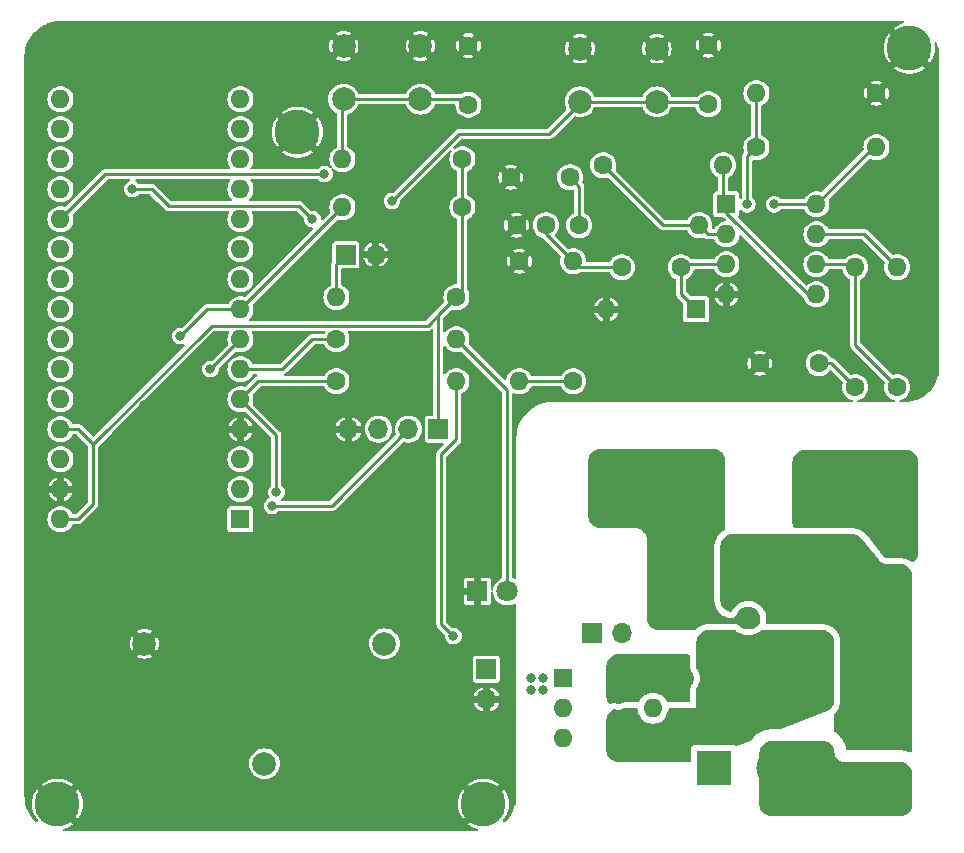
<source format=gbr>
%TF.GenerationSoftware,KiCad,Pcbnew,7.0.10*%
%TF.CreationDate,2024-02-07T09:44:58+01:00*%
%TF.ProjectId,NanoFridgeThermistat-board,4e616e6f-4672-4696-9467-65546865726d,rev?*%
%TF.SameCoordinates,Original*%
%TF.FileFunction,Copper,L2,Bot*%
%TF.FilePolarity,Positive*%
%FSLAX46Y46*%
G04 Gerber Fmt 4.6, Leading zero omitted, Abs format (unit mm)*
G04 Created by KiCad (PCBNEW 7.0.10) date 2024-02-07 09:44:58*
%MOMM*%
%LPD*%
G01*
G04 APERTURE LIST*
%TA.AperFunction,ComponentPad*%
%ADD10C,1.600000*%
%TD*%
%TA.AperFunction,ComponentPad*%
%ADD11O,1.600000X1.600000*%
%TD*%
%TA.AperFunction,ComponentPad*%
%ADD12R,1.800000X1.800000*%
%TD*%
%TA.AperFunction,ComponentPad*%
%ADD13C,1.800000*%
%TD*%
%TA.AperFunction,ComponentPad*%
%ADD14R,1.700000X1.700000*%
%TD*%
%TA.AperFunction,ComponentPad*%
%ADD15O,1.700000X1.700000*%
%TD*%
%TA.AperFunction,ComponentPad*%
%ADD16C,3.800000*%
%TD*%
%TA.AperFunction,ComponentPad*%
%ADD17C,2.000000*%
%TD*%
%TA.AperFunction,ComponentPad*%
%ADD18R,1.600000X1.600000*%
%TD*%
%TA.AperFunction,ComponentPad*%
%ADD19R,2.000000X1.905000*%
%TD*%
%TA.AperFunction,ComponentPad*%
%ADD20O,2.000000X1.905000*%
%TD*%
%TA.AperFunction,ComponentPad*%
%ADD21R,3.000000X3.000000*%
%TD*%
%TA.AperFunction,ComponentPad*%
%ADD22C,3.000000*%
%TD*%
%TA.AperFunction,ComponentPad*%
%ADD23C,2.800000*%
%TD*%
%TA.AperFunction,ComponentPad*%
%ADD24O,2.800000X2.800000*%
%TD*%
%TA.AperFunction,ViaPad*%
%ADD25C,0.800000*%
%TD*%
%TA.AperFunction,Conductor*%
%ADD26C,0.250000*%
%TD*%
G04 APERTURE END LIST*
D10*
%TO.P,R4,1*%
%TO.N,Main_HOT*%
X137160000Y-106426000D03*
D11*
%TO.P,R4,2*%
%TO.N,/TriacDriverAC1*%
X137160000Y-116586000D03*
%TD*%
D10*
%TO.P,C1,1*%
%TO.N,/SnubberResLow*%
X154940000Y-105316000D03*
%TO.P,C1,2*%
%TO.N,/NeutralTriac*%
X154940000Y-110316000D03*
%TD*%
D12*
%TO.P,D2,1,K*%
%TO.N,GND*%
X119634000Y-109220000D03*
D13*
%TO.P,D2,2,A*%
%TO.N,Net-(D2-A)*%
X122174000Y-109220000D03*
%TD*%
D10*
%TO.P,C2,1*%
%TO.N,+Button*%
X118872000Y-68032000D03*
%TO.P,C2,2*%
%TO.N,GND*%
X118872000Y-63032000D03*
%TD*%
%TO.P,R14,1*%
%TO.N,Net-(C6-Pad2)*%
X128260000Y-78232000D03*
D11*
%TO.P,R14,2*%
%TO.N,Net-(U2A--)*%
X138420000Y-78232000D03*
%TD*%
D10*
%TO.P,R19,1*%
%TO.N,GND*%
X153416000Y-67056000D03*
D11*
%TO.P,R19,2*%
%TO.N,Polarisation*%
X143256000Y-67056000D03*
%TD*%
D14*
%TO.P,J1,1,Pin_1*%
%TO.N,Temp*%
X108478000Y-80722000D03*
D15*
%TO.P,J1,2,Pin_2*%
%TO.N,GND*%
X111018000Y-80722000D03*
%TD*%
D16*
%TO.P,H3,1,1*%
%TO.N,GND*%
X156210000Y-63246000D03*
%TD*%
D10*
%TO.P,R16,1*%
%TO.N,Net-(C7-Pad2)*%
X151628000Y-91948000D03*
D11*
%TO.P,R16,2*%
%TO.N,Net-(U2B--)*%
X151628000Y-81788000D03*
%TD*%
D17*
%TO.P,T1,1,A*%
%TO.N,/CTSense*%
X111760000Y-113665000D03*
%TO.P,T1,2,B*%
%TO.N,GND*%
X91440000Y-113665000D03*
%TO.P,T1,3,Stab*%
%TO.N,unconnected-(T1-Stab-Pad3)*%
X101600000Y-123825000D03*
%TD*%
D10*
%TO.P,C5,1*%
%TO.N,Net-(C4-Pad1)*%
X131856000Y-81788000D03*
%TO.P,C5,2*%
%TO.N,Polarisation*%
X136856000Y-81788000D03*
%TD*%
D18*
%TO.P,A1,1,D1/TX*%
%TO.N,unconnected-(A1-D1{slash}TX-Pad1)*%
X99568000Y-103124000D03*
D11*
%TO.P,A1,2,D0/RX*%
%TO.N,unconnected-(A1-D0{slash}RX-Pad2)*%
X99568000Y-100584000D03*
%TO.P,A1,3,~{RESET}*%
%TO.N,unconnected-(A1-~{RESET}-Pad3)*%
X99568000Y-98044000D03*
%TO.P,A1,4,GND*%
%TO.N,GND*%
X99568000Y-95504000D03*
%TO.P,A1,5,D2*%
%TO.N,MotorOut*%
X99568000Y-92964000D03*
%TO.P,A1,6,D3*%
%TO.N,MotorLed*%
X99568000Y-90424000D03*
%TO.P,A1,7,D4*%
%TO.N,+Button*%
X99568000Y-87884000D03*
%TO.P,A1,8,D5*%
%TO.N,-Button*%
X99568000Y-85344000D03*
%TO.P,A1,9,D6*%
%TO.N,unconnected-(A1-D6-Pad9)*%
X99568000Y-82804000D03*
%TO.P,A1,10,D7*%
%TO.N,unconnected-(A1-D7-Pad10)*%
X99568000Y-80264000D03*
%TO.P,A1,11,D8*%
%TO.N,unconnected-(A1-D8-Pad11)*%
X99568000Y-77724000D03*
%TO.P,A1,12,D9*%
%TO.N,unconnected-(A1-D9-Pad12)*%
X99568000Y-75184000D03*
%TO.P,A1,13,D10*%
%TO.N,unconnected-(A1-D10-Pad13)*%
X99568000Y-72644000D03*
%TO.P,A1,14,D11*%
%TO.N,unconnected-(A1-D11-Pad14)*%
X99568000Y-70104000D03*
%TO.P,A1,15,D12*%
%TO.N,unconnected-(A1-D12-Pad15)*%
X99568000Y-67564000D03*
%TO.P,A1,16,D13*%
%TO.N,unconnected-(A1-D13-Pad16)*%
X84328000Y-67564000D03*
%TO.P,A1,17,3V3*%
%TO.N,unconnected-(A1-3V3-Pad17)*%
X84328000Y-70104000D03*
%TO.P,A1,18,AREF*%
%TO.N,unconnected-(A1-AREF-Pad18)*%
X84328000Y-72644000D03*
%TO.P,A1,19,A0*%
%TO.N,Temp*%
X84328000Y-75184000D03*
%TO.P,A1,20,A1*%
%TO.N,CurrentSense*%
X84328000Y-77724000D03*
%TO.P,A1,21,A2*%
%TO.N,unconnected-(A1-A2-Pad21)*%
X84328000Y-80264000D03*
%TO.P,A1,22,A3*%
%TO.N,unconnected-(A1-A3-Pad22)*%
X84328000Y-82804000D03*
%TO.P,A1,23,A4*%
%TO.N,SDA*%
X84328000Y-85344000D03*
%TO.P,A1,24,A5*%
%TO.N,SCL*%
X84328000Y-87884000D03*
%TO.P,A1,25,A6*%
%TO.N,unconnected-(A1-A6-Pad25)*%
X84328000Y-90424000D03*
%TO.P,A1,26,A7*%
%TO.N,unconnected-(A1-A7-Pad26)*%
X84328000Y-92964000D03*
%TO.P,A1,27,+5V*%
%TO.N,Vcc*%
X84328000Y-95504000D03*
%TO.P,A1,28,~{RESET}*%
%TO.N,unconnected-(A1-~{RESET}-Pad28)*%
X84328000Y-98044000D03*
%TO.P,A1,29,GND*%
%TO.N,GND*%
X84328000Y-100584000D03*
%TO.P,A1,30,VIN*%
%TO.N,Vcc*%
X84328000Y-103124000D03*
%TD*%
D19*
%TO.P,D1,1,A1*%
%TO.N,/NeutralTriac*%
X142565000Y-108966000D03*
D20*
%TO.P,D1,2,A2*%
%TO.N,Main_HOT*%
X142565000Y-111506000D03*
%TO.P,D1,3,G*%
%TO.N,/Trigger*%
X142565000Y-114046000D03*
%TD*%
D10*
%TO.P,R15,1*%
%TO.N,Net-(U2A--)*%
X130292000Y-73152000D03*
D11*
%TO.P,R15,2*%
%TO.N,/Amp1*%
X140452000Y-73152000D03*
%TD*%
D10*
%TO.P,R9,1*%
%TO.N,MotorLed*%
X107696000Y-87884000D03*
D11*
%TO.P,R9,2*%
%TO.N,Net-(D2-A)*%
X117856000Y-87884000D03*
%TD*%
D16*
%TO.P,H4,1,1*%
%TO.N,GND*%
X120142000Y-127254000D03*
%TD*%
D17*
%TO.P,SW2,1,1*%
%TO.N,GND*%
X128322000Y-63282000D03*
X134822000Y-63282000D03*
%TO.P,SW2,2,2*%
%TO.N,-Button*%
X128322000Y-67782000D03*
X134822000Y-67782000D03*
%TD*%
D21*
%TO.P,J2,1,Pin_1*%
%TO.N,Main_HOT*%
X139700000Y-124206000D03*
D22*
%TO.P,J2,2,Pin_2*%
%TO.N,Main_Neutral*%
X144780000Y-124206000D03*
%TD*%
D10*
%TO.P,R2,1*%
%TO.N,MotorOut*%
X107696000Y-91440000D03*
D11*
%TO.P,R2,2*%
%TO.N,/TriacDriverEnable*%
X117856000Y-91440000D03*
%TD*%
D14*
%TO.P,J4,1,Pin_1*%
%TO.N,Vcc*%
X116332000Y-95504000D03*
D15*
%TO.P,J4,2,Pin_2*%
%TO.N,SCL*%
X113792000Y-95504000D03*
%TO.P,J4,3,Pin_3*%
%TO.N,SDA*%
X111252000Y-95504000D03*
%TO.P,J4,4,Pin_4*%
%TO.N,GND*%
X108712000Y-95504000D03*
%TD*%
D14*
%TO.P,J6,1,Pin_1*%
%TO.N,/TriacDriverEnable*%
X120396000Y-115824000D03*
D15*
%TO.P,J6,2,Pin_2*%
%TO.N,GND*%
X120396000Y-118364000D03*
%TD*%
D10*
%TO.P,C3,1*%
%TO.N,-Button*%
X139192000Y-67992000D03*
%TO.P,C3,2*%
%TO.N,GND*%
X139192000Y-62992000D03*
%TD*%
%TO.P,C4,1*%
%TO.N,Net-(C4-Pad1)*%
X125446000Y-78232000D03*
%TO.P,C4,2*%
%TO.N,GND*%
X122946000Y-78232000D03*
%TD*%
%TO.P,R11,1*%
%TO.N,Vcc*%
X118364000Y-76708000D03*
D11*
%TO.P,R11,2*%
%TO.N,-Button*%
X108204000Y-76708000D03*
%TD*%
D18*
%TO.P,D3,1,K*%
%TO.N,Polarisation*%
X138166000Y-85344000D03*
D11*
%TO.P,D3,2,A*%
%TO.N,GND*%
X130546000Y-85344000D03*
%TD*%
D10*
%TO.P,C7,1*%
%TO.N,GND*%
X143540000Y-89916000D03*
%TO.P,C7,2*%
%TO.N,Net-(C7-Pad2)*%
X148540000Y-89916000D03*
%TD*%
%TO.P,C6,1*%
%TO.N,GND*%
X122468000Y-74168000D03*
%TO.P,C6,2*%
%TO.N,Net-(C6-Pad2)*%
X127468000Y-74168000D03*
%TD*%
D14*
%TO.P,J5,1,Pin_1*%
%TO.N,/TriacDriverEnable*%
X129306000Y-112731000D03*
D15*
%TO.P,J5,2,Pin_2*%
%TO.N,GND*%
X131846000Y-112731000D03*
%TD*%
D10*
%TO.P,R17,1*%
%TO.N,Net-(U2B--)*%
X155184000Y-91948000D03*
D11*
%TO.P,R17,2*%
%TO.N,CurrentSense*%
X155184000Y-81788000D03*
%TD*%
D10*
%TO.P,R3,1*%
%TO.N,/NeutralTriac*%
X148590000Y-106426000D03*
D11*
%TO.P,R3,2*%
%TO.N,/Trigger*%
X148590000Y-116586000D03*
%TD*%
D18*
%TO.P,U1,1*%
%TO.N,/TriacDriverEnable*%
X126873000Y-116586000D03*
D11*
%TO.P,U1,2*%
%TO.N,GND*%
X126873000Y-119126000D03*
%TO.P,U1,3,NC*%
%TO.N,unconnected-(U1-NC-Pad3)*%
X126873000Y-121666000D03*
%TO.P,U1,4*%
%TO.N,/Trigger*%
X134493000Y-121666000D03*
%TO.P,U1,5,NC*%
%TO.N,unconnected-(U1-NC-Pad5)*%
X134493000Y-119126000D03*
%TO.P,U1,6*%
%TO.N,/TriacDriverAC1*%
X134493000Y-116586000D03*
%TD*%
D10*
%TO.P,R12,1*%
%TO.N,/CTSense*%
X127752000Y-91440000D03*
D11*
%TO.P,R12,2*%
%TO.N,Net-(C4-Pad1)*%
X127752000Y-81280000D03*
%TD*%
D10*
%TO.P,R13,1*%
%TO.N,GND*%
X123180000Y-81280000D03*
D11*
%TO.P,R13,2*%
%TO.N,/CTSense*%
X123180000Y-91440000D03*
%TD*%
D10*
%TO.P,R10,1*%
%TO.N,Vcc*%
X118364000Y-72644000D03*
D11*
%TO.P,R10,2*%
%TO.N,+Button*%
X108204000Y-72644000D03*
%TD*%
D16*
%TO.P,H1,1,1*%
%TO.N,GND*%
X84074000Y-127254000D03*
%TD*%
D23*
%TO.P,R8,1*%
%TO.N,/SnubberResLow*%
X151384000Y-100838000D03*
D24*
%TO.P,R8,2*%
%TO.N,Main_HOT*%
X131064000Y-100838000D03*
%TD*%
D10*
%TO.P,R18,1*%
%TO.N,Polarisation*%
X143256000Y-71628000D03*
D11*
%TO.P,R18,2*%
%TO.N,Vcc*%
X153416000Y-71628000D03*
%TD*%
D18*
%TO.P,U2,1*%
%TO.N,/Amp1*%
X140716000Y-76464000D03*
D11*
%TO.P,U2,2,-*%
%TO.N,Net-(U2A--)*%
X140716000Y-79004000D03*
%TO.P,U2,3,+*%
%TO.N,Polarisation*%
X140716000Y-81544000D03*
%TO.P,U2,4,V-*%
%TO.N,GND*%
X140716000Y-84084000D03*
%TO.P,U2,5,+*%
%TO.N,/Amp1*%
X148336000Y-84084000D03*
%TO.P,U2,6,-*%
%TO.N,Net-(U2B--)*%
X148336000Y-81544000D03*
%TO.P,U2,7*%
%TO.N,CurrentSense*%
X148336000Y-79004000D03*
%TO.P,U2,8,V+*%
%TO.N,Vcc*%
X148336000Y-76464000D03*
%TD*%
D16*
%TO.P,H2,1,1*%
%TO.N,GND*%
X104394000Y-70358000D03*
%TD*%
D17*
%TO.P,SW1,1,1*%
%TO.N,GND*%
X108308000Y-63064000D03*
X114808000Y-63064000D03*
%TO.P,SW1,2,2*%
%TO.N,+Button*%
X108308000Y-67564000D03*
X114808000Y-67564000D03*
%TD*%
D21*
%TO.P,J3,1,Pin_1*%
%TO.N,Main_Neutral*%
X152146000Y-125476000D03*
D22*
%TO.P,J3,2,Pin_2*%
%TO.N,/NeutralTriac*%
X152146000Y-120396000D03*
%TD*%
D10*
%TO.P,R1,1*%
%TO.N,Vcc*%
X117856000Y-84328000D03*
D11*
%TO.P,R1,2*%
%TO.N,Temp*%
X107696000Y-84328000D03*
%TD*%
D25*
%TO.N,GND*%
X112776000Y-104140000D03*
X91948000Y-70104000D03*
X99568000Y-105664000D03*
X87376000Y-67056000D03*
X91440000Y-99060000D03*
X121158000Y-113284000D03*
X133096000Y-73152000D03*
X92710000Y-83820000D03*
X114808000Y-98425000D03*
X103632000Y-99060000D03*
X125222000Y-117602000D03*
X96012000Y-67056000D03*
X101600000Y-77724000D03*
X105156000Y-83312000D03*
X87884000Y-88392000D03*
X124206000Y-117602000D03*
X96520000Y-99060000D03*
X119634000Y-105561562D03*
X97028000Y-83820000D03*
X87884000Y-83820000D03*
X91948000Y-67056000D03*
X101600000Y-80772000D03*
X97028000Y-79248000D03*
X87884000Y-79248000D03*
X96012000Y-70104000D03*
X91440000Y-93472000D03*
X96520000Y-93472000D03*
X94488000Y-75184000D03*
X103632000Y-93472000D03*
X93980000Y-103632000D03*
X137414000Y-73152000D03*
X103124000Y-87884000D03*
X92710000Y-79248000D03*
X97028000Y-75184000D03*
X87376000Y-70104000D03*
X119888000Y-97790000D03*
%TO.N,MotorOut*%
X102616000Y-100838000D03*
%TO.N,Temp*%
X90424000Y-75184000D03*
X105664000Y-77724000D03*
%TO.N,Vcc*%
X144770347Y-76463653D03*
%TO.N,Main_HOT*%
X135382000Y-107696000D03*
X138938000Y-107696000D03*
X137160000Y-109474000D03*
X135382000Y-109474000D03*
X138938000Y-111506000D03*
X135382000Y-111506000D03*
X138938000Y-109474000D03*
X137160000Y-111506000D03*
%TO.N,Main_Neutral*%
X149352000Y-123444000D03*
X145288000Y-127000000D03*
X149352000Y-125222000D03*
X147320000Y-127000000D03*
X149352000Y-127000000D03*
X155194000Y-124460000D03*
X147320000Y-123444000D03*
X155194000Y-126746000D03*
X147320000Y-125222000D03*
%TO.N,/TriacDriverEnable*%
X117602000Y-113030000D03*
X125222000Y-116586000D03*
X124206000Y-116586000D03*
%TO.N,/TriacDriverAC1*%
X131572000Y-115570000D03*
X131572000Y-117094000D03*
X131572000Y-118364000D03*
%TO.N,SCL*%
X102253000Y-101999000D03*
%TO.N,/NeutralTriac*%
X152146000Y-114554000D03*
X154940000Y-117602000D03*
X142748000Y-106426000D03*
X152146000Y-117602000D03*
X154940000Y-107950000D03*
X154940000Y-114554000D03*
X145796000Y-109220000D03*
X148590000Y-109220000D03*
X152146000Y-111252000D03*
X154940000Y-120650000D03*
X152146000Y-107950000D03*
X145796000Y-106426000D03*
%TO.N,+Button*%
X97028000Y-90424000D03*
%TO.N,-Button*%
X112395000Y-76200000D03*
X94488000Y-87630000D03*
%TO.N,CurrentSense*%
X106680000Y-73914000D03*
%TO.N,Polarisation*%
X142489347Y-76458653D03*
%TD*%
D26*
%TO.N,MotorOut*%
X101092000Y-91440000D02*
X99568000Y-92964000D01*
X107696000Y-91440000D02*
X101092000Y-91440000D01*
X102616000Y-100838000D02*
X102616000Y-96012000D01*
X102616000Y-96012000D02*
X99568000Y-92964000D01*
%TO.N,MotorLed*%
X107696000Y-87884000D02*
X105664000Y-87884000D01*
X103124000Y-90424000D02*
X99568000Y-90424000D01*
X105664000Y-87884000D02*
X103124000Y-90424000D01*
%TO.N,Temp*%
X93499304Y-76599000D02*
X92084304Y-75184000D01*
X105664000Y-77724000D02*
X104539000Y-76599000D01*
X104539000Y-76599000D02*
X93499304Y-76599000D01*
X107696000Y-84328000D02*
X107696000Y-81504000D01*
X92084304Y-75184000D02*
X90424000Y-75184000D01*
X107696000Y-81504000D02*
X108478000Y-80722000D01*
%TO.N,Vcc*%
X84328000Y-95504000D02*
X84328000Y-94996000D01*
X87122000Y-99060000D02*
X87122000Y-101854000D01*
X144770694Y-76464000D02*
X148336000Y-76464000D01*
X87122000Y-96764695D02*
X87122000Y-99060000D01*
X118364000Y-83820000D02*
X117856000Y-84328000D01*
X85852000Y-95504000D02*
X87122000Y-96774000D01*
X87122000Y-101854000D02*
X85852000Y-103124000D01*
X116332000Y-85852000D02*
X117856000Y-84328000D01*
X118364000Y-76708000D02*
X118364000Y-83820000D01*
X84328000Y-95504000D02*
X85852000Y-95504000D01*
X87122000Y-96764695D02*
X87122000Y-96774000D01*
X115425000Y-86759000D02*
X97127695Y-86759000D01*
X85852000Y-103124000D02*
X84328000Y-103124000D01*
X97127695Y-86759000D02*
X87122000Y-96764695D01*
X117856000Y-84328000D02*
X115425000Y-86759000D01*
X87122000Y-96774000D02*
X87122000Y-99060000D01*
X116332000Y-95504000D02*
X116332000Y-85852000D01*
X118364000Y-72644000D02*
X118364000Y-76708000D01*
X153172000Y-71628000D02*
X153416000Y-71628000D01*
X148336000Y-76464000D02*
X153172000Y-71628000D01*
X144770347Y-76463653D02*
X144770694Y-76464000D01*
%TO.N,/TriacDriverEnable*%
X117856000Y-96330000D02*
X117856000Y-91440000D01*
X117597000Y-113030000D02*
X116586000Y-112019000D01*
X116586000Y-97600000D02*
X117856000Y-96330000D01*
X116586000Y-112019000D02*
X116586000Y-97600000D01*
X117602000Y-113030000D02*
X117597000Y-113030000D01*
%TO.N,SCL*%
X107297000Y-101999000D02*
X113792000Y-95504000D01*
X102253000Y-101999000D02*
X107297000Y-101999000D01*
%TO.N,Net-(D2-A)*%
X117856000Y-87884000D02*
X122174000Y-92202000D01*
X122174000Y-92202000D02*
X122174000Y-109220000D01*
%TO.N,+Button*%
X108204000Y-67668000D02*
X108308000Y-67564000D01*
X118404000Y-67564000D02*
X118872000Y-68032000D01*
X108308000Y-67564000D02*
X118404000Y-67564000D01*
X97028000Y-90424000D02*
X99568000Y-87884000D01*
X108204000Y-72644000D02*
X108204000Y-67668000D01*
%TO.N,-Button*%
X128322000Y-67893000D02*
X128322000Y-67782000D01*
X94488000Y-87630000D02*
X96774000Y-85344000D01*
X112395000Y-76200000D02*
X118110000Y-70485000D01*
X125730000Y-70485000D02*
X128322000Y-67893000D01*
X128322000Y-67782000D02*
X138982000Y-67782000D01*
X138982000Y-67782000D02*
X139192000Y-67992000D01*
X118110000Y-70485000D02*
X125730000Y-70485000D01*
X96774000Y-85344000D02*
X99568000Y-85344000D01*
X108204000Y-76708000D02*
X99568000Y-85344000D01*
%TO.N,CurrentSense*%
X106680000Y-73914000D02*
X88138000Y-73914000D01*
X152400000Y-79004000D02*
X155184000Y-81788000D01*
X88138000Y-73914000D02*
X84328000Y-77724000D01*
X148336000Y-79004000D02*
X152400000Y-79004000D01*
%TO.N,Net-(C4-Pad1)*%
X127752000Y-81280000D02*
X125446000Y-78974000D01*
X128260000Y-81788000D02*
X127752000Y-81280000D01*
X125446000Y-78974000D02*
X125446000Y-78232000D01*
X131856000Y-81788000D02*
X128260000Y-81788000D01*
%TO.N,Polarisation*%
X143256000Y-67056000D02*
X143256000Y-71628000D01*
X142494000Y-72390000D02*
X143256000Y-71628000D01*
X136856000Y-81788000D02*
X136856000Y-84034000D01*
X140716000Y-81544000D02*
X137100000Y-81544000D01*
X142489347Y-76458653D02*
X142494000Y-76454000D01*
X137100000Y-81544000D02*
X136856000Y-81788000D01*
X136856000Y-84034000D02*
X138166000Y-85344000D01*
X142494000Y-76454000D02*
X142494000Y-72390000D01*
%TO.N,Net-(C6-Pad2)*%
X128260000Y-78232000D02*
X128260000Y-74960000D01*
X128260000Y-74960000D02*
X127468000Y-74168000D01*
%TO.N,Net-(C7-Pad2)*%
X149596000Y-89916000D02*
X148540000Y-89916000D01*
X151628000Y-91948000D02*
X149596000Y-89916000D01*
%TO.N,/CTSense*%
X127752000Y-91440000D02*
X123180000Y-91440000D01*
%TO.N,Net-(U2A--)*%
X135372000Y-78232000D02*
X130292000Y-73152000D01*
X139192000Y-79004000D02*
X138420000Y-78232000D01*
X140716000Y-79004000D02*
X139192000Y-79004000D01*
X138420000Y-78232000D02*
X135372000Y-78232000D01*
%TO.N,/Amp1*%
X140716000Y-77216000D02*
X140716000Y-76464000D01*
X140452000Y-73152000D02*
X140452000Y-76200000D01*
X148336000Y-84084000D02*
X147584000Y-84084000D01*
X140452000Y-76200000D02*
X140716000Y-76464000D01*
X147584000Y-84084000D02*
X140716000Y-77216000D01*
%TO.N,Net-(U2B--)*%
X151628000Y-88392000D02*
X155184000Y-91948000D01*
X148336000Y-81544000D02*
X151384000Y-81544000D01*
X151384000Y-81544000D02*
X151628000Y-81788000D01*
X151628000Y-81788000D02*
X151628000Y-88392000D01*
%TD*%
%TA.AperFunction,Conductor*%
%TO.N,/TriacDriverAC1*%
G36*
X137182061Y-114554597D02*
G01*
X137358941Y-114572018D01*
X137382769Y-114576757D01*
X137547001Y-114626576D01*
X137569448Y-114635874D01*
X137604954Y-114654852D01*
X137654797Y-114703812D01*
X137670500Y-114764209D01*
X137670500Y-115730548D01*
X137670597Y-115740519D01*
X137670695Y-115745471D01*
X137670992Y-115755485D01*
X137670993Y-115755493D01*
X137697099Y-115896991D01*
X137697100Y-115896996D01*
X137719338Y-115962939D01*
X137719424Y-115963198D01*
X137719427Y-115963204D01*
X137719428Y-115963206D01*
X137784341Y-116091611D01*
X137844896Y-116178093D01*
X137855703Y-116196812D01*
X137905323Y-116303223D01*
X137912716Y-116323533D01*
X137943105Y-116436946D01*
X137946858Y-116458232D01*
X137957091Y-116575191D01*
X137957091Y-116596807D01*
X137946858Y-116713766D01*
X137943105Y-116735052D01*
X137912716Y-116848465D01*
X137905323Y-116868775D01*
X137855703Y-116975187D01*
X137844896Y-116993906D01*
X137784341Y-117080387D01*
X137778571Y-117088807D01*
X137775865Y-117092841D01*
X137770436Y-117101109D01*
X137770432Y-117101116D01*
X137710663Y-117231988D01*
X137690976Y-117299033D01*
X137670500Y-117441452D01*
X137670500Y-118496499D01*
X137650815Y-118563538D01*
X137598011Y-118609293D01*
X137546500Y-118620499D01*
X135912093Y-118620499D01*
X135912075Y-118620500D01*
X135826289Y-118627835D01*
X135798738Y-118632580D01*
X135729330Y-118624559D01*
X135675277Y-118580286D01*
X135665311Y-118562784D01*
X135645105Y-118519453D01*
X135623568Y-118473266D01*
X135493047Y-118286861D01*
X135493045Y-118286858D01*
X135332141Y-118125954D01*
X135145734Y-117995432D01*
X135145732Y-117995431D01*
X134939497Y-117899261D01*
X134939488Y-117899258D01*
X134719697Y-117840366D01*
X134719693Y-117840365D01*
X134719692Y-117840365D01*
X134719691Y-117840364D01*
X134719686Y-117840364D01*
X134493002Y-117820532D01*
X134492998Y-117820532D01*
X134266313Y-117840364D01*
X134266302Y-117840366D01*
X134046511Y-117899258D01*
X134046502Y-117899261D01*
X133840267Y-117995431D01*
X133840265Y-117995432D01*
X133653858Y-118125954D01*
X133492954Y-118286858D01*
X133362431Y-118473266D01*
X133318866Y-118566692D01*
X133272693Y-118619131D01*
X133205499Y-118638282D01*
X133188838Y-118637024D01*
X133073907Y-118620500D01*
X132095509Y-118620500D01*
X132095479Y-118620500D01*
X132081087Y-118620705D01*
X132073988Y-118620908D01*
X132059624Y-118621523D01*
X131918603Y-118650086D01*
X131861313Y-118670522D01*
X131853705Y-118670956D01*
X131832262Y-118680503D01*
X131825111Y-118683365D01*
X131821339Y-118685367D01*
X131819124Y-118686353D01*
X131787140Y-118700592D01*
X131706635Y-118736436D01*
X131681982Y-118744446D01*
X131626262Y-118756290D01*
X131600482Y-118759000D01*
X131543516Y-118759000D01*
X131517736Y-118756290D01*
X131495057Y-118751469D01*
X131445516Y-118740939D01*
X131430621Y-118736787D01*
X131384112Y-118720636D01*
X131384104Y-118720634D01*
X131343623Y-118710315D01*
X131343625Y-118710315D01*
X131259315Y-118696280D01*
X131115728Y-118705262D01*
X131115725Y-118705262D01*
X131047329Y-118719501D01*
X131047316Y-118719505D01*
X131009042Y-118733393D01*
X130912065Y-118768581D01*
X130912060Y-118768583D01*
X130907903Y-118770092D01*
X130907432Y-118768795D01*
X130844119Y-118777296D01*
X130780838Y-118747678D01*
X130767060Y-118733393D01*
X130732277Y-118691010D01*
X130718772Y-118670798D01*
X130637877Y-118519453D01*
X130628575Y-118496998D01*
X130628424Y-118496499D01*
X130578757Y-118332769D01*
X130574018Y-118308941D01*
X130556597Y-118132061D01*
X130556000Y-118119907D01*
X130556000Y-115560092D01*
X130556597Y-115547938D01*
X130574018Y-115371056D01*
X130578757Y-115347232D01*
X130628577Y-115182994D01*
X130637875Y-115160549D01*
X130718775Y-115009195D01*
X130732272Y-114988995D01*
X130841149Y-114856328D01*
X130858328Y-114839149D01*
X130990995Y-114730272D01*
X131011195Y-114716775D01*
X131162549Y-114635875D01*
X131184994Y-114626577D01*
X131349232Y-114576757D01*
X131373056Y-114572018D01*
X131549939Y-114554597D01*
X131562093Y-114554000D01*
X137169907Y-114554000D01*
X137182061Y-114554597D01*
G37*
%TD.AperFunction*%
%TD*%
%TA.AperFunction,Conductor*%
%TO.N,/NeutralTriac*%
G36*
X151418283Y-104394777D02*
G01*
X151619662Y-104417427D01*
X151646688Y-104423585D01*
X151831396Y-104488098D01*
X151856379Y-104500105D01*
X152022145Y-104604040D01*
X152043833Y-104621294D01*
X152187324Y-104764398D01*
X152196587Y-104774733D01*
X153623756Y-106558695D01*
X153623758Y-106558697D01*
X153623759Y-106558698D01*
X153782034Y-106716547D01*
X153782036Y-106716549D01*
X153782038Y-106716550D01*
X153782040Y-106716552D01*
X153971436Y-106835303D01*
X154182480Y-106909014D01*
X154404625Y-106934000D01*
X155457907Y-106934000D01*
X155470061Y-106934597D01*
X155646941Y-106952018D01*
X155670769Y-106956757D01*
X155835001Y-107006576D01*
X155857453Y-107015877D01*
X156008798Y-107096772D01*
X156029010Y-107110277D01*
X156161666Y-107219145D01*
X156178854Y-107236333D01*
X156287722Y-107368989D01*
X156301227Y-107389201D01*
X156382121Y-107540543D01*
X156391424Y-107563001D01*
X156441240Y-107727224D01*
X156445982Y-107751065D01*
X156463403Y-107927938D01*
X156464000Y-107940092D01*
X156464000Y-122691907D01*
X156463403Y-122704062D01*
X156456996Y-122769106D01*
X156430834Y-122833893D01*
X156373799Y-122874252D01*
X156303999Y-122877368D01*
X156280575Y-122869045D01*
X156242280Y-122850932D01*
X156219838Y-122841635D01*
X156219815Y-122841626D01*
X156126867Y-122808367D01*
X155962650Y-122758553D01*
X155938713Y-122752557D01*
X155866905Y-122734572D01*
X155843077Y-122729833D01*
X155843072Y-122729832D01*
X155843075Y-122729832D01*
X155745502Y-122715360D01*
X155745482Y-122715358D01*
X155568612Y-122697938D01*
X155519401Y-122694308D01*
X155507244Y-122693711D01*
X155491541Y-122693325D01*
X155457907Y-122692500D01*
X155457892Y-122692500D01*
X150969549Y-122692500D01*
X150902510Y-122672815D01*
X150856755Y-122620011D01*
X150846329Y-122582383D01*
X150838458Y-122512527D01*
X150838456Y-122512518D01*
X150838453Y-122512484D01*
X150819563Y-122401309D01*
X150813384Y-122374238D01*
X150782170Y-122265893D01*
X150782165Y-122265878D01*
X150782164Y-122265874D01*
X150725651Y-122104372D01*
X150725646Y-122104360D01*
X150682514Y-122000226D01*
X150682512Y-122000222D01*
X150682508Y-122000212D01*
X150670461Y-121975195D01*
X150670453Y-121975181D01*
X150670443Y-121975161D01*
X150615923Y-121876513D01*
X150615914Y-121876497D01*
X150615909Y-121876489D01*
X150524860Y-121731586D01*
X150459600Y-121639613D01*
X150459597Y-121639609D01*
X150459592Y-121639602D01*
X150442293Y-121617911D01*
X150442287Y-121617904D01*
X150367163Y-121533841D01*
X150367157Y-121533835D01*
X150367135Y-121533812D01*
X150246186Y-121412863D01*
X150246174Y-121412852D01*
X150246158Y-121412836D01*
X150162091Y-121337708D01*
X150162089Y-121337706D01*
X150162083Y-121337701D01*
X150140392Y-121320402D01*
X150140379Y-121320393D01*
X150048419Y-121255143D01*
X150048418Y-121255142D01*
X149918027Y-121173211D01*
X149871737Y-121120877D01*
X149860000Y-121068218D01*
X149860000Y-119621564D01*
X149879685Y-119554525D01*
X149899718Y-119530610D01*
X149900712Y-119529688D01*
X149900743Y-119529661D01*
X149918447Y-119512417D01*
X149952784Y-119475458D01*
X150065010Y-119341872D01*
X150095493Y-119301673D01*
X150109424Y-119281261D01*
X150135736Y-119238248D01*
X150135737Y-119238245D01*
X150135742Y-119238238D01*
X150219230Y-119085082D01*
X150219231Y-119085079D01*
X150219239Y-119085065D01*
X150241139Y-119039634D01*
X150250747Y-119016863D01*
X150268013Y-118969469D01*
X150319480Y-118802766D01*
X150331935Y-118753896D01*
X150336836Y-118729674D01*
X150344360Y-118679800D01*
X150362367Y-118500007D01*
X150364254Y-118474840D01*
X150364871Y-118462483D01*
X150365500Y-118437274D01*
X150365500Y-113528092D01*
X150364891Y-113503292D01*
X150364294Y-113491138D01*
X150362469Y-113466389D01*
X150345048Y-113289516D01*
X150337770Y-113240452D01*
X150333028Y-113216611D01*
X150320974Y-113168486D01*
X150271158Y-113004263D01*
X150254441Y-112957544D01*
X150245138Y-112935086D01*
X150223932Y-112890252D01*
X150143038Y-112738910D01*
X150117537Y-112696364D01*
X150104032Y-112676152D01*
X150074479Y-112636303D01*
X149965611Y-112503647D01*
X149965604Y-112503639D01*
X149932295Y-112466889D01*
X149915109Y-112449703D01*
X149878359Y-112416394D01*
X149745704Y-112307526D01*
X149745688Y-112307514D01*
X149705858Y-112277975D01*
X149705855Y-112277973D01*
X149705847Y-112277967D01*
X149685635Y-112264462D01*
X149685624Y-112264455D01*
X149685619Y-112264452D01*
X149685615Y-112264449D01*
X149643122Y-112238979D01*
X149643079Y-112238955D01*
X149491770Y-112158079D01*
X149491758Y-112158072D01*
X149481282Y-112153117D01*
X149446919Y-112136864D01*
X149446912Y-112136861D01*
X149424473Y-112127565D01*
X149377736Y-112110841D01*
X149213504Y-112061022D01*
X149189351Y-112054972D01*
X149165373Y-112048967D01*
X149141545Y-112044228D01*
X149141540Y-112044227D01*
X149141543Y-112044227D01*
X149092494Y-112036952D01*
X149092474Y-112036950D01*
X148915598Y-112019530D01*
X148890876Y-112017707D01*
X148890871Y-112017706D01*
X148890861Y-112017706D01*
X148885602Y-112017447D01*
X148878714Y-112017109D01*
X148871473Y-112016931D01*
X148853907Y-112016500D01*
X148853890Y-112016500D01*
X144146541Y-112016500D01*
X144079502Y-111996815D01*
X144033747Y-111944011D01*
X144023803Y-111874853D01*
X144025314Y-111867220D01*
X144025866Y-111863913D01*
X144065500Y-111626399D01*
X144065500Y-111385601D01*
X144025866Y-111148087D01*
X143947679Y-110920336D01*
X143833072Y-110708561D01*
X143823035Y-110695666D01*
X143806879Y-110674908D01*
X143685171Y-110518537D01*
X143508010Y-110355449D01*
X143306422Y-110223745D01*
X143306419Y-110223743D01*
X143306418Y-110223743D01*
X143085905Y-110127017D01*
X142852472Y-110067904D01*
X142672610Y-110053000D01*
X142672600Y-110053000D01*
X142457400Y-110053000D01*
X142457389Y-110053000D01*
X142277527Y-110067904D01*
X142044094Y-110127017D01*
X141823581Y-110223743D01*
X141823578Y-110223745D01*
X141621990Y-110355449D01*
X141444829Y-110518537D01*
X141401305Y-110574456D01*
X141296929Y-110708558D01*
X141296923Y-110708567D01*
X141182930Y-110919207D01*
X141133711Y-110968797D01*
X141065494Y-110983905D01*
X141061723Y-110983592D01*
X141025066Y-110979982D01*
X141001224Y-110975240D01*
X140837001Y-110925424D01*
X140814543Y-110916121D01*
X140663201Y-110835227D01*
X140642989Y-110821722D01*
X140510333Y-110712854D01*
X140493145Y-110695666D01*
X140384277Y-110563010D01*
X140370772Y-110542798D01*
X140289877Y-110391453D01*
X140280575Y-110368998D01*
X140236513Y-110223743D01*
X140230757Y-110204769D01*
X140226018Y-110180941D01*
X140208597Y-110004061D01*
X140208000Y-109991907D01*
X140208000Y-105400092D01*
X140208597Y-105387938D01*
X140226018Y-105211056D01*
X140230757Y-105187232D01*
X140280577Y-105022994D01*
X140289875Y-105000549D01*
X140370775Y-104849195D01*
X140384272Y-104828995D01*
X140493149Y-104696328D01*
X140510328Y-104679149D01*
X140642995Y-104570272D01*
X140663195Y-104556775D01*
X140814549Y-104475875D01*
X140836994Y-104466577D01*
X141001232Y-104416757D01*
X141025056Y-104412018D01*
X141201939Y-104394597D01*
X141214093Y-104394000D01*
X151404423Y-104394000D01*
X151418283Y-104394777D01*
G37*
%TD.AperFunction*%
%TD*%
%TA.AperFunction,Conductor*%
%TO.N,Main_Neutral*%
G36*
X148977922Y-121920780D02*
G01*
X148997317Y-121922965D01*
X149154942Y-121940725D01*
X149182003Y-121946901D01*
X149343537Y-122003425D01*
X149368547Y-122015468D01*
X149513454Y-122106520D01*
X149535162Y-122123832D01*
X149656167Y-122244837D01*
X149673480Y-122266546D01*
X149764529Y-122411449D01*
X149776576Y-122436466D01*
X149833096Y-122597990D01*
X149839275Y-122625061D01*
X149860000Y-122809000D01*
X149860000Y-122809001D01*
X149882287Y-123006815D01*
X149948038Y-123194722D01*
X149948039Y-123194723D01*
X150053952Y-123363282D01*
X150194718Y-123504048D01*
X150363277Y-123609961D01*
X150551179Y-123675711D01*
X150551182Y-123675711D01*
X150551184Y-123675712D01*
X150684486Y-123690731D01*
X150748994Y-123697999D01*
X150748997Y-123698000D01*
X150749000Y-123698000D01*
X155457907Y-123698000D01*
X155470061Y-123698597D01*
X155646941Y-123716018D01*
X155670769Y-123720757D01*
X155835001Y-123770576D01*
X155857453Y-123779877D01*
X156008798Y-123860772D01*
X156029010Y-123874277D01*
X156161666Y-123983145D01*
X156178854Y-124000333D01*
X156287722Y-124132989D01*
X156301227Y-124153201D01*
X156382121Y-124304543D01*
X156391424Y-124327001D01*
X156441240Y-124491224D01*
X156445982Y-124515065D01*
X156463403Y-124691938D01*
X156464000Y-124704092D01*
X156464000Y-127263907D01*
X156463403Y-127276061D01*
X156445982Y-127452934D01*
X156441240Y-127476775D01*
X156391424Y-127640998D01*
X156382121Y-127663456D01*
X156301227Y-127814798D01*
X156287722Y-127835010D01*
X156178854Y-127967666D01*
X156161666Y-127984854D01*
X156029010Y-128093722D01*
X156008798Y-128107227D01*
X155857456Y-128188121D01*
X155834998Y-128197424D01*
X155670775Y-128247240D01*
X155646934Y-128251982D01*
X155470061Y-128269403D01*
X155457907Y-128270000D01*
X144516093Y-128270000D01*
X144503939Y-128269403D01*
X144327065Y-128251982D01*
X144303224Y-128247240D01*
X144139001Y-128197424D01*
X144116543Y-128188121D01*
X143965201Y-128107227D01*
X143944989Y-128093722D01*
X143812333Y-127984854D01*
X143795145Y-127967666D01*
X143686277Y-127835010D01*
X143672772Y-127814798D01*
X143591878Y-127663456D01*
X143582575Y-127640998D01*
X143532757Y-127476769D01*
X143528018Y-127452941D01*
X143510597Y-127276061D01*
X143510000Y-127263907D01*
X143510000Y-122926092D01*
X143510597Y-122913938D01*
X143528018Y-122737056D01*
X143532757Y-122713232D01*
X143582577Y-122548994D01*
X143591875Y-122526549D01*
X143672775Y-122375195D01*
X143686272Y-122354995D01*
X143795149Y-122222328D01*
X143812328Y-122205149D01*
X143944995Y-122096272D01*
X143965195Y-122082775D01*
X144116549Y-122001875D01*
X144138994Y-121992577D01*
X144303232Y-121942757D01*
X144327056Y-121938018D01*
X144503939Y-121920597D01*
X144516093Y-121920000D01*
X148964039Y-121920000D01*
X148977922Y-121920780D01*
G37*
%TD.AperFunction*%
%TD*%
%TA.AperFunction,Conductor*%
%TO.N,GND*%
G36*
X155737792Y-60978907D02*
G01*
X155773756Y-61028407D01*
X155773756Y-61089593D01*
X155737792Y-61139093D01*
X155706311Y-61154329D01*
X155488323Y-61215406D01*
X155218553Y-61332583D01*
X154967241Y-61485409D01*
X154967236Y-61485413D01*
X154915647Y-61527382D01*
X155673351Y-62285086D01*
X155612590Y-62316411D01*
X155447460Y-62446271D01*
X155309890Y-62605035D01*
X155249452Y-62709717D01*
X154491730Y-61951995D01*
X154368709Y-62126277D01*
X154233388Y-62387434D01*
X154134889Y-62664583D01*
X154075049Y-62952552D01*
X154075047Y-62952561D01*
X154054976Y-63245996D01*
X154054976Y-63246003D01*
X154075047Y-63539438D01*
X154075049Y-63539447D01*
X154134889Y-63827416D01*
X154233388Y-64104565D01*
X154368706Y-64365716D01*
X154491730Y-64540003D01*
X155246828Y-63784904D01*
X155253038Y-63798502D01*
X155374894Y-63969624D01*
X155526932Y-64114592D01*
X155672268Y-64207994D01*
X154915647Y-64964616D01*
X154915646Y-64964616D01*
X154967230Y-65006582D01*
X154967246Y-65006593D01*
X155218544Y-65159411D01*
X155218551Y-65159415D01*
X155488323Y-65276593D01*
X155771543Y-65355948D01*
X155771552Y-65355950D01*
X156062936Y-65395999D01*
X156062942Y-65396000D01*
X156357058Y-65396000D01*
X156357063Y-65395999D01*
X156648447Y-65355950D01*
X156648456Y-65355948D01*
X156931676Y-65276593D01*
X157201446Y-65159416D01*
X157452758Y-65006590D01*
X157504350Y-64964615D01*
X156746648Y-64206913D01*
X156807410Y-64175589D01*
X156972540Y-64045729D01*
X157110110Y-63886965D01*
X157170547Y-63782283D01*
X157928268Y-64540003D01*
X158051293Y-64365716D01*
X158186611Y-64104565D01*
X158285110Y-63827416D01*
X158344950Y-63539447D01*
X158344952Y-63539438D01*
X158365024Y-63246003D01*
X158365024Y-63245996D01*
X158344952Y-62952561D01*
X158344951Y-62952555D01*
X158327443Y-62868304D01*
X158334115Y-62807483D01*
X158375262Y-62762200D01*
X158435168Y-62749751D01*
X158490950Y-62774892D01*
X158515836Y-62810275D01*
X158579521Y-62964024D01*
X158583188Y-62974503D01*
X158673246Y-63287098D01*
X158675716Y-63297922D01*
X158730205Y-63618625D01*
X158731448Y-63629657D01*
X158749844Y-63957222D01*
X158750000Y-63962773D01*
X158750000Y-90215226D01*
X158749844Y-90220777D01*
X158731448Y-90548342D01*
X158730205Y-90559374D01*
X158675716Y-90880077D01*
X158673246Y-90890901D01*
X158583188Y-91203496D01*
X158579521Y-91213975D01*
X158455033Y-91514516D01*
X158450216Y-91524518D01*
X158292862Y-91809229D01*
X158286955Y-91818630D01*
X158098712Y-92083933D01*
X158091791Y-92092612D01*
X157875025Y-92335174D01*
X157867174Y-92343025D01*
X157624612Y-92559791D01*
X157615933Y-92566712D01*
X157350630Y-92754955D01*
X157341229Y-92760862D01*
X157056518Y-92918216D01*
X157046516Y-92923033D01*
X156745975Y-93047521D01*
X156735496Y-93051188D01*
X156422901Y-93141246D01*
X156412077Y-93143716D01*
X156091374Y-93198205D01*
X156080342Y-93199448D01*
X155752778Y-93217844D01*
X155747227Y-93218000D01*
X155447610Y-93218000D01*
X155389419Y-93199093D01*
X155353455Y-93149593D01*
X155353455Y-93088407D01*
X155389419Y-93038907D01*
X155429419Y-93021686D01*
X155486456Y-93011024D01*
X155676637Y-92937348D01*
X155850041Y-92829981D01*
X156000764Y-92692579D01*
X156123673Y-92529821D01*
X156214582Y-92347250D01*
X156270397Y-92151083D01*
X156289215Y-91948000D01*
X156270397Y-91744917D01*
X156214582Y-91548750D01*
X156123673Y-91366179D01*
X156000764Y-91203421D01*
X155850041Y-91066019D01*
X155676637Y-90958652D01*
X155486456Y-90884976D01*
X155486455Y-90884975D01*
X155486453Y-90884975D01*
X155285976Y-90847500D01*
X155082024Y-90847500D01*
X154881552Y-90884974D01*
X154881546Y-90884975D01*
X154881544Y-90884976D01*
X154881542Y-90884976D01*
X154881541Y-90884977D01*
X154827220Y-90906020D01*
X154766129Y-90909408D01*
X154721456Y-90883708D01*
X152082496Y-88244748D01*
X152054719Y-88190231D01*
X152053500Y-88174744D01*
X152053500Y-82871173D01*
X152072407Y-82812982D01*
X152116745Y-82778855D01*
X152120637Y-82777348D01*
X152294041Y-82669981D01*
X152444764Y-82532579D01*
X152567673Y-82369821D01*
X152658582Y-82187250D01*
X152714397Y-81991083D01*
X152733215Y-81788000D01*
X152714397Y-81584917D01*
X152658582Y-81388750D01*
X152567673Y-81206179D01*
X152444764Y-81043421D01*
X152294041Y-80906019D01*
X152120637Y-80798652D01*
X151930456Y-80724976D01*
X151930455Y-80724975D01*
X151930453Y-80724975D01*
X151729976Y-80687500D01*
X151526024Y-80687500D01*
X151325546Y-80724975D01*
X151325541Y-80724977D01*
X151135363Y-80798652D01*
X150961959Y-80906019D01*
X150811236Y-81043421D01*
X150795977Y-81063628D01*
X150784246Y-81079162D01*
X150734090Y-81114204D01*
X150705243Y-81118500D01*
X149414809Y-81118500D01*
X149356618Y-81099593D01*
X149326188Y-81063628D01*
X149320795Y-81052798D01*
X149275673Y-80962179D01*
X149152764Y-80799421D01*
X149002041Y-80662019D01*
X148828637Y-80554652D01*
X148638456Y-80480976D01*
X148638455Y-80480975D01*
X148638453Y-80480975D01*
X148437976Y-80443500D01*
X148234024Y-80443500D01*
X148033546Y-80480975D01*
X147963632Y-80508059D01*
X147843363Y-80554652D01*
X147689191Y-80650111D01*
X147669959Y-80662019D01*
X147519237Y-80799420D01*
X147396328Y-80962177D01*
X147396323Y-80962186D01*
X147317210Y-81121068D01*
X147305418Y-81144750D01*
X147249603Y-81340917D01*
X147230785Y-81544000D01*
X147249603Y-81747083D01*
X147305418Y-81943250D01*
X147396327Y-82125821D01*
X147519236Y-82288579D01*
X147669959Y-82425981D01*
X147843363Y-82533348D01*
X148033544Y-82607024D01*
X148234024Y-82644500D01*
X148437976Y-82644500D01*
X148638456Y-82607024D01*
X148828637Y-82533348D01*
X149002041Y-82425981D01*
X149152764Y-82288579D01*
X149275673Y-82125821D01*
X149326188Y-82024371D01*
X149369050Y-81980710D01*
X149414809Y-81969500D01*
X150460701Y-81969500D01*
X150518892Y-81988407D01*
X150554856Y-82037907D01*
X150555915Y-82041386D01*
X150597418Y-82187250D01*
X150688327Y-82369821D01*
X150811236Y-82532579D01*
X150961959Y-82669981D01*
X151135363Y-82777348D01*
X151139254Y-82778855D01*
X151186689Y-82817502D01*
X151202500Y-82871173D01*
X151202500Y-88324607D01*
X151202500Y-88459393D01*
X151210569Y-88484225D01*
X151214195Y-88499329D01*
X151218281Y-88525126D01*
X151218281Y-88525127D01*
X151230135Y-88548391D01*
X151236079Y-88562741D01*
X151244150Y-88587579D01*
X151259497Y-88608702D01*
X151267615Y-88621950D01*
X151279470Y-88645218D01*
X151279471Y-88645220D01*
X151303445Y-88669194D01*
X151303446Y-88669194D01*
X154118832Y-91484580D01*
X154146609Y-91539097D01*
X154144049Y-91581676D01*
X154097603Y-91744915D01*
X154083142Y-91900975D01*
X154078785Y-91948000D01*
X154097603Y-92151083D01*
X154153418Y-92347250D01*
X154244327Y-92529821D01*
X154367236Y-92692579D01*
X154517959Y-92829981D01*
X154691363Y-92937348D01*
X154881544Y-93011024D01*
X154938581Y-93021686D01*
X154992307Y-93050963D01*
X155018563Y-93106229D01*
X155007320Y-93166373D01*
X154962873Y-93208421D01*
X154920390Y-93218000D01*
X151891610Y-93218000D01*
X151833419Y-93199093D01*
X151797455Y-93149593D01*
X151797455Y-93088407D01*
X151833419Y-93038907D01*
X151873419Y-93021686D01*
X151930456Y-93011024D01*
X152120637Y-92937348D01*
X152294041Y-92829981D01*
X152444764Y-92692579D01*
X152567673Y-92529821D01*
X152658582Y-92347250D01*
X152714397Y-92151083D01*
X152733215Y-91948000D01*
X152714397Y-91744917D01*
X152658582Y-91548750D01*
X152567673Y-91366179D01*
X152444764Y-91203421D01*
X152294041Y-91066019D01*
X152120637Y-90958652D01*
X151930456Y-90884976D01*
X151930455Y-90884975D01*
X151930453Y-90884975D01*
X151729976Y-90847500D01*
X151526024Y-90847500D01*
X151325552Y-90884974D01*
X151325546Y-90884975D01*
X151325544Y-90884976D01*
X151325542Y-90884976D01*
X151325541Y-90884977D01*
X151271220Y-90906020D01*
X151210129Y-90909408D01*
X151165456Y-90883708D01*
X149873194Y-89591446D01*
X149873194Y-89591445D01*
X149849220Y-89567471D01*
X149849218Y-89567470D01*
X149825950Y-89555615D01*
X149812705Y-89547499D01*
X149791581Y-89532151D01*
X149791579Y-89532150D01*
X149766741Y-89524079D01*
X149752391Y-89518135D01*
X149729126Y-89506281D01*
X149703329Y-89502195D01*
X149688229Y-89498570D01*
X149663393Y-89490500D01*
X149663391Y-89490500D01*
X149618809Y-89490500D01*
X149560618Y-89471593D01*
X149530188Y-89435628D01*
X149479676Y-89334185D01*
X149479675Y-89334184D01*
X149479673Y-89334179D01*
X149356764Y-89171421D01*
X149206041Y-89034019D01*
X149032637Y-88926652D01*
X148842456Y-88852976D01*
X148842455Y-88852975D01*
X148842453Y-88852975D01*
X148641976Y-88815500D01*
X148438024Y-88815500D01*
X148237546Y-88852975D01*
X148184960Y-88873347D01*
X148047363Y-88926652D01*
X147941265Y-88992345D01*
X147873959Y-89034019D01*
X147723237Y-89171420D01*
X147600328Y-89334177D01*
X147600323Y-89334186D01*
X147511665Y-89512237D01*
X147509418Y-89516750D01*
X147453603Y-89712917D01*
X147434785Y-89916000D01*
X147453603Y-90119083D01*
X147509418Y-90315250D01*
X147600327Y-90497821D01*
X147723236Y-90660579D01*
X147873959Y-90797981D01*
X148047363Y-90905348D01*
X148237544Y-90979024D01*
X148438024Y-91016500D01*
X148641976Y-91016500D01*
X148842456Y-90979024D01*
X149032637Y-90905348D01*
X149206041Y-90797981D01*
X149356764Y-90660579D01*
X149452589Y-90533685D01*
X149502743Y-90498643D01*
X149563918Y-90499774D01*
X149601595Y-90523343D01*
X150562832Y-91484580D01*
X150590609Y-91539097D01*
X150588049Y-91581676D01*
X150541603Y-91744915D01*
X150527142Y-91900975D01*
X150522785Y-91948000D01*
X150541603Y-92151083D01*
X150597418Y-92347250D01*
X150688327Y-92529821D01*
X150811236Y-92692579D01*
X150961959Y-92829981D01*
X151135363Y-92937348D01*
X151325544Y-93011024D01*
X151382581Y-93021686D01*
X151436307Y-93050963D01*
X151462563Y-93106229D01*
X151451320Y-93166373D01*
X151406873Y-93208421D01*
X151364390Y-93218000D01*
X125935990Y-93218000D01*
X125600116Y-93236861D01*
X125600096Y-93236864D01*
X125268448Y-93293213D01*
X125268430Y-93293217D01*
X124945164Y-93386349D01*
X124634344Y-93515094D01*
X124339900Y-93677829D01*
X124065535Y-93872502D01*
X123814687Y-94096673D01*
X123814673Y-94096687D01*
X123590502Y-94347535D01*
X123395829Y-94621900D01*
X123233094Y-94916344D01*
X123104349Y-95227164D01*
X123011217Y-95550430D01*
X123011213Y-95550448D01*
X122954864Y-95882096D01*
X122954861Y-95882116D01*
X122936000Y-96217990D01*
X122936000Y-108102079D01*
X122917093Y-108160270D01*
X122867593Y-108196234D01*
X122806407Y-108196234D01*
X122784884Y-108186251D01*
X122711403Y-108140754D01*
X122711395Y-108140750D01*
X122662736Y-108121899D01*
X122615305Y-108083247D01*
X122599500Y-108029585D01*
X122599500Y-92539831D01*
X122618407Y-92481640D01*
X122667907Y-92445676D01*
X122729093Y-92445676D01*
X122734230Y-92447504D01*
X122877544Y-92503024D01*
X123078024Y-92540500D01*
X123281976Y-92540500D01*
X123482456Y-92503024D01*
X123672637Y-92429348D01*
X123846041Y-92321981D01*
X123996764Y-92184579D01*
X124119673Y-92021821D01*
X124170188Y-91920371D01*
X124213050Y-91876710D01*
X124258809Y-91865500D01*
X126673191Y-91865500D01*
X126731382Y-91884407D01*
X126761812Y-91920372D01*
X126812323Y-92021814D01*
X126812325Y-92021818D01*
X126812327Y-92021821D01*
X126935236Y-92184579D01*
X127085959Y-92321981D01*
X127259363Y-92429348D01*
X127449544Y-92503024D01*
X127650024Y-92540500D01*
X127853976Y-92540500D01*
X128054456Y-92503024D01*
X128244637Y-92429348D01*
X128418041Y-92321981D01*
X128568764Y-92184579D01*
X128691673Y-92021821D01*
X128782582Y-91839250D01*
X128838397Y-91643083D01*
X128857215Y-91440000D01*
X128838397Y-91236917D01*
X128782582Y-91040750D01*
X128691673Y-90858179D01*
X128677683Y-90839653D01*
X143040610Y-90839653D01*
X143136237Y-90890767D01*
X143334163Y-90950808D01*
X143334169Y-90950809D01*
X143539996Y-90971081D01*
X143540004Y-90971081D01*
X143745830Y-90950809D01*
X143745836Y-90950808D01*
X143943763Y-90890767D01*
X144039388Y-90839653D01*
X143539999Y-90340264D01*
X143040610Y-90839653D01*
X128677683Y-90839653D01*
X128568764Y-90695421D01*
X128418041Y-90558019D01*
X128244637Y-90450652D01*
X128054456Y-90376976D01*
X128054455Y-90376975D01*
X128054453Y-90376975D01*
X127853976Y-90339500D01*
X127650024Y-90339500D01*
X127449546Y-90376975D01*
X127379632Y-90404059D01*
X127259363Y-90450652D01*
X127141963Y-90523343D01*
X127085959Y-90558019D01*
X126935237Y-90695420D01*
X126812328Y-90858177D01*
X126812323Y-90858185D01*
X126761812Y-90959628D01*
X126718950Y-91003290D01*
X126673191Y-91014500D01*
X124258809Y-91014500D01*
X124200618Y-90995593D01*
X124170188Y-90959628D01*
X124163448Y-90946093D01*
X124119673Y-90858179D01*
X123996764Y-90695421D01*
X123846041Y-90558019D01*
X123672637Y-90450652D01*
X123482456Y-90376976D01*
X123482455Y-90376975D01*
X123482453Y-90376975D01*
X123281976Y-90339500D01*
X123078024Y-90339500D01*
X122877546Y-90376975D01*
X122807632Y-90404059D01*
X122687363Y-90450652D01*
X122569963Y-90523343D01*
X122513959Y-90558019D01*
X122363237Y-90695420D01*
X122240328Y-90858177D01*
X122240323Y-90858186D01*
X122151428Y-91036713D01*
X122149418Y-91040750D01*
X122137172Y-91083790D01*
X122093603Y-91236917D01*
X122089067Y-91285870D01*
X122064870Y-91342067D01*
X122012263Y-91373310D01*
X121951338Y-91367664D01*
X121920485Y-91346738D01*
X120489751Y-89916004D01*
X142484919Y-89916004D01*
X142505190Y-90121830D01*
X142505191Y-90121836D01*
X142565232Y-90319762D01*
X142616345Y-90415388D01*
X143115733Y-89916000D01*
X143135014Y-89916000D01*
X143154835Y-90041148D01*
X143212359Y-90154045D01*
X143301955Y-90243641D01*
X143414852Y-90301165D01*
X143508519Y-90316000D01*
X143571481Y-90316000D01*
X143665148Y-90301165D01*
X143778045Y-90243641D01*
X143867641Y-90154045D01*
X143925165Y-90041148D01*
X143944986Y-89916000D01*
X143944986Y-89915999D01*
X143964264Y-89915999D01*
X144463653Y-90415388D01*
X144514767Y-90319763D01*
X144574808Y-90121836D01*
X144574809Y-90121830D01*
X144595081Y-89916004D01*
X144595081Y-89915995D01*
X144574809Y-89710169D01*
X144574808Y-89710163D01*
X144514767Y-89512237D01*
X144463653Y-89416610D01*
X143964264Y-89915999D01*
X143944986Y-89915999D01*
X143925165Y-89790852D01*
X143867641Y-89677955D01*
X143778045Y-89588359D01*
X143665148Y-89530835D01*
X143571481Y-89516000D01*
X143508519Y-89516000D01*
X143414852Y-89530835D01*
X143301955Y-89588359D01*
X143212359Y-89677955D01*
X143154835Y-89790852D01*
X143135014Y-89916000D01*
X143115733Y-89916000D01*
X143115734Y-89915999D01*
X142616345Y-89416610D01*
X142565234Y-89512232D01*
X142565232Y-89512237D01*
X142505191Y-89710163D01*
X142505190Y-89710169D01*
X142484919Y-89915995D01*
X142484919Y-89916004D01*
X120489751Y-89916004D01*
X119566093Y-88992345D01*
X143040610Y-88992345D01*
X143539999Y-89491734D01*
X144039388Y-88992345D01*
X143943762Y-88941232D01*
X143745836Y-88881191D01*
X143745830Y-88881190D01*
X143540004Y-88860919D01*
X143539996Y-88860919D01*
X143334169Y-88881190D01*
X143334163Y-88881191D01*
X143136237Y-88941232D01*
X143136232Y-88941234D01*
X143040610Y-88992345D01*
X119566093Y-88992345D01*
X118921167Y-88347419D01*
X118893390Y-88292902D01*
X118895949Y-88250326D01*
X118942397Y-88087083D01*
X118961215Y-87884000D01*
X118942397Y-87680917D01*
X118886582Y-87484750D01*
X118795673Y-87302179D01*
X118672764Y-87139421D01*
X118522041Y-87002019D01*
X118348637Y-86894652D01*
X118158456Y-86820976D01*
X118158455Y-86820975D01*
X118158453Y-86820975D01*
X117957976Y-86783500D01*
X117754024Y-86783500D01*
X117553546Y-86820975D01*
X117483632Y-86848059D01*
X117363363Y-86894652D01*
X117189959Y-87002019D01*
X117052311Y-87127502D01*
X117039236Y-87139421D01*
X116953536Y-87252907D01*
X116935504Y-87276785D01*
X116885347Y-87311828D01*
X116824172Y-87310697D01*
X116775346Y-87273825D01*
X116757500Y-87217124D01*
X116757500Y-86069254D01*
X116776407Y-86011063D01*
X116786497Y-85999250D01*
X116939487Y-85846262D01*
X117141748Y-85644000D01*
X129539756Y-85644000D01*
X129571233Y-85747765D01*
X129571234Y-85747767D01*
X129668724Y-85930160D01*
X129668731Y-85930170D01*
X129799940Y-86090050D01*
X129799949Y-86090059D01*
X129959829Y-86221268D01*
X129959839Y-86221275D01*
X130142232Y-86318765D01*
X130142239Y-86318768D01*
X130246000Y-86350243D01*
X130246000Y-86350242D01*
X130846000Y-86350242D01*
X130949760Y-86318768D01*
X130949767Y-86318765D01*
X131132160Y-86221275D01*
X131132170Y-86221268D01*
X131292050Y-86090059D01*
X131292059Y-86090050D01*
X131423268Y-85930170D01*
X131423275Y-85930160D01*
X131520765Y-85747767D01*
X131520766Y-85747765D01*
X131552244Y-85644000D01*
X130846001Y-85644000D01*
X130846000Y-85644001D01*
X130846000Y-86350242D01*
X130246000Y-86350242D01*
X130246000Y-85644001D01*
X130245999Y-85644000D01*
X129539756Y-85644000D01*
X117141748Y-85644000D01*
X117393456Y-85392291D01*
X117447973Y-85364513D01*
X117499222Y-85369979D01*
X117553544Y-85391024D01*
X117754024Y-85428500D01*
X117957976Y-85428500D01*
X118158456Y-85391024D01*
X118279840Y-85344000D01*
X130141014Y-85344000D01*
X130160835Y-85469148D01*
X130218359Y-85582045D01*
X130307955Y-85671641D01*
X130420852Y-85729165D01*
X130514519Y-85744000D01*
X130577481Y-85744000D01*
X130671148Y-85729165D01*
X130784045Y-85671641D01*
X130873641Y-85582045D01*
X130931165Y-85469148D01*
X130950986Y-85344000D01*
X130931165Y-85218852D01*
X130873641Y-85105955D01*
X130784045Y-85016359D01*
X130671148Y-84958835D01*
X130577481Y-84944000D01*
X130514519Y-84944000D01*
X130420852Y-84958835D01*
X130307955Y-85016359D01*
X130218359Y-85105955D01*
X130160835Y-85218852D01*
X130141014Y-85344000D01*
X118279840Y-85344000D01*
X118348637Y-85317348D01*
X118522041Y-85209981D01*
X118672764Y-85072579D01*
X118694346Y-85044000D01*
X129539756Y-85044000D01*
X130245999Y-85044000D01*
X130246000Y-85043999D01*
X130246000Y-84337755D01*
X130846000Y-84337755D01*
X130846000Y-85043999D01*
X130846001Y-85044000D01*
X131552244Y-85044000D01*
X131520766Y-84940234D01*
X131520765Y-84940232D01*
X131423275Y-84757839D01*
X131423268Y-84757829D01*
X131292059Y-84597949D01*
X131292050Y-84597940D01*
X131132170Y-84466731D01*
X131132160Y-84466724D01*
X130949767Y-84369234D01*
X130949765Y-84369233D01*
X130846000Y-84337755D01*
X130246000Y-84337755D01*
X130142234Y-84369233D01*
X130142232Y-84369234D01*
X129959839Y-84466724D01*
X129959829Y-84466731D01*
X129799949Y-84597940D01*
X129799940Y-84597949D01*
X129668731Y-84757829D01*
X129668724Y-84757839D01*
X129571234Y-84940232D01*
X129571233Y-84940234D01*
X129539756Y-85044000D01*
X118694346Y-85044000D01*
X118795673Y-84909821D01*
X118886582Y-84727250D01*
X118942397Y-84531083D01*
X118961215Y-84328000D01*
X118942397Y-84124917D01*
X118886582Y-83928750D01*
X118799878Y-83754625D01*
X118789500Y-83710498D01*
X118789500Y-82203653D01*
X122680610Y-82203653D01*
X122776237Y-82254767D01*
X122974163Y-82314808D01*
X122974169Y-82314809D01*
X123179996Y-82335081D01*
X123180004Y-82335081D01*
X123385830Y-82314809D01*
X123385836Y-82314808D01*
X123583763Y-82254767D01*
X123679388Y-82203653D01*
X123179999Y-81704264D01*
X122680610Y-82203653D01*
X118789500Y-82203653D01*
X118789500Y-81280004D01*
X122124919Y-81280004D01*
X122145190Y-81485830D01*
X122145191Y-81485836D01*
X122205232Y-81683762D01*
X122256345Y-81779388D01*
X122755733Y-81280000D01*
X122775014Y-81280000D01*
X122794835Y-81405148D01*
X122852359Y-81518045D01*
X122941955Y-81607641D01*
X123054852Y-81665165D01*
X123148519Y-81680000D01*
X123211481Y-81680000D01*
X123305148Y-81665165D01*
X123418045Y-81607641D01*
X123507641Y-81518045D01*
X123565165Y-81405148D01*
X123584986Y-81280000D01*
X123584986Y-81279999D01*
X123604264Y-81279999D01*
X124103653Y-81779388D01*
X124154767Y-81683763D01*
X124214808Y-81485836D01*
X124214809Y-81485830D01*
X124235081Y-81280004D01*
X124235081Y-81279995D01*
X124214809Y-81074169D01*
X124214808Y-81074163D01*
X124154767Y-80876237D01*
X124103653Y-80780610D01*
X123604264Y-81279999D01*
X123584986Y-81279999D01*
X123565165Y-81154852D01*
X123507641Y-81041955D01*
X123418045Y-80952359D01*
X123305148Y-80894835D01*
X123211481Y-80880000D01*
X123148519Y-80880000D01*
X123054852Y-80894835D01*
X122941955Y-80952359D01*
X122852359Y-81041955D01*
X122794835Y-81154852D01*
X122775014Y-81280000D01*
X122755733Y-81280000D01*
X122755734Y-81279999D01*
X122256345Y-80780610D01*
X122205234Y-80876232D01*
X122205232Y-80876237D01*
X122145191Y-81074163D01*
X122145190Y-81074169D01*
X122124919Y-81279995D01*
X122124919Y-81280004D01*
X118789500Y-81280004D01*
X118789500Y-80356345D01*
X122680610Y-80356345D01*
X123179999Y-80855734D01*
X123679388Y-80356345D01*
X123583762Y-80305232D01*
X123385836Y-80245191D01*
X123385830Y-80245190D01*
X123180004Y-80224919D01*
X123179996Y-80224919D01*
X122974169Y-80245190D01*
X122974163Y-80245191D01*
X122776237Y-80305232D01*
X122776232Y-80305234D01*
X122680610Y-80356345D01*
X118789500Y-80356345D01*
X118789500Y-79155653D01*
X122446610Y-79155653D01*
X122542237Y-79206767D01*
X122740163Y-79266808D01*
X122740169Y-79266809D01*
X122945996Y-79287081D01*
X122946004Y-79287081D01*
X123151830Y-79266809D01*
X123151836Y-79266808D01*
X123349763Y-79206767D01*
X123445388Y-79155653D01*
X122945999Y-78656264D01*
X122446610Y-79155653D01*
X118789500Y-79155653D01*
X118789500Y-78232004D01*
X121890919Y-78232004D01*
X121911190Y-78437830D01*
X121911191Y-78437836D01*
X121971232Y-78635762D01*
X122022345Y-78731388D01*
X122521733Y-78232000D01*
X122541014Y-78232000D01*
X122560835Y-78357148D01*
X122618359Y-78470045D01*
X122707955Y-78559641D01*
X122820852Y-78617165D01*
X122914519Y-78632000D01*
X122977481Y-78632000D01*
X123071148Y-78617165D01*
X123184045Y-78559641D01*
X123273641Y-78470045D01*
X123331165Y-78357148D01*
X123350986Y-78232000D01*
X123350986Y-78231999D01*
X123370264Y-78231999D01*
X123869653Y-78731388D01*
X123920767Y-78635763D01*
X123980808Y-78437836D01*
X123980809Y-78437830D01*
X124001081Y-78232004D01*
X124001081Y-78232000D01*
X124340785Y-78232000D01*
X124359603Y-78435083D01*
X124415418Y-78631250D01*
X124506327Y-78813821D01*
X124629236Y-78976579D01*
X124779959Y-79113981D01*
X124953363Y-79221348D01*
X125143544Y-79295024D01*
X125143546Y-79295024D01*
X125143553Y-79295027D01*
X125147952Y-79296279D01*
X125147396Y-79298232D01*
X125191949Y-79321697D01*
X126686832Y-80816580D01*
X126714609Y-80871097D01*
X126712049Y-80913676D01*
X126665603Y-81076915D01*
X126653625Y-81206179D01*
X126646785Y-81280000D01*
X126665603Y-81483083D01*
X126721418Y-81679250D01*
X126812327Y-81861821D01*
X126935236Y-82024579D01*
X127085959Y-82161981D01*
X127259363Y-82269348D01*
X127449544Y-82343024D01*
X127650024Y-82380500D01*
X127853976Y-82380500D01*
X128054456Y-82343024D01*
X128244637Y-82269348D01*
X128278965Y-82248092D01*
X128310888Y-82228328D01*
X128363004Y-82213500D01*
X130777191Y-82213500D01*
X130835382Y-82232407D01*
X130865812Y-82268372D01*
X130916323Y-82369814D01*
X130916325Y-82369818D01*
X130916327Y-82369821D01*
X131039236Y-82532579D01*
X131189959Y-82669981D01*
X131363363Y-82777348D01*
X131553544Y-82851024D01*
X131754024Y-82888500D01*
X131957976Y-82888500D01*
X132158456Y-82851024D01*
X132348637Y-82777348D01*
X132522041Y-82669981D01*
X132672764Y-82532579D01*
X132795673Y-82369821D01*
X132886582Y-82187250D01*
X132942397Y-81991083D01*
X132961215Y-81788000D01*
X135750785Y-81788000D01*
X135769603Y-81991083D01*
X135825418Y-82187250D01*
X135916327Y-82369821D01*
X136039236Y-82532579D01*
X136189959Y-82669981D01*
X136363363Y-82777348D01*
X136367254Y-82778855D01*
X136414689Y-82817502D01*
X136430500Y-82871173D01*
X136430500Y-83966607D01*
X136430500Y-84101393D01*
X136438144Y-84124917D01*
X136438569Y-84126225D01*
X136442195Y-84141329D01*
X136446281Y-84167126D01*
X136446281Y-84167127D01*
X136458135Y-84190391D01*
X136464079Y-84204741D01*
X136470530Y-84224593D01*
X136472151Y-84229581D01*
X136484382Y-84246415D01*
X136487497Y-84250702D01*
X136495615Y-84263950D01*
X136507470Y-84287218D01*
X136507471Y-84287220D01*
X136531445Y-84311194D01*
X136531446Y-84311194D01*
X137036504Y-84816252D01*
X137064281Y-84870769D01*
X137065500Y-84886256D01*
X137065500Y-86188860D01*
X137065501Y-86188863D01*
X137068414Y-86213990D01*
X137073709Y-86225981D01*
X137113794Y-86316765D01*
X137193235Y-86396206D01*
X137296009Y-86441585D01*
X137321135Y-86444500D01*
X139010864Y-86444499D01*
X139035991Y-86441585D01*
X139138765Y-86396206D01*
X139218206Y-86316765D01*
X139263585Y-86213991D01*
X139266500Y-86188865D01*
X139266499Y-84499136D01*
X139263585Y-84474009D01*
X139223842Y-84384000D01*
X139709756Y-84384000D01*
X139741233Y-84487765D01*
X139741234Y-84487767D01*
X139838724Y-84670160D01*
X139838731Y-84670170D01*
X139969940Y-84830050D01*
X139969949Y-84830059D01*
X140129829Y-84961268D01*
X140129839Y-84961275D01*
X140312232Y-85058765D01*
X140312239Y-85058768D01*
X140416000Y-85090243D01*
X140416000Y-85090242D01*
X141016000Y-85090242D01*
X141119760Y-85058768D01*
X141119767Y-85058765D01*
X141302160Y-84961275D01*
X141302170Y-84961268D01*
X141462050Y-84830059D01*
X141462059Y-84830050D01*
X141593268Y-84670170D01*
X141593275Y-84670160D01*
X141690765Y-84487767D01*
X141690766Y-84487765D01*
X141722244Y-84384000D01*
X141016001Y-84384000D01*
X141016000Y-84384001D01*
X141016000Y-85090242D01*
X140416000Y-85090242D01*
X140416000Y-84384001D01*
X140415999Y-84384000D01*
X139709756Y-84384000D01*
X139223842Y-84384000D01*
X139218206Y-84371235D01*
X139138765Y-84291794D01*
X139035991Y-84246415D01*
X139035990Y-84246414D01*
X139035988Y-84246414D01*
X139010869Y-84243500D01*
X139010865Y-84243500D01*
X137708256Y-84243500D01*
X137650065Y-84224593D01*
X137638252Y-84214504D01*
X137507748Y-84084000D01*
X140311014Y-84084000D01*
X140330835Y-84209148D01*
X140388359Y-84322045D01*
X140477955Y-84411641D01*
X140590852Y-84469165D01*
X140684519Y-84484000D01*
X140747481Y-84484000D01*
X140841148Y-84469165D01*
X140954045Y-84411641D01*
X141043641Y-84322045D01*
X141101165Y-84209148D01*
X141120986Y-84084000D01*
X141101165Y-83958852D01*
X141043641Y-83845955D01*
X140954045Y-83756359D01*
X140841148Y-83698835D01*
X140747481Y-83684000D01*
X140684519Y-83684000D01*
X140590852Y-83698835D01*
X140477955Y-83756359D01*
X140388359Y-83845955D01*
X140330835Y-83958852D01*
X140311014Y-84084000D01*
X137507748Y-84084000D01*
X137310496Y-83886748D01*
X137282719Y-83832231D01*
X137281500Y-83816744D01*
X137281500Y-83784000D01*
X139709756Y-83784000D01*
X140415999Y-83784000D01*
X140416000Y-83783999D01*
X140416000Y-83077755D01*
X141016000Y-83077755D01*
X141016000Y-83783999D01*
X141016001Y-83784000D01*
X141722244Y-83784000D01*
X141690766Y-83680234D01*
X141690765Y-83680232D01*
X141593275Y-83497839D01*
X141593268Y-83497829D01*
X141462059Y-83337949D01*
X141462050Y-83337940D01*
X141302170Y-83206731D01*
X141302160Y-83206724D01*
X141119767Y-83109234D01*
X141119765Y-83109233D01*
X141016000Y-83077755D01*
X140416000Y-83077755D01*
X140312234Y-83109233D01*
X140312232Y-83109234D01*
X140129839Y-83206724D01*
X140129829Y-83206731D01*
X139969949Y-83337940D01*
X139969940Y-83337949D01*
X139838731Y-83497829D01*
X139838724Y-83497839D01*
X139741234Y-83680232D01*
X139741233Y-83680234D01*
X139709756Y-83784000D01*
X137281500Y-83784000D01*
X137281500Y-82871173D01*
X137300407Y-82812982D01*
X137344745Y-82778855D01*
X137348637Y-82777348D01*
X137522041Y-82669981D01*
X137672764Y-82532579D01*
X137795673Y-82369821D01*
X137886582Y-82187250D01*
X137928078Y-82041405D01*
X137962189Y-81990612D01*
X138019641Y-81969568D01*
X138023299Y-81969500D01*
X139637191Y-81969500D01*
X139695382Y-81988407D01*
X139725812Y-82024372D01*
X139776323Y-82125814D01*
X139776325Y-82125818D01*
X139776327Y-82125821D01*
X139899236Y-82288579D01*
X140049959Y-82425981D01*
X140223363Y-82533348D01*
X140413544Y-82607024D01*
X140614024Y-82644500D01*
X140817976Y-82644500D01*
X141018456Y-82607024D01*
X141208637Y-82533348D01*
X141382041Y-82425981D01*
X141532764Y-82288579D01*
X141655673Y-82125821D01*
X141746582Y-81943250D01*
X141802397Y-81747083D01*
X141821215Y-81544000D01*
X141802397Y-81340917D01*
X141746582Y-81144750D01*
X141655673Y-80962179D01*
X141532764Y-80799421D01*
X141382041Y-80662019D01*
X141208637Y-80554652D01*
X141018456Y-80480976D01*
X141018455Y-80480975D01*
X141018453Y-80480975D01*
X140817976Y-80443500D01*
X140614024Y-80443500D01*
X140413546Y-80480975D01*
X140343632Y-80508059D01*
X140223363Y-80554652D01*
X140069191Y-80650111D01*
X140049959Y-80662019D01*
X139899237Y-80799420D01*
X139776328Y-80962177D01*
X139776323Y-80962185D01*
X139746540Y-81022000D01*
X139731205Y-81052798D01*
X139725812Y-81063628D01*
X139682950Y-81107290D01*
X139637191Y-81118500D01*
X137778757Y-81118500D01*
X137720566Y-81099593D01*
X137699754Y-81079162D01*
X137698057Y-81076915D01*
X137672764Y-81043421D01*
X137522041Y-80906019D01*
X137348637Y-80798652D01*
X137158456Y-80724976D01*
X137158455Y-80724975D01*
X137158453Y-80724975D01*
X136957976Y-80687500D01*
X136754024Y-80687500D01*
X136553546Y-80724975D01*
X136553541Y-80724977D01*
X136363363Y-80798652D01*
X136246360Y-80871097D01*
X136189959Y-80906019D01*
X136128357Y-80962177D01*
X136039236Y-81043421D01*
X136016021Y-81074163D01*
X135916328Y-81206177D01*
X135916323Y-81206186D01*
X135825419Y-81388747D01*
X135825418Y-81388750D01*
X135769603Y-81584917D01*
X135750785Y-81788000D01*
X132961215Y-81788000D01*
X132942397Y-81584917D01*
X132886582Y-81388750D01*
X132795673Y-81206179D01*
X132672764Y-81043421D01*
X132522041Y-80906019D01*
X132348637Y-80798652D01*
X132158456Y-80724976D01*
X132158455Y-80724975D01*
X132158453Y-80724975D01*
X131957976Y-80687500D01*
X131754024Y-80687500D01*
X131553546Y-80724975D01*
X131553541Y-80724977D01*
X131363363Y-80798652D01*
X131246360Y-80871097D01*
X131189959Y-80906019D01*
X131128357Y-80962177D01*
X131039236Y-81043421D01*
X131016021Y-81074163D01*
X130916328Y-81206177D01*
X130916323Y-81206185D01*
X130879571Y-81279995D01*
X130867844Y-81303548D01*
X130865812Y-81307628D01*
X130822950Y-81351290D01*
X130777191Y-81362500D01*
X128955110Y-81362500D01*
X128896919Y-81343593D01*
X128860955Y-81294093D01*
X128856532Y-81272634D01*
X128854745Y-81253347D01*
X128838397Y-81076917D01*
X128782582Y-80880750D01*
X128691673Y-80698179D01*
X128568764Y-80535421D01*
X128418041Y-80398019D01*
X128244637Y-80290652D01*
X128054456Y-80216976D01*
X128054455Y-80216975D01*
X128054453Y-80216975D01*
X127853976Y-80179500D01*
X127650024Y-80179500D01*
X127449552Y-80216974D01*
X127449546Y-80216975D01*
X127449544Y-80216976D01*
X127449542Y-80216976D01*
X127449541Y-80216977D01*
X127395220Y-80238020D01*
X127334129Y-80241408D01*
X127289456Y-80215708D01*
X126224949Y-79151201D01*
X126197172Y-79096684D01*
X126206743Y-79036252D01*
X126228259Y-79008034D01*
X126232684Y-79004000D01*
X126262764Y-78976579D01*
X126385673Y-78813821D01*
X126476582Y-78631250D01*
X126532397Y-78435083D01*
X126551215Y-78232000D01*
X126532397Y-78028917D01*
X126476582Y-77832750D01*
X126385673Y-77650179D01*
X126262764Y-77487421D01*
X126112041Y-77350019D01*
X125938637Y-77242652D01*
X125748456Y-77168976D01*
X125748455Y-77168975D01*
X125748453Y-77168975D01*
X125547976Y-77131500D01*
X125344024Y-77131500D01*
X125143546Y-77168975D01*
X125073632Y-77196059D01*
X124953363Y-77242652D01*
X124846419Y-77308869D01*
X124779959Y-77350019D01*
X124629237Y-77487420D01*
X124506328Y-77650177D01*
X124506323Y-77650186D01*
X124417665Y-77828237D01*
X124415418Y-77832750D01*
X124359603Y-78028917D01*
X124340785Y-78232000D01*
X124001081Y-78232000D01*
X124001081Y-78231995D01*
X123980809Y-78026169D01*
X123980808Y-78026163D01*
X123920767Y-77828237D01*
X123869653Y-77732610D01*
X123370264Y-78231999D01*
X123350986Y-78231999D01*
X123331165Y-78106852D01*
X123273641Y-77993955D01*
X123184045Y-77904359D01*
X123071148Y-77846835D01*
X122977481Y-77832000D01*
X122914519Y-77832000D01*
X122820852Y-77846835D01*
X122707955Y-77904359D01*
X122618359Y-77993955D01*
X122560835Y-78106852D01*
X122541014Y-78232000D01*
X122521733Y-78232000D01*
X122521734Y-78231999D01*
X122022345Y-77732610D01*
X121971234Y-77828232D01*
X121971232Y-77828237D01*
X121911191Y-78026163D01*
X121911190Y-78026169D01*
X121890919Y-78231995D01*
X121890919Y-78232004D01*
X118789500Y-78232004D01*
X118789500Y-77791173D01*
X118808407Y-77732982D01*
X118852745Y-77698855D01*
X118856637Y-77697348D01*
X119030041Y-77589981D01*
X119180764Y-77452579D01*
X119289684Y-77308345D01*
X122446610Y-77308345D01*
X122945999Y-77807734D01*
X123445388Y-77308345D01*
X123349762Y-77257232D01*
X123151836Y-77197191D01*
X123151830Y-77197190D01*
X122946004Y-77176919D01*
X122945996Y-77176919D01*
X122740169Y-77197190D01*
X122740163Y-77197191D01*
X122542237Y-77257232D01*
X122542232Y-77257234D01*
X122446610Y-77308345D01*
X119289684Y-77308345D01*
X119303673Y-77289821D01*
X119394582Y-77107250D01*
X119450397Y-76911083D01*
X119469215Y-76708000D01*
X119450397Y-76504917D01*
X119394582Y-76308750D01*
X119303673Y-76126179D01*
X119180764Y-75963421D01*
X119030041Y-75826019D01*
X118856637Y-75718652D01*
X118856633Y-75718650D01*
X118856631Y-75718649D01*
X118852730Y-75717138D01*
X118805302Y-75678483D01*
X118789500Y-75624826D01*
X118789500Y-75091653D01*
X121968610Y-75091653D01*
X122064237Y-75142767D01*
X122262163Y-75202808D01*
X122262169Y-75202809D01*
X122467996Y-75223081D01*
X122468004Y-75223081D01*
X122673830Y-75202809D01*
X122673836Y-75202808D01*
X122871763Y-75142767D01*
X122967388Y-75091653D01*
X122467999Y-74592264D01*
X121968610Y-75091653D01*
X118789500Y-75091653D01*
X118789500Y-74168004D01*
X121412919Y-74168004D01*
X121433190Y-74373830D01*
X121433191Y-74373836D01*
X121493232Y-74571762D01*
X121544345Y-74667388D01*
X122043733Y-74168000D01*
X122063014Y-74168000D01*
X122082835Y-74293148D01*
X122140359Y-74406045D01*
X122229955Y-74495641D01*
X122342852Y-74553165D01*
X122436519Y-74568000D01*
X122499481Y-74568000D01*
X122593148Y-74553165D01*
X122706045Y-74495641D01*
X122795641Y-74406045D01*
X122853165Y-74293148D01*
X122872986Y-74168000D01*
X122872986Y-74167999D01*
X122892264Y-74167999D01*
X123391653Y-74667388D01*
X123442767Y-74571763D01*
X123502808Y-74373836D01*
X123502809Y-74373830D01*
X123523081Y-74168004D01*
X123523081Y-74168000D01*
X126362785Y-74168000D01*
X126381603Y-74371083D01*
X126437418Y-74567250D01*
X126528327Y-74749821D01*
X126651236Y-74912579D01*
X126801959Y-75049981D01*
X126975363Y-75157348D01*
X127165544Y-75231024D01*
X127366024Y-75268500D01*
X127569975Y-75268500D01*
X127569976Y-75268500D01*
X127717311Y-75240958D01*
X127777983Y-75248850D01*
X127822430Y-75290899D01*
X127834500Y-75338272D01*
X127834500Y-77148826D01*
X127815593Y-77207017D01*
X127771270Y-77241138D01*
X127767368Y-77242649D01*
X127767365Y-77242651D01*
X127767364Y-77242651D01*
X127767363Y-77242652D01*
X127660427Y-77308864D01*
X127593959Y-77350019D01*
X127443237Y-77487420D01*
X127320328Y-77650177D01*
X127320323Y-77650186D01*
X127231665Y-77828237D01*
X127229418Y-77832750D01*
X127173603Y-78028917D01*
X127154785Y-78232000D01*
X127173603Y-78435083D01*
X127229418Y-78631250D01*
X127320327Y-78813821D01*
X127443236Y-78976579D01*
X127593959Y-79113981D01*
X127767363Y-79221348D01*
X127957544Y-79295024D01*
X128158024Y-79332500D01*
X128361976Y-79332500D01*
X128562456Y-79295024D01*
X128752637Y-79221348D01*
X128926041Y-79113981D01*
X129076764Y-78976579D01*
X129199673Y-78813821D01*
X129290582Y-78631250D01*
X129346397Y-78435083D01*
X129365215Y-78232000D01*
X129346397Y-78028917D01*
X129290582Y-77832750D01*
X129199673Y-77650179D01*
X129076764Y-77487421D01*
X128926041Y-77350019D01*
X128752637Y-77242652D01*
X128752633Y-77242650D01*
X128752631Y-77242649D01*
X128748730Y-77241138D01*
X128701302Y-77202483D01*
X128685500Y-77148826D01*
X128685500Y-74892606D01*
X128677431Y-74867775D01*
X128673803Y-74852665D01*
X128669719Y-74826874D01*
X128657858Y-74803597D01*
X128651919Y-74789259D01*
X128643849Y-74764419D01*
X128628498Y-74743291D01*
X128620383Y-74730048D01*
X128615545Y-74720552D01*
X128608528Y-74706780D01*
X128533165Y-74631417D01*
X128505390Y-74576903D01*
X128507949Y-74534325D01*
X128554397Y-74371083D01*
X128573215Y-74168000D01*
X128554397Y-73964917D01*
X128498582Y-73768750D01*
X128407673Y-73586179D01*
X128284764Y-73423421D01*
X128134041Y-73286019D01*
X127960637Y-73178652D01*
X127891840Y-73152000D01*
X129186785Y-73152000D01*
X129205603Y-73355083D01*
X129261418Y-73551250D01*
X129352327Y-73733821D01*
X129475236Y-73896579D01*
X129625959Y-74033981D01*
X129799363Y-74141348D01*
X129989544Y-74215024D01*
X130190024Y-74252500D01*
X130393976Y-74252500D01*
X130594456Y-74215024D01*
X130648777Y-74193979D01*
X130709868Y-74190590D01*
X130754543Y-74216291D01*
X135023472Y-78485220D01*
X135023471Y-78485220D01*
X135092345Y-78554093D01*
X135118780Y-78580528D01*
X135142050Y-78592384D01*
X135155291Y-78600498D01*
X135176419Y-78615849D01*
X135201259Y-78623919D01*
X135215597Y-78629858D01*
X135238874Y-78641719D01*
X135264666Y-78645803D01*
X135279776Y-78649431D01*
X135304607Y-78657500D01*
X135338512Y-78657500D01*
X137341191Y-78657500D01*
X137399382Y-78676407D01*
X137429812Y-78712372D01*
X137480323Y-78813814D01*
X137480325Y-78813818D01*
X137480327Y-78813821D01*
X137603236Y-78976579D01*
X137753959Y-79113981D01*
X137927363Y-79221348D01*
X138117544Y-79295024D01*
X138318024Y-79332500D01*
X138521976Y-79332500D01*
X138722456Y-79295024D01*
X138776777Y-79273979D01*
X138837866Y-79270589D01*
X138882540Y-79296288D01*
X138938780Y-79352528D01*
X138962050Y-79364384D01*
X138975291Y-79372498D01*
X138996419Y-79387849D01*
X139021259Y-79395919D01*
X139035597Y-79401858D01*
X139058874Y-79413719D01*
X139084666Y-79417803D01*
X139099776Y-79421431D01*
X139124607Y-79429500D01*
X139158512Y-79429500D01*
X139637191Y-79429500D01*
X139695382Y-79448407D01*
X139725812Y-79484372D01*
X139776323Y-79585814D01*
X139776325Y-79585818D01*
X139776327Y-79585821D01*
X139899236Y-79748579D01*
X140049959Y-79885981D01*
X140223363Y-79993348D01*
X140413544Y-80067024D01*
X140614024Y-80104500D01*
X140817976Y-80104500D01*
X141018456Y-80067024D01*
X141208637Y-79993348D01*
X141382041Y-79885981D01*
X141532764Y-79748579D01*
X141655673Y-79585821D01*
X141746582Y-79403250D01*
X141802397Y-79207083D01*
X141808629Y-79139825D01*
X141832824Y-79083630D01*
X141885431Y-79052386D01*
X141946355Y-79058032D01*
X141977210Y-79078958D01*
X147256980Y-84358728D01*
X147282196Y-84401638D01*
X147305417Y-84483248D01*
X147305418Y-84483250D01*
X147396327Y-84665821D01*
X147519236Y-84828579D01*
X147669959Y-84965981D01*
X147843363Y-85073348D01*
X148033544Y-85147024D01*
X148234024Y-85184500D01*
X148437976Y-85184500D01*
X148638456Y-85147024D01*
X148828637Y-85073348D01*
X149002041Y-84965981D01*
X149152764Y-84828579D01*
X149275673Y-84665821D01*
X149366582Y-84483250D01*
X149422397Y-84287083D01*
X149441215Y-84084000D01*
X149422397Y-83880917D01*
X149366582Y-83684750D01*
X149275673Y-83502179D01*
X149152764Y-83339421D01*
X149002041Y-83202019D01*
X148828637Y-83094652D01*
X148638456Y-83020976D01*
X148638455Y-83020975D01*
X148638453Y-83020975D01*
X148437976Y-82983500D01*
X148234024Y-82983500D01*
X148033546Y-83020975D01*
X147963632Y-83048059D01*
X147843363Y-83094652D01*
X147694715Y-83186691D01*
X147669959Y-83202019D01*
X147548254Y-83312966D01*
X147492512Y-83338195D01*
X147432587Y-83325842D01*
X147411555Y-83309807D01*
X143105748Y-79004000D01*
X147230785Y-79004000D01*
X147249603Y-79207083D01*
X147305418Y-79403250D01*
X147396327Y-79585821D01*
X147519236Y-79748579D01*
X147669959Y-79885981D01*
X147843363Y-79993348D01*
X148033544Y-80067024D01*
X148234024Y-80104500D01*
X148437976Y-80104500D01*
X148638456Y-80067024D01*
X148828637Y-79993348D01*
X149002041Y-79885981D01*
X149152764Y-79748579D01*
X149275673Y-79585821D01*
X149326188Y-79484371D01*
X149369050Y-79440710D01*
X149414809Y-79429500D01*
X152182744Y-79429500D01*
X152240935Y-79448407D01*
X152252748Y-79458496D01*
X154118832Y-81324580D01*
X154146609Y-81379097D01*
X154144049Y-81421676D01*
X154097603Y-81584915D01*
X154082576Y-81747083D01*
X154078785Y-81788000D01*
X154097603Y-81991083D01*
X154153418Y-82187250D01*
X154244327Y-82369821D01*
X154367236Y-82532579D01*
X154517959Y-82669981D01*
X154691363Y-82777348D01*
X154881544Y-82851024D01*
X155082024Y-82888500D01*
X155285976Y-82888500D01*
X155486456Y-82851024D01*
X155676637Y-82777348D01*
X155850041Y-82669981D01*
X156000764Y-82532579D01*
X156123673Y-82369821D01*
X156214582Y-82187250D01*
X156270397Y-81991083D01*
X156289215Y-81788000D01*
X156270397Y-81584917D01*
X156214582Y-81388750D01*
X156123673Y-81206179D01*
X156000764Y-81043421D01*
X155850041Y-80906019D01*
X155676637Y-80798652D01*
X155486456Y-80724976D01*
X155486455Y-80724975D01*
X155486453Y-80724975D01*
X155285976Y-80687500D01*
X155082024Y-80687500D01*
X154881552Y-80724974D01*
X154881546Y-80724975D01*
X154881544Y-80724976D01*
X154881542Y-80724976D01*
X154881541Y-80724977D01*
X154827220Y-80746020D01*
X154766129Y-80749408D01*
X154721456Y-80723708D01*
X152677194Y-78679446D01*
X152677194Y-78679445D01*
X152653220Y-78655471D01*
X152653218Y-78655470D01*
X152629950Y-78643615D01*
X152616705Y-78635499D01*
X152595581Y-78620151D01*
X152595579Y-78620150D01*
X152570741Y-78612079D01*
X152556391Y-78606135D01*
X152533126Y-78594281D01*
X152507329Y-78590195D01*
X152492229Y-78586570D01*
X152467393Y-78578500D01*
X152467391Y-78578500D01*
X149414809Y-78578500D01*
X149356618Y-78559593D01*
X149326188Y-78523628D01*
X149319448Y-78510093D01*
X149275673Y-78422179D01*
X149152764Y-78259421D01*
X149002041Y-78122019D01*
X148828637Y-78014652D01*
X148638456Y-77940976D01*
X148638455Y-77940975D01*
X148638453Y-77940975D01*
X148437976Y-77903500D01*
X148234024Y-77903500D01*
X148033546Y-77940975D01*
X147963632Y-77968059D01*
X147843363Y-78014652D01*
X147783157Y-78051930D01*
X147669959Y-78122019D01*
X147519237Y-78259420D01*
X147396328Y-78422177D01*
X147396323Y-78422186D01*
X147307534Y-78600500D01*
X147305418Y-78604750D01*
X147249603Y-78800917D01*
X147230785Y-79004000D01*
X143105748Y-79004000D01*
X141723363Y-77621615D01*
X141695586Y-77567098D01*
X141705157Y-77506666D01*
X141723360Y-77481610D01*
X141768206Y-77436765D01*
X141813585Y-77333991D01*
X141816500Y-77308865D01*
X141816499Y-77018387D01*
X141835406Y-76960199D01*
X141884906Y-76924235D01*
X141946091Y-76924234D01*
X141981147Y-76944285D01*
X142088495Y-77039387D01*
X142239122Y-77118443D01*
X142404291Y-77159153D01*
X142404294Y-77159153D01*
X142574400Y-77159153D01*
X142574403Y-77159153D01*
X142739572Y-77118443D01*
X142890199Y-77039387D01*
X143017530Y-76926582D01*
X143114165Y-76786583D01*
X143174487Y-76627525D01*
X143194385Y-76463653D01*
X144064702Y-76463653D01*
X144085207Y-76632525D01*
X144145529Y-76791583D01*
X144242164Y-76931582D01*
X144369495Y-77044387D01*
X144520122Y-77123443D01*
X144685291Y-77164153D01*
X144685294Y-77164153D01*
X144855400Y-77164153D01*
X144855403Y-77164153D01*
X145020572Y-77123443D01*
X145171199Y-77044387D01*
X145298530Y-76931582D01*
X145298532Y-76931578D01*
X145302504Y-76927097D01*
X145303576Y-76928047D01*
X145346680Y-76895111D01*
X145379537Y-76889500D01*
X147257191Y-76889500D01*
X147315382Y-76908407D01*
X147345812Y-76944372D01*
X147396323Y-77045814D01*
X147396325Y-77045818D01*
X147396327Y-77045821D01*
X147519236Y-77208579D01*
X147669959Y-77345981D01*
X147843363Y-77453348D01*
X148033544Y-77527024D01*
X148234024Y-77564500D01*
X148437976Y-77564500D01*
X148638456Y-77527024D01*
X148828637Y-77453348D01*
X149002041Y-77345981D01*
X149152764Y-77208579D01*
X149275673Y-77045821D01*
X149366582Y-76863250D01*
X149422397Y-76667083D01*
X149441215Y-76464000D01*
X149422397Y-76260917D01*
X149375950Y-76097674D01*
X149378211Y-76036532D01*
X149401165Y-76000581D01*
X152782092Y-72619654D01*
X152836607Y-72591879D01*
X152897039Y-72601450D01*
X152904198Y-72605481D01*
X152923363Y-72617348D01*
X153113544Y-72691024D01*
X153314024Y-72728500D01*
X153517976Y-72728500D01*
X153718456Y-72691024D01*
X153908637Y-72617348D01*
X154082041Y-72509981D01*
X154232764Y-72372579D01*
X154355673Y-72209821D01*
X154446582Y-72027250D01*
X154502397Y-71831083D01*
X154521215Y-71628000D01*
X154502397Y-71424917D01*
X154446582Y-71228750D01*
X154355673Y-71046179D01*
X154232764Y-70883421D01*
X154082041Y-70746019D01*
X153908637Y-70638652D01*
X153718456Y-70564976D01*
X153718455Y-70564975D01*
X153718453Y-70564975D01*
X153517976Y-70527500D01*
X153314024Y-70527500D01*
X153113546Y-70564975D01*
X153043632Y-70592059D01*
X152923363Y-70638652D01*
X152749959Y-70746019D01*
X152599236Y-70883421D01*
X152577866Y-70911719D01*
X152476328Y-71046177D01*
X152476323Y-71046186D01*
X152385419Y-71228747D01*
X152385418Y-71228750D01*
X152329603Y-71424917D01*
X152310785Y-71628000D01*
X152323203Y-71762019D01*
X152328501Y-71819185D01*
X152315043Y-71878872D01*
X152299927Y-71898323D01*
X148798542Y-75399708D01*
X148744025Y-75427485D01*
X148692777Y-75422019D01*
X148656992Y-75408156D01*
X148638456Y-75400976D01*
X148638449Y-75400974D01*
X148638447Y-75400974D01*
X148437976Y-75363500D01*
X148234024Y-75363500D01*
X148033546Y-75400975D01*
X148033536Y-75400979D01*
X147843363Y-75474652D01*
X147783157Y-75511930D01*
X147669959Y-75582019D01*
X147520080Y-75718652D01*
X147519236Y-75719421D01*
X147486211Y-75763153D01*
X147396328Y-75882177D01*
X147396323Y-75882185D01*
X147345812Y-75983628D01*
X147302950Y-76027290D01*
X147257191Y-76038500D01*
X145380016Y-76038500D01*
X145321825Y-76019593D01*
X145302718Y-76000018D01*
X145302504Y-76000209D01*
X145298568Y-75995767D01*
X145298541Y-75995739D01*
X145298532Y-75995726D01*
X145298527Y-75995722D01*
X145171199Y-75882919D01*
X145020572Y-75803863D01*
X145020571Y-75803862D01*
X145020570Y-75803862D01*
X144855405Y-75763153D01*
X144855403Y-75763153D01*
X144685291Y-75763153D01*
X144685288Y-75763153D01*
X144520123Y-75803862D01*
X144369493Y-75882920D01*
X144242165Y-75995722D01*
X144242163Y-75995725D01*
X144165112Y-76107352D01*
X144145529Y-76135723D01*
X144085207Y-76294781D01*
X144064702Y-76463653D01*
X143194385Y-76463653D01*
X143194992Y-76458653D01*
X143174487Y-76289781D01*
X143114165Y-76130723D01*
X143017530Y-75990724D01*
X143010225Y-75984252D01*
X142952850Y-75933422D01*
X142921832Y-75880682D01*
X142919500Y-75859320D01*
X142919500Y-72803880D01*
X142938407Y-72745689D01*
X142987907Y-72709725D01*
X143036688Y-72706566D01*
X143154024Y-72728500D01*
X143154025Y-72728500D01*
X143357976Y-72728500D01*
X143558456Y-72691024D01*
X143748637Y-72617348D01*
X143922041Y-72509981D01*
X144072764Y-72372579D01*
X144195673Y-72209821D01*
X144286582Y-72027250D01*
X144342397Y-71831083D01*
X144361215Y-71628000D01*
X144342397Y-71424917D01*
X144286582Y-71228750D01*
X144195673Y-71046179D01*
X144072764Y-70883421D01*
X143922041Y-70746019D01*
X143748637Y-70638652D01*
X143748633Y-70638650D01*
X143748631Y-70638649D01*
X143744730Y-70637138D01*
X143697302Y-70598483D01*
X143681500Y-70544826D01*
X143681500Y-68139173D01*
X143700407Y-68080982D01*
X143744745Y-68046855D01*
X143748637Y-68045348D01*
X143854738Y-67979653D01*
X152916610Y-67979653D01*
X153012237Y-68030767D01*
X153210163Y-68090808D01*
X153210169Y-68090809D01*
X153415996Y-68111081D01*
X153416004Y-68111081D01*
X153621830Y-68090809D01*
X153621836Y-68090808D01*
X153819763Y-68030767D01*
X153915388Y-67979653D01*
X153415999Y-67480264D01*
X152916610Y-67979653D01*
X143854738Y-67979653D01*
X143922041Y-67937981D01*
X144072764Y-67800579D01*
X144195673Y-67637821D01*
X144286582Y-67455250D01*
X144342397Y-67259083D01*
X144361215Y-67056004D01*
X152360919Y-67056004D01*
X152381190Y-67261830D01*
X152381191Y-67261836D01*
X152441232Y-67459762D01*
X152492345Y-67555388D01*
X152991733Y-67056000D01*
X153011014Y-67056000D01*
X153030835Y-67181148D01*
X153088359Y-67294045D01*
X153177955Y-67383641D01*
X153290852Y-67441165D01*
X153384519Y-67456000D01*
X153447481Y-67456000D01*
X153541148Y-67441165D01*
X153654045Y-67383641D01*
X153743641Y-67294045D01*
X153801165Y-67181148D01*
X153820986Y-67056000D01*
X153820986Y-67055999D01*
X153840264Y-67055999D01*
X154339653Y-67555388D01*
X154390767Y-67459763D01*
X154450808Y-67261836D01*
X154450809Y-67261830D01*
X154471081Y-67056004D01*
X154471081Y-67055995D01*
X154450809Y-66850169D01*
X154450808Y-66850163D01*
X154390767Y-66652237D01*
X154339653Y-66556610D01*
X153840264Y-67055999D01*
X153820986Y-67055999D01*
X153801165Y-66930852D01*
X153743641Y-66817955D01*
X153654045Y-66728359D01*
X153541148Y-66670835D01*
X153447481Y-66656000D01*
X153384519Y-66656000D01*
X153290852Y-66670835D01*
X153177955Y-66728359D01*
X153088359Y-66817955D01*
X153030835Y-66930852D01*
X153011014Y-67056000D01*
X152991733Y-67056000D01*
X152991734Y-67055999D01*
X152492345Y-66556610D01*
X152441234Y-66652232D01*
X152441232Y-66652237D01*
X152381191Y-66850163D01*
X152381190Y-66850169D01*
X152360919Y-67055995D01*
X152360919Y-67056004D01*
X144361215Y-67056004D01*
X144361215Y-67056000D01*
X144342397Y-66852917D01*
X144286582Y-66656750D01*
X144195673Y-66474179D01*
X144072764Y-66311421D01*
X143922041Y-66174019D01*
X143854735Y-66132345D01*
X152916610Y-66132345D01*
X153415999Y-66631734D01*
X153915388Y-66132345D01*
X153819762Y-66081232D01*
X153621836Y-66021191D01*
X153621830Y-66021190D01*
X153416004Y-66000919D01*
X153415996Y-66000919D01*
X153210169Y-66021190D01*
X153210163Y-66021191D01*
X153012237Y-66081232D01*
X153012232Y-66081234D01*
X152916610Y-66132345D01*
X143854735Y-66132345D01*
X143748637Y-66066652D01*
X143558456Y-65992976D01*
X143558455Y-65992975D01*
X143558453Y-65992975D01*
X143357976Y-65955500D01*
X143154024Y-65955500D01*
X142953546Y-65992975D01*
X142883632Y-66020059D01*
X142763363Y-66066652D01*
X142657265Y-66132345D01*
X142589959Y-66174019D01*
X142439237Y-66311420D01*
X142316328Y-66474177D01*
X142316323Y-66474186D01*
X142227665Y-66652237D01*
X142225418Y-66656750D01*
X142169603Y-66852917D01*
X142150785Y-67056000D01*
X142169603Y-67259083D01*
X142225418Y-67455250D01*
X142316327Y-67637821D01*
X142439236Y-67800579D01*
X142589959Y-67937981D01*
X142763363Y-68045348D01*
X142767254Y-68046855D01*
X142814689Y-68085502D01*
X142830500Y-68139173D01*
X142830500Y-70544826D01*
X142811593Y-70603017D01*
X142767270Y-70637138D01*
X142763368Y-70638649D01*
X142763365Y-70638651D01*
X142763364Y-70638651D01*
X142763363Y-70638652D01*
X142589959Y-70746019D01*
X142439236Y-70883421D01*
X142417866Y-70911719D01*
X142316328Y-71046177D01*
X142316323Y-71046186D01*
X142225419Y-71228747D01*
X142169603Y-71424917D01*
X142150785Y-71628000D01*
X142169603Y-71831084D01*
X142216049Y-71994323D01*
X142213788Y-72055466D01*
X142190833Y-72091417D01*
X142145473Y-72136778D01*
X142145470Y-72136782D01*
X142133614Y-72160050D01*
X142125500Y-72173291D01*
X142110150Y-72194418D01*
X142102081Y-72219253D01*
X142096138Y-72233601D01*
X142084281Y-72256872D01*
X142080196Y-72282665D01*
X142076571Y-72297765D01*
X142068500Y-72322606D01*
X142068500Y-75851076D01*
X142049593Y-75909267D01*
X142035149Y-75925178D01*
X141981148Y-75973019D01*
X141925054Y-75997455D01*
X141865310Y-75984252D01*
X141824737Y-75938454D01*
X141816499Y-75898917D01*
X141816499Y-75619139D01*
X141816499Y-75619136D01*
X141813585Y-75594009D01*
X141768206Y-75491235D01*
X141688765Y-75411794D01*
X141585991Y-75366415D01*
X141585990Y-75366414D01*
X141585988Y-75366414D01*
X141560869Y-75363500D01*
X141560865Y-75363500D01*
X140976500Y-75363500D01*
X140918309Y-75344593D01*
X140882345Y-75295093D01*
X140877500Y-75264500D01*
X140877500Y-74235173D01*
X140896407Y-74176982D01*
X140940745Y-74142855D01*
X140944637Y-74141348D01*
X141118041Y-74033981D01*
X141268764Y-73896579D01*
X141391673Y-73733821D01*
X141482582Y-73551250D01*
X141538397Y-73355083D01*
X141557215Y-73152000D01*
X141538397Y-72948917D01*
X141482582Y-72752750D01*
X141391673Y-72570179D01*
X141268764Y-72407421D01*
X141118041Y-72270019D01*
X140944637Y-72162652D01*
X140754456Y-72088976D01*
X140754455Y-72088975D01*
X140754453Y-72088975D01*
X140553976Y-72051500D01*
X140350024Y-72051500D01*
X140149546Y-72088975D01*
X140079632Y-72116059D01*
X139959363Y-72162652D01*
X139826775Y-72244747D01*
X139785959Y-72270019D01*
X139635237Y-72407420D01*
X139512328Y-72570177D01*
X139512323Y-72570186D01*
X139421419Y-72752747D01*
X139421418Y-72752750D01*
X139365603Y-72948917D01*
X139346785Y-73152000D01*
X139365603Y-73355083D01*
X139421418Y-73551250D01*
X139512327Y-73733821D01*
X139635236Y-73896579D01*
X139785959Y-74033981D01*
X139959363Y-74141348D01*
X139963254Y-74142855D01*
X140010689Y-74181502D01*
X140026500Y-74235173D01*
X140026500Y-75264500D01*
X140007593Y-75322691D01*
X139958093Y-75358655D01*
X139927502Y-75363500D01*
X139871139Y-75363500D01*
X139871135Y-75363501D01*
X139846009Y-75366414D01*
X139743235Y-75411794D01*
X139663794Y-75491235D01*
X139618414Y-75594011D01*
X139615500Y-75619130D01*
X139615500Y-77308860D01*
X139615501Y-77308863D01*
X139618414Y-77333990D01*
X139623709Y-77345981D01*
X139663794Y-77436765D01*
X139743235Y-77516206D01*
X139846009Y-77561585D01*
X139871135Y-77564500D01*
X140421743Y-77564499D01*
X140479934Y-77583406D01*
X140491747Y-77593495D01*
X140639379Y-77741127D01*
X140667156Y-77795644D01*
X140657585Y-77856076D01*
X140614320Y-77899341D01*
X140587567Y-77908445D01*
X140413545Y-77940975D01*
X140297040Y-77986109D01*
X140223363Y-78014652D01*
X140163157Y-78051930D01*
X140049959Y-78122019D01*
X139899237Y-78259420D01*
X139776328Y-78422177D01*
X139776323Y-78422185D01*
X139725812Y-78523628D01*
X139682950Y-78567290D01*
X139637191Y-78578500D01*
X139596688Y-78578500D01*
X139538497Y-78559593D01*
X139502533Y-78510093D01*
X139501467Y-78452409D01*
X139506397Y-78435083D01*
X139525215Y-78232000D01*
X139506397Y-78028917D01*
X139450582Y-77832750D01*
X139359673Y-77650179D01*
X139236764Y-77487421D01*
X139086041Y-77350019D01*
X138912637Y-77242652D01*
X138722456Y-77168976D01*
X138722455Y-77168975D01*
X138722453Y-77168975D01*
X138521976Y-77131500D01*
X138318024Y-77131500D01*
X138117546Y-77168975D01*
X138047632Y-77196059D01*
X137927363Y-77242652D01*
X137820419Y-77308869D01*
X137753959Y-77350019D01*
X137603237Y-77487420D01*
X137480328Y-77650177D01*
X137480323Y-77650185D01*
X137456839Y-77697349D01*
X137430633Y-77749980D01*
X137429812Y-77751628D01*
X137386950Y-77795290D01*
X137341191Y-77806500D01*
X135589256Y-77806500D01*
X135531065Y-77787593D01*
X135519252Y-77777504D01*
X131357167Y-73615419D01*
X131329390Y-73560902D01*
X131331949Y-73518326D01*
X131378397Y-73355083D01*
X131397215Y-73152000D01*
X131378397Y-72948917D01*
X131322582Y-72752750D01*
X131231673Y-72570179D01*
X131108764Y-72407421D01*
X130958041Y-72270019D01*
X130784637Y-72162652D01*
X130594456Y-72088976D01*
X130594455Y-72088975D01*
X130594453Y-72088975D01*
X130393976Y-72051500D01*
X130190024Y-72051500D01*
X129989546Y-72088975D01*
X129919632Y-72116059D01*
X129799363Y-72162652D01*
X129666775Y-72244747D01*
X129625959Y-72270019D01*
X129475237Y-72407420D01*
X129352328Y-72570177D01*
X129352323Y-72570186D01*
X129261419Y-72752747D01*
X129261418Y-72752750D01*
X129205603Y-72948917D01*
X129186785Y-73152000D01*
X127891840Y-73152000D01*
X127770456Y-73104976D01*
X127770455Y-73104975D01*
X127770453Y-73104975D01*
X127569976Y-73067500D01*
X127366024Y-73067500D01*
X127165546Y-73104975D01*
X127095632Y-73132059D01*
X126975363Y-73178652D01*
X126801959Y-73286019D01*
X126671903Y-73404581D01*
X126651236Y-73423421D01*
X126634133Y-73446069D01*
X126528328Y-73586177D01*
X126528323Y-73586186D01*
X126439665Y-73764237D01*
X126437418Y-73768750D01*
X126381603Y-73964917D01*
X126362785Y-74168000D01*
X123523081Y-74168000D01*
X123523081Y-74167995D01*
X123502809Y-73962169D01*
X123502808Y-73962163D01*
X123442767Y-73764237D01*
X123391653Y-73668610D01*
X122892264Y-74167999D01*
X122872986Y-74167999D01*
X122853165Y-74042852D01*
X122795641Y-73929955D01*
X122706045Y-73840359D01*
X122593148Y-73782835D01*
X122499481Y-73768000D01*
X122436519Y-73768000D01*
X122342852Y-73782835D01*
X122229955Y-73840359D01*
X122140359Y-73929955D01*
X122082835Y-74042852D01*
X122063014Y-74168000D01*
X122043733Y-74168000D01*
X122043734Y-74167999D01*
X121544345Y-73668610D01*
X121493234Y-73764232D01*
X121493232Y-73764237D01*
X121433191Y-73962163D01*
X121433190Y-73962169D01*
X121412919Y-74167995D01*
X121412919Y-74168004D01*
X118789500Y-74168004D01*
X118789500Y-73727173D01*
X118808407Y-73668982D01*
X118852745Y-73634855D01*
X118856637Y-73633348D01*
X119030041Y-73525981D01*
X119180764Y-73388579D01*
X119289684Y-73244345D01*
X121968610Y-73244345D01*
X122467999Y-73743734D01*
X122967388Y-73244345D01*
X122871762Y-73193232D01*
X122673836Y-73133191D01*
X122673830Y-73133190D01*
X122468004Y-73112919D01*
X122467996Y-73112919D01*
X122262169Y-73133190D01*
X122262163Y-73133191D01*
X122064237Y-73193232D01*
X122064232Y-73193234D01*
X121968610Y-73244345D01*
X119289684Y-73244345D01*
X119303673Y-73225821D01*
X119394582Y-73043250D01*
X119450397Y-72847083D01*
X119469215Y-72644000D01*
X119450397Y-72440917D01*
X119394582Y-72244750D01*
X119303673Y-72062179D01*
X119180764Y-71899421D01*
X119030041Y-71762019D01*
X118856637Y-71654652D01*
X118666456Y-71580976D01*
X118666455Y-71580975D01*
X118666453Y-71580975D01*
X118465976Y-71543500D01*
X118262024Y-71543500D01*
X118061546Y-71580975D01*
X117871362Y-71654652D01*
X117871360Y-71654653D01*
X117732267Y-71740776D01*
X117672839Y-71755334D01*
X117616204Y-71732180D01*
X117583994Y-71680159D01*
X117588513Y-71619141D01*
X117610145Y-71586602D01*
X118257252Y-70939496D01*
X118311769Y-70911719D01*
X118327256Y-70910500D01*
X125797394Y-70910500D01*
X125806875Y-70907418D01*
X125822222Y-70902431D01*
X125837328Y-70898803D01*
X125863126Y-70894719D01*
X125886405Y-70882856D01*
X125900738Y-70876920D01*
X125925581Y-70868849D01*
X125946707Y-70853498D01*
X125959950Y-70845383D01*
X125983220Y-70833528D01*
X126078528Y-70738220D01*
X127781857Y-69034889D01*
X127836372Y-69007114D01*
X127877477Y-69009267D01*
X128095308Y-69067635D01*
X128095312Y-69067635D01*
X128095315Y-69067636D01*
X128321997Y-69087468D01*
X128322000Y-69087468D01*
X128322003Y-69087468D01*
X128548684Y-69067636D01*
X128548685Y-69067635D01*
X128548692Y-69067635D01*
X128768496Y-69008739D01*
X128974734Y-68912568D01*
X129161139Y-68782047D01*
X129322047Y-68621139D01*
X129452568Y-68434734D01*
X129531875Y-68264659D01*
X129573603Y-68219913D01*
X129621599Y-68207500D01*
X133522401Y-68207500D01*
X133580592Y-68226407D01*
X133612123Y-68264658D01*
X133632605Y-68308579D01*
X133691431Y-68434733D01*
X133691434Y-68434737D01*
X133821946Y-68621130D01*
X133821947Y-68621132D01*
X133821950Y-68621135D01*
X133821953Y-68621139D01*
X133982861Y-68782047D01*
X133982864Y-68782049D01*
X133982867Y-68782052D01*
X133982869Y-68782053D01*
X134079389Y-68849636D01*
X134169266Y-68912568D01*
X134169272Y-68912571D01*
X134169276Y-68912573D01*
X134316578Y-68981261D01*
X134329472Y-68987274D01*
X134375500Y-69008737D01*
X134375504Y-69008739D01*
X134595308Y-69067635D01*
X134595312Y-69067635D01*
X134595315Y-69067636D01*
X134821997Y-69087468D01*
X134822000Y-69087468D01*
X134822003Y-69087468D01*
X135048684Y-69067636D01*
X135048685Y-69067635D01*
X135048692Y-69067635D01*
X135268496Y-69008739D01*
X135474734Y-68912568D01*
X135661139Y-68782047D01*
X135822047Y-68621139D01*
X135952568Y-68434734D01*
X136031875Y-68264659D01*
X136073603Y-68219913D01*
X136121599Y-68207500D01*
X138034375Y-68207500D01*
X138092566Y-68226407D01*
X138128530Y-68275907D01*
X138129589Y-68279384D01*
X138161418Y-68391250D01*
X138252327Y-68573821D01*
X138375236Y-68736579D01*
X138525959Y-68873981D01*
X138699363Y-68981348D01*
X138889544Y-69055024D01*
X139090024Y-69092500D01*
X139293976Y-69092500D01*
X139494456Y-69055024D01*
X139684637Y-68981348D01*
X139858041Y-68873981D01*
X140008764Y-68736579D01*
X140131673Y-68573821D01*
X140222582Y-68391250D01*
X140278397Y-68195083D01*
X140297215Y-67992000D01*
X140278397Y-67788917D01*
X140222582Y-67592750D01*
X140131673Y-67410179D01*
X140008764Y-67247421D01*
X139858041Y-67110019D01*
X139684637Y-67002652D01*
X139494456Y-66928976D01*
X139494455Y-66928975D01*
X139494453Y-66928975D01*
X139293976Y-66891500D01*
X139090024Y-66891500D01*
X138889546Y-66928975D01*
X138853702Y-66942861D01*
X138699363Y-67002652D01*
X138525959Y-67110019D01*
X138375236Y-67247421D01*
X138336030Y-67299339D01*
X138322571Y-67317161D01*
X138272414Y-67352204D01*
X138243567Y-67356500D01*
X136121599Y-67356500D01*
X136063408Y-67337593D01*
X136031876Y-67299341D01*
X135952568Y-67129266D01*
X135901264Y-67055995D01*
X135822053Y-66942869D01*
X135822052Y-66942867D01*
X135822049Y-66942864D01*
X135822047Y-66942861D01*
X135661139Y-66781953D01*
X135661135Y-66781950D01*
X135661132Y-66781947D01*
X135661130Y-66781946D01*
X135474737Y-66651434D01*
X135474736Y-66651433D01*
X135474734Y-66651432D01*
X135474731Y-66651430D01*
X135474723Y-66651426D01*
X135268499Y-66555262D01*
X135268500Y-66555262D01*
X135195228Y-66535629D01*
X135048692Y-66496365D01*
X135048691Y-66496364D01*
X135048684Y-66496363D01*
X134822003Y-66476532D01*
X134821997Y-66476532D01*
X134595315Y-66496363D01*
X134375499Y-66555262D01*
X134169276Y-66651426D01*
X134169262Y-66651434D01*
X133982869Y-66781946D01*
X133982867Y-66781947D01*
X133821947Y-66942867D01*
X133821946Y-66942869D01*
X133691434Y-67129262D01*
X133691431Y-67129266D01*
X133649046Y-67220160D01*
X133612124Y-67299340D01*
X133570397Y-67344087D01*
X133522401Y-67356500D01*
X129621599Y-67356500D01*
X129563408Y-67337593D01*
X129531876Y-67299341D01*
X129452568Y-67129266D01*
X129401264Y-67055995D01*
X129322053Y-66942869D01*
X129322052Y-66942867D01*
X129322049Y-66942864D01*
X129322047Y-66942861D01*
X129161139Y-66781953D01*
X129161135Y-66781950D01*
X129161132Y-66781947D01*
X129161130Y-66781946D01*
X128974737Y-66651434D01*
X128974736Y-66651433D01*
X128974734Y-66651432D01*
X128974731Y-66651430D01*
X128974723Y-66651426D01*
X128768499Y-66555262D01*
X128768500Y-66555262D01*
X128695228Y-66535629D01*
X128548692Y-66496365D01*
X128548691Y-66496364D01*
X128548684Y-66496363D01*
X128322003Y-66476532D01*
X128321997Y-66476532D01*
X128095315Y-66496363D01*
X127875499Y-66555262D01*
X127669276Y-66651426D01*
X127669262Y-66651434D01*
X127482869Y-66781946D01*
X127482867Y-66781947D01*
X127321947Y-66942867D01*
X127321946Y-66942869D01*
X127191434Y-67129262D01*
X127191426Y-67129276D01*
X127095262Y-67335499D01*
X127036363Y-67555315D01*
X127016532Y-67781996D01*
X127016532Y-67782003D01*
X127036363Y-68008684D01*
X127036364Y-68008691D01*
X127036365Y-68008692D01*
X127042280Y-68030767D01*
X127095261Y-68228497D01*
X127158028Y-68363099D01*
X127165485Y-68423829D01*
X127138308Y-68474943D01*
X125582748Y-70030504D01*
X125528231Y-70058281D01*
X125512744Y-70059500D01*
X118177393Y-70059500D01*
X118042607Y-70059500D01*
X118042605Y-70059500D01*
X118042602Y-70059501D01*
X118017764Y-70067570D01*
X118002668Y-70071194D01*
X117976874Y-70075280D01*
X117953604Y-70087136D01*
X117939262Y-70093077D01*
X117914418Y-70101150D01*
X117914413Y-70101153D01*
X117893289Y-70116500D01*
X117880051Y-70124613D01*
X117856781Y-70136470D01*
X117832806Y-70160446D01*
X112522747Y-75470504D01*
X112468230Y-75498281D01*
X112452743Y-75499500D01*
X112309941Y-75499500D01*
X112144776Y-75540209D01*
X111994146Y-75619267D01*
X111866818Y-75732069D01*
X111866816Y-75732072D01*
X111844271Y-75764734D01*
X111770182Y-75872070D01*
X111721659Y-76000018D01*
X111709860Y-76031129D01*
X111689355Y-76199998D01*
X111689355Y-76200001D01*
X111691195Y-76215151D01*
X111709860Y-76368872D01*
X111770182Y-76527930D01*
X111866817Y-76667929D01*
X111994148Y-76780734D01*
X112144775Y-76859790D01*
X112309944Y-76900500D01*
X112309947Y-76900500D01*
X112480053Y-76900500D01*
X112480056Y-76900500D01*
X112645225Y-76859790D01*
X112795852Y-76780734D01*
X112923183Y-76667929D01*
X113019818Y-76527930D01*
X113080140Y-76368872D01*
X113098819Y-76215030D01*
X113100645Y-76200001D01*
X113100645Y-76200000D01*
X113097427Y-76173500D01*
X113095205Y-76155203D01*
X113106959Y-76095160D01*
X113123475Y-76073271D01*
X117309515Y-71887232D01*
X117364029Y-71859457D01*
X117424461Y-71869028D01*
X117467726Y-71912293D01*
X117477297Y-71972725D01*
X117458521Y-72016897D01*
X117424331Y-72062173D01*
X117424323Y-72062186D01*
X117333419Y-72244747D01*
X117333418Y-72244750D01*
X117277603Y-72440917D01*
X117258785Y-72644000D01*
X117277603Y-72847083D01*
X117333418Y-73043250D01*
X117424327Y-73225821D01*
X117547236Y-73388579D01*
X117697959Y-73525981D01*
X117871363Y-73633348D01*
X117875254Y-73634855D01*
X117922689Y-73673502D01*
X117938500Y-73727173D01*
X117938500Y-75624826D01*
X117919593Y-75683017D01*
X117875270Y-75717138D01*
X117871368Y-75718649D01*
X117871365Y-75718651D01*
X117871364Y-75718651D01*
X117871363Y-75718652D01*
X117795181Y-75765822D01*
X117697959Y-75826019D01*
X117574624Y-75938454D01*
X117547236Y-75963421D01*
X117507388Y-76016188D01*
X117424328Y-76126177D01*
X117424323Y-76126186D01*
X117340373Y-76294782D01*
X117333418Y-76308750D01*
X117277603Y-76504917D01*
X117258785Y-76708000D01*
X117277603Y-76911083D01*
X117333418Y-77107250D01*
X117424327Y-77289821D01*
X117547236Y-77452579D01*
X117697959Y-77589981D01*
X117871363Y-77697348D01*
X117875254Y-77698855D01*
X117922689Y-77737502D01*
X117938500Y-77791173D01*
X117938500Y-83128500D01*
X117919593Y-83186691D01*
X117870093Y-83222655D01*
X117839500Y-83227500D01*
X117754024Y-83227500D01*
X117553546Y-83264975D01*
X117483632Y-83292059D01*
X117363363Y-83338652D01*
X117287181Y-83385822D01*
X117189959Y-83446019D01*
X117039237Y-83583420D01*
X116916328Y-83746177D01*
X116916323Y-83746186D01*
X116825419Y-83928747D01*
X116825418Y-83928750D01*
X116769603Y-84124917D01*
X116750785Y-84328000D01*
X116769603Y-84531083D01*
X116809177Y-84670170D01*
X116816049Y-84694321D01*
X116813788Y-84755465D01*
X116790832Y-84791417D01*
X116323308Y-85258943D01*
X116323308Y-85258944D01*
X115277748Y-86304504D01*
X115223231Y-86332281D01*
X115207744Y-86333500D01*
X100371646Y-86333500D01*
X100313455Y-86314593D01*
X100277491Y-86265093D01*
X100277491Y-86203907D01*
X100304948Y-86161340D01*
X100384764Y-86088579D01*
X100507673Y-85925821D01*
X100598582Y-85743250D01*
X100654397Y-85547083D01*
X100673215Y-85344000D01*
X100654397Y-85140917D01*
X100607950Y-84977674D01*
X100610211Y-84916532D01*
X100633165Y-84880581D01*
X101185746Y-84328000D01*
X106590785Y-84328000D01*
X106609603Y-84531083D01*
X106665418Y-84727250D01*
X106756327Y-84909821D01*
X106879236Y-85072579D01*
X107029959Y-85209981D01*
X107203363Y-85317348D01*
X107393544Y-85391024D01*
X107594024Y-85428500D01*
X107797976Y-85428500D01*
X107998456Y-85391024D01*
X108188637Y-85317348D01*
X108362041Y-85209981D01*
X108512764Y-85072579D01*
X108635673Y-84909821D01*
X108726582Y-84727250D01*
X108782397Y-84531083D01*
X108801215Y-84328000D01*
X108782397Y-84124917D01*
X108726582Y-83928750D01*
X108635673Y-83746179D01*
X108512764Y-83583421D01*
X108362041Y-83446019D01*
X108188637Y-83338652D01*
X108188633Y-83338650D01*
X108188631Y-83338649D01*
X108184730Y-83337138D01*
X108137302Y-83298483D01*
X108121500Y-83244826D01*
X108121500Y-81971499D01*
X108140407Y-81913308D01*
X108189907Y-81877344D01*
X108220500Y-81872499D01*
X109372861Y-81872499D01*
X109372864Y-81872499D01*
X109397991Y-81869585D01*
X109500765Y-81824206D01*
X109580206Y-81744765D01*
X109625585Y-81641991D01*
X109628500Y-81616865D01*
X109628500Y-81022000D01*
X109959699Y-81022000D01*
X109987886Y-81121068D01*
X110078750Y-81303548D01*
X110078755Y-81303557D01*
X110201608Y-81466240D01*
X110352266Y-81603582D01*
X110525581Y-81710895D01*
X110525586Y-81710898D01*
X110715680Y-81784540D01*
X110715684Y-81784541D01*
X110717999Y-81784973D01*
X110718000Y-81784973D01*
X110718000Y-81123643D01*
X110744900Y-81146952D01*
X110875685Y-81206680D01*
X110982237Y-81222000D01*
X111053763Y-81222000D01*
X111160315Y-81206680D01*
X111291100Y-81146952D01*
X111318000Y-81123643D01*
X111318000Y-81784973D01*
X111320315Y-81784541D01*
X111320319Y-81784540D01*
X111510413Y-81710898D01*
X111510418Y-81710895D01*
X111683733Y-81603582D01*
X111834391Y-81466240D01*
X111957244Y-81303557D01*
X111957249Y-81303548D01*
X112048113Y-81121068D01*
X112076300Y-81022000D01*
X111419554Y-81022000D01*
X111477493Y-80931844D01*
X111518000Y-80793889D01*
X111518000Y-80650111D01*
X111477493Y-80512156D01*
X111419554Y-80422000D01*
X112076301Y-80422000D01*
X112076300Y-80421999D01*
X112048113Y-80322931D01*
X111957249Y-80140451D01*
X111957244Y-80140442D01*
X111834391Y-79977759D01*
X111683733Y-79840417D01*
X111510418Y-79733104D01*
X111510413Y-79733101D01*
X111320316Y-79659458D01*
X111318000Y-79659024D01*
X111318000Y-80320356D01*
X111291100Y-80297048D01*
X111160315Y-80237320D01*
X111053763Y-80222000D01*
X110982237Y-80222000D01*
X110875685Y-80237320D01*
X110744900Y-80297048D01*
X110718000Y-80320356D01*
X110718000Y-79659025D01*
X110717999Y-79659024D01*
X110715683Y-79659458D01*
X110525586Y-79733101D01*
X110525581Y-79733104D01*
X110352266Y-79840417D01*
X110201608Y-79977759D01*
X110078755Y-80140442D01*
X110078750Y-80140451D01*
X109987886Y-80322931D01*
X109959699Y-80421999D01*
X109959699Y-80422000D01*
X110616446Y-80422000D01*
X110558507Y-80512156D01*
X110518000Y-80650111D01*
X110518000Y-80793889D01*
X110558507Y-80931844D01*
X110616446Y-81022000D01*
X109959699Y-81022000D01*
X109628500Y-81022000D01*
X109628499Y-79827136D01*
X109625585Y-79802009D01*
X109580206Y-79699235D01*
X109500765Y-79619794D01*
X109397991Y-79574415D01*
X109397990Y-79574414D01*
X109397988Y-79574414D01*
X109372868Y-79571500D01*
X107583139Y-79571500D01*
X107583136Y-79571501D01*
X107558009Y-79574414D01*
X107455235Y-79619794D01*
X107375794Y-79699235D01*
X107330414Y-79802011D01*
X107327500Y-79827130D01*
X107327500Y-81255125D01*
X107312908Y-81300058D01*
X107315689Y-81301475D01*
X107312151Y-81308418D01*
X107304081Y-81333254D01*
X107298139Y-81347599D01*
X107286281Y-81370873D01*
X107282196Y-81396665D01*
X107278571Y-81411765D01*
X107270500Y-81436606D01*
X107270500Y-83244826D01*
X107251593Y-83303017D01*
X107207270Y-83337138D01*
X107203368Y-83338649D01*
X107203365Y-83338651D01*
X107203364Y-83338651D01*
X107203363Y-83338652D01*
X107127181Y-83385822D01*
X107029959Y-83446019D01*
X106879237Y-83583420D01*
X106756328Y-83746177D01*
X106756323Y-83746186D01*
X106665419Y-83928747D01*
X106665418Y-83928750D01*
X106609603Y-84124917D01*
X106590785Y-84328000D01*
X101185746Y-84328000D01*
X107741458Y-77772288D01*
X107795973Y-77744513D01*
X107847222Y-77749979D01*
X107901544Y-77771024D01*
X108102024Y-77808500D01*
X108305976Y-77808500D01*
X108506456Y-77771024D01*
X108696637Y-77697348D01*
X108870041Y-77589981D01*
X109020764Y-77452579D01*
X109143673Y-77289821D01*
X109234582Y-77107250D01*
X109290397Y-76911083D01*
X109309215Y-76708000D01*
X109290397Y-76504917D01*
X109234582Y-76308750D01*
X109143673Y-76126179D01*
X109020764Y-75963421D01*
X108870041Y-75826019D01*
X108696637Y-75718652D01*
X108506456Y-75644976D01*
X108506455Y-75644975D01*
X108506453Y-75644975D01*
X108305976Y-75607500D01*
X108102024Y-75607500D01*
X107901546Y-75644975D01*
X107831632Y-75672059D01*
X107711363Y-75718652D01*
X107635181Y-75765822D01*
X107537959Y-75826019D01*
X107414624Y-75938454D01*
X107387236Y-75963421D01*
X107347388Y-76016188D01*
X107264328Y-76126177D01*
X107264323Y-76126186D01*
X107180373Y-76294782D01*
X107173418Y-76308750D01*
X107117603Y-76504917D01*
X107098785Y-76708000D01*
X107117603Y-76911083D01*
X107161172Y-77064209D01*
X107164049Y-77074321D01*
X107161788Y-77135465D01*
X107138832Y-77171418D01*
X106536871Y-77773379D01*
X106482354Y-77801156D01*
X106421922Y-77791585D01*
X106378657Y-77748320D01*
X106368589Y-77715311D01*
X106349140Y-77555128D01*
X106288818Y-77396070D01*
X106192183Y-77256071D01*
X106138575Y-77208579D01*
X106088429Y-77164153D01*
X106064852Y-77143266D01*
X105914225Y-77064210D01*
X105914224Y-77064209D01*
X105914223Y-77064209D01*
X105749058Y-77023500D01*
X105749056Y-77023500D01*
X105606256Y-77023500D01*
X105548065Y-77004593D01*
X105536252Y-76994504D01*
X104816194Y-76274446D01*
X104816194Y-76274445D01*
X104792220Y-76250471D01*
X104792218Y-76250470D01*
X104768950Y-76238615D01*
X104755705Y-76230499D01*
X104734581Y-76215151D01*
X104734579Y-76215150D01*
X104709741Y-76207079D01*
X104695391Y-76201135D01*
X104672126Y-76189281D01*
X104646329Y-76185195D01*
X104631229Y-76181570D01*
X104606393Y-76173500D01*
X104606391Y-76173500D01*
X100371646Y-76173500D01*
X100313455Y-76154593D01*
X100277491Y-76105093D01*
X100277491Y-76043907D01*
X100304948Y-76001340D01*
X100384764Y-75928579D01*
X100507673Y-75765821D01*
X100598582Y-75583250D01*
X100654397Y-75387083D01*
X100673215Y-75184000D01*
X100654397Y-74980917D01*
X100598582Y-74784750D01*
X100507673Y-74602179D01*
X100429121Y-74498160D01*
X100409142Y-74440330D01*
X100426970Y-74381800D01*
X100475797Y-74344927D01*
X100508125Y-74339500D01*
X106070572Y-74339500D01*
X106128763Y-74358407D01*
X106147580Y-74377685D01*
X106147848Y-74377448D01*
X106151816Y-74381928D01*
X106151817Y-74381929D01*
X106279148Y-74494734D01*
X106429775Y-74573790D01*
X106594944Y-74614500D01*
X106594947Y-74614500D01*
X106765053Y-74614500D01*
X106765056Y-74614500D01*
X106930225Y-74573790D01*
X107080852Y-74494734D01*
X107208183Y-74381929D01*
X107304818Y-74241930D01*
X107365140Y-74082872D01*
X107385645Y-73914000D01*
X107365140Y-73745128D01*
X107304818Y-73586070D01*
X107289643Y-73564086D01*
X107272149Y-73505456D01*
X107292457Y-73447739D01*
X107342812Y-73412982D01*
X107403980Y-73414461D01*
X107437810Y-73434683D01*
X107537959Y-73525981D01*
X107711363Y-73633348D01*
X107901544Y-73707024D01*
X108102024Y-73744500D01*
X108305976Y-73744500D01*
X108506456Y-73707024D01*
X108696637Y-73633348D01*
X108870041Y-73525981D01*
X109020764Y-73388579D01*
X109143673Y-73225821D01*
X109234582Y-73043250D01*
X109290397Y-72847083D01*
X109309215Y-72644000D01*
X109290397Y-72440917D01*
X109234582Y-72244750D01*
X109143673Y-72062179D01*
X109020764Y-71899421D01*
X108870041Y-71762019D01*
X108696637Y-71654652D01*
X108696633Y-71654650D01*
X108696631Y-71654649D01*
X108692730Y-71653138D01*
X108645302Y-71614483D01*
X108629500Y-71560826D01*
X108629500Y-68900196D01*
X108648407Y-68842005D01*
X108697907Y-68806041D01*
X108702850Y-68804577D01*
X108754496Y-68790739D01*
X108960734Y-68694568D01*
X109147139Y-68564047D01*
X109308047Y-68403139D01*
X109438568Y-68216734D01*
X109517875Y-68046659D01*
X109559603Y-68001913D01*
X109607599Y-67989500D01*
X113508401Y-67989500D01*
X113566592Y-68008407D01*
X113598123Y-68046658D01*
X113644361Y-68145813D01*
X113677431Y-68216733D01*
X113677434Y-68216737D01*
X113807946Y-68403130D01*
X113807947Y-68403132D01*
X113807950Y-68403135D01*
X113807953Y-68403139D01*
X113968861Y-68564047D01*
X113968864Y-68564049D01*
X113968867Y-68564052D01*
X113968869Y-68564053D01*
X114093131Y-68651061D01*
X114155266Y-68694568D01*
X114155272Y-68694571D01*
X114155276Y-68694573D01*
X114361500Y-68790737D01*
X114361504Y-68790739D01*
X114581308Y-68849635D01*
X114581312Y-68849635D01*
X114581315Y-68849636D01*
X114807997Y-68869468D01*
X114808000Y-68869468D01*
X114808003Y-68869468D01*
X115034684Y-68849636D01*
X115034685Y-68849635D01*
X115034692Y-68849635D01*
X115254496Y-68790739D01*
X115460734Y-68694568D01*
X115647139Y-68564047D01*
X115808047Y-68403139D01*
X115938568Y-68216734D01*
X116017875Y-68046659D01*
X116059603Y-68001913D01*
X116107599Y-67989500D01*
X117672596Y-67989500D01*
X117730787Y-68008407D01*
X117766751Y-68057907D01*
X117771173Y-68079364D01*
X117785603Y-68235083D01*
X117839903Y-68425926D01*
X117841419Y-68431252D01*
X117912405Y-68573813D01*
X117932327Y-68613821D01*
X118055236Y-68776579D01*
X118205959Y-68913981D01*
X118379363Y-69021348D01*
X118569544Y-69095024D01*
X118770024Y-69132500D01*
X118973976Y-69132500D01*
X119174456Y-69095024D01*
X119364637Y-69021348D01*
X119538041Y-68913981D01*
X119688764Y-68776579D01*
X119811673Y-68613821D01*
X119902582Y-68431250D01*
X119958397Y-68235083D01*
X119977215Y-68032000D01*
X119958397Y-67828917D01*
X119902582Y-67632750D01*
X119811673Y-67450179D01*
X119688764Y-67287421D01*
X119538041Y-67150019D01*
X119364637Y-67042652D01*
X119174456Y-66968976D01*
X119174455Y-66968975D01*
X119174453Y-66968975D01*
X118973976Y-66931500D01*
X118770024Y-66931500D01*
X118569546Y-66968975D01*
X118379362Y-67042652D01*
X118379360Y-67042653D01*
X118248510Y-67123672D01*
X118196394Y-67138500D01*
X116107599Y-67138500D01*
X116049408Y-67119593D01*
X116017876Y-67081341D01*
X115938568Y-66911266D01*
X115848018Y-66781946D01*
X115808053Y-66724869D01*
X115808052Y-66724867D01*
X115808049Y-66724864D01*
X115808047Y-66724861D01*
X115647139Y-66563953D01*
X115647135Y-66563950D01*
X115647132Y-66563947D01*
X115647130Y-66563946D01*
X115460737Y-66433434D01*
X115460736Y-66433433D01*
X115460734Y-66433432D01*
X115460731Y-66433430D01*
X115460723Y-66433426D01*
X115254499Y-66337262D01*
X115254500Y-66337262D01*
X115158059Y-66311421D01*
X115034692Y-66278365D01*
X115034691Y-66278364D01*
X115034684Y-66278363D01*
X114808003Y-66258532D01*
X114807997Y-66258532D01*
X114581315Y-66278363D01*
X114361499Y-66337262D01*
X114155276Y-66433426D01*
X114155262Y-66433434D01*
X113968869Y-66563946D01*
X113968867Y-66563947D01*
X113807947Y-66724867D01*
X113807946Y-66724869D01*
X113677434Y-66911262D01*
X113677431Y-66911266D01*
X113644361Y-66982186D01*
X113598124Y-67081340D01*
X113556397Y-67126087D01*
X113508401Y-67138500D01*
X109607599Y-67138500D01*
X109549408Y-67119593D01*
X109517876Y-67081341D01*
X109438568Y-66911266D01*
X109348018Y-66781946D01*
X109308053Y-66724869D01*
X109308052Y-66724867D01*
X109308049Y-66724864D01*
X109308047Y-66724861D01*
X109147139Y-66563953D01*
X109147135Y-66563950D01*
X109147132Y-66563947D01*
X109147130Y-66563946D01*
X108960737Y-66433434D01*
X108960736Y-66433433D01*
X108960734Y-66433432D01*
X108960731Y-66433430D01*
X108960723Y-66433426D01*
X108754499Y-66337262D01*
X108754500Y-66337262D01*
X108658059Y-66311421D01*
X108534692Y-66278365D01*
X108534691Y-66278364D01*
X108534684Y-66278363D01*
X108308003Y-66258532D01*
X108307997Y-66258532D01*
X108081315Y-66278363D01*
X107861499Y-66337262D01*
X107655276Y-66433426D01*
X107655262Y-66433434D01*
X107468869Y-66563946D01*
X107468867Y-66563947D01*
X107307947Y-66724867D01*
X107307946Y-66724869D01*
X107177434Y-66911262D01*
X107177426Y-66911276D01*
X107081262Y-67117499D01*
X107022363Y-67337315D01*
X107002532Y-67563996D01*
X107002532Y-67564003D01*
X107022363Y-67790684D01*
X107081262Y-68010500D01*
X107177426Y-68216723D01*
X107177434Y-68216737D01*
X107307946Y-68403130D01*
X107307947Y-68403132D01*
X107307950Y-68403135D01*
X107307953Y-68403139D01*
X107468861Y-68564047D01*
X107468864Y-68564049D01*
X107468867Y-68564052D01*
X107468869Y-68564053D01*
X107593131Y-68651061D01*
X107655266Y-68694568D01*
X107655269Y-68694569D01*
X107655270Y-68694570D01*
X107663856Y-68698574D01*
X107721339Y-68725378D01*
X107766087Y-68767104D01*
X107778500Y-68815102D01*
X107778500Y-71560826D01*
X107759593Y-71619017D01*
X107715270Y-71653138D01*
X107711368Y-71654649D01*
X107711365Y-71654651D01*
X107711364Y-71654651D01*
X107711363Y-71654652D01*
X107670168Y-71680159D01*
X107537959Y-71762019D01*
X107387237Y-71899420D01*
X107264328Y-72062177D01*
X107264323Y-72062186D01*
X107173419Y-72244747D01*
X107173418Y-72244750D01*
X107166228Y-72270019D01*
X107117603Y-72440917D01*
X107098785Y-72644000D01*
X107117603Y-72847082D01*
X107173419Y-73043252D01*
X107264323Y-73225813D01*
X107264327Y-73225821D01*
X107282751Y-73250218D01*
X107302729Y-73308050D01*
X107284900Y-73366580D01*
X107236072Y-73403452D01*
X107174897Y-73404581D01*
X107138096Y-73383980D01*
X107080853Y-73333267D01*
X107080852Y-73333266D01*
X106930225Y-73254210D01*
X106930224Y-73254209D01*
X106930223Y-73254209D01*
X106765058Y-73213500D01*
X106765056Y-73213500D01*
X106594944Y-73213500D01*
X106594941Y-73213500D01*
X106429776Y-73254209D01*
X106279146Y-73333267D01*
X106151818Y-73446069D01*
X106147848Y-73450552D01*
X106146874Y-73449689D01*
X106103436Y-73482886D01*
X106070572Y-73488500D01*
X100508125Y-73488500D01*
X100449934Y-73469593D01*
X100413970Y-73420093D01*
X100413970Y-73358907D01*
X100429122Y-73329839D01*
X100507673Y-73225821D01*
X100598582Y-73043250D01*
X100654397Y-72847083D01*
X100673215Y-72644000D01*
X100654397Y-72440917D01*
X100598582Y-72244750D01*
X100507673Y-72062179D01*
X100384764Y-71899421D01*
X100234041Y-71762019D01*
X100060637Y-71654652D01*
X99870456Y-71580976D01*
X99870455Y-71580975D01*
X99870453Y-71580975D01*
X99669976Y-71543500D01*
X99466024Y-71543500D01*
X99265546Y-71580975D01*
X99195632Y-71608059D01*
X99075363Y-71654652D01*
X99034168Y-71680159D01*
X98901959Y-71762019D01*
X98751237Y-71899420D01*
X98628328Y-72062177D01*
X98628323Y-72062186D01*
X98537419Y-72244747D01*
X98537418Y-72244750D01*
X98481603Y-72440917D01*
X98462785Y-72644000D01*
X98481603Y-72847083D01*
X98537418Y-73043250D01*
X98628327Y-73225821D01*
X98690423Y-73308050D01*
X98706878Y-73329839D01*
X98726858Y-73387670D01*
X98709030Y-73446200D01*
X98660203Y-73483073D01*
X98627875Y-73488500D01*
X88205393Y-73488500D01*
X88070607Y-73488500D01*
X88070606Y-73488500D01*
X88070600Y-73488501D01*
X88045768Y-73496569D01*
X88030668Y-73500195D01*
X88004871Y-73504281D01*
X87981606Y-73516135D01*
X87967260Y-73522077D01*
X87942423Y-73530147D01*
X87942417Y-73530150D01*
X87921289Y-73545501D01*
X87908049Y-73553615D01*
X87884780Y-73565472D01*
X87884777Y-73565474D01*
X87860805Y-73589445D01*
X87860806Y-73589446D01*
X84790542Y-76659708D01*
X84736025Y-76687485D01*
X84684777Y-76682019D01*
X84646218Y-76667082D01*
X84630456Y-76660976D01*
X84630449Y-76660974D01*
X84630447Y-76660974D01*
X84429976Y-76623500D01*
X84226024Y-76623500D01*
X84025546Y-76660975D01*
X83971225Y-76682019D01*
X83835363Y-76734652D01*
X83661959Y-76842019D01*
X83524311Y-76967502D01*
X83511236Y-76979421D01*
X83502557Y-76990914D01*
X83388328Y-77142177D01*
X83388323Y-77142186D01*
X83297419Y-77324747D01*
X83297418Y-77324750D01*
X83241603Y-77520917D01*
X83222785Y-77724000D01*
X83241603Y-77927083D01*
X83297418Y-78123250D01*
X83388327Y-78305821D01*
X83511236Y-78468579D01*
X83661959Y-78605981D01*
X83835363Y-78713348D01*
X84025544Y-78787024D01*
X84226024Y-78824500D01*
X84429976Y-78824500D01*
X84630456Y-78787024D01*
X84820637Y-78713348D01*
X84994041Y-78605981D01*
X85144764Y-78468579D01*
X85267673Y-78305821D01*
X85358582Y-78123250D01*
X85414397Y-77927083D01*
X85433215Y-77724000D01*
X85414397Y-77520917D01*
X85367950Y-77357674D01*
X85370211Y-77296532D01*
X85393165Y-77260581D01*
X88285252Y-74368496D01*
X88339769Y-74340719D01*
X88355256Y-74339500D01*
X90124052Y-74339500D01*
X90182243Y-74358407D01*
X90218207Y-74407907D01*
X90218207Y-74469093D01*
X90182243Y-74518593D01*
X90170062Y-74526158D01*
X90091770Y-74567250D01*
X90023146Y-74603267D01*
X89895818Y-74716069D01*
X89895816Y-74716072D01*
X89827188Y-74815497D01*
X89799182Y-74856070D01*
X89751835Y-74980917D01*
X89738860Y-75015129D01*
X89723362Y-75142767D01*
X89718355Y-75184000D01*
X89738860Y-75352872D01*
X89799182Y-75511930D01*
X89895817Y-75651929D01*
X90023148Y-75764734D01*
X90173775Y-75843790D01*
X90338944Y-75884500D01*
X90338947Y-75884500D01*
X90509053Y-75884500D01*
X90509056Y-75884500D01*
X90674225Y-75843790D01*
X90824852Y-75764734D01*
X90952183Y-75651929D01*
X90952186Y-75651923D01*
X90956152Y-75647448D01*
X90957125Y-75648310D01*
X91000564Y-75615114D01*
X91033428Y-75609500D01*
X91867048Y-75609500D01*
X91925239Y-75628407D01*
X91937052Y-75638496D01*
X92545581Y-76247024D01*
X93150775Y-76852218D01*
X93150776Y-76852220D01*
X93246084Y-76947528D01*
X93269356Y-76959385D01*
X93282595Y-76967498D01*
X93303723Y-76982849D01*
X93328563Y-76990919D01*
X93342901Y-76996858D01*
X93366178Y-77008719D01*
X93391970Y-77012803D01*
X93407080Y-77016431D01*
X93431911Y-77024500D01*
X93465816Y-77024500D01*
X98527034Y-77024500D01*
X98585225Y-77043407D01*
X98621189Y-77092907D01*
X98621189Y-77154093D01*
X98615655Y-77167628D01*
X98545326Y-77308869D01*
X98537418Y-77324750D01*
X98481603Y-77520917D01*
X98462785Y-77724000D01*
X98481603Y-77927083D01*
X98537418Y-78123250D01*
X98628327Y-78305821D01*
X98751236Y-78468579D01*
X98901959Y-78605981D01*
X99075363Y-78713348D01*
X99265544Y-78787024D01*
X99466024Y-78824500D01*
X99669976Y-78824500D01*
X99870456Y-78787024D01*
X100060637Y-78713348D01*
X100234041Y-78605981D01*
X100384764Y-78468579D01*
X100507673Y-78305821D01*
X100598582Y-78123250D01*
X100654397Y-77927083D01*
X100673215Y-77724000D01*
X100654397Y-77520917D01*
X100598582Y-77324750D01*
X100520344Y-77167627D01*
X100511332Y-77107110D01*
X100539612Y-77052852D01*
X100594383Y-77025580D01*
X100608966Y-77024500D01*
X104321744Y-77024500D01*
X104379935Y-77043407D01*
X104391748Y-77053496D01*
X104935519Y-77597267D01*
X104963296Y-77651784D01*
X104963793Y-77679202D01*
X104958355Y-77723995D01*
X104958355Y-77724002D01*
X104964351Y-77773379D01*
X104978860Y-77892872D01*
X105039182Y-78051930D01*
X105135817Y-78191929D01*
X105263148Y-78304734D01*
X105413775Y-78383790D01*
X105578944Y-78424500D01*
X105578947Y-78424500D01*
X105646743Y-78424500D01*
X105704934Y-78443407D01*
X105740898Y-78492907D01*
X105740898Y-78554093D01*
X105716747Y-78593504D01*
X100030542Y-84279708D01*
X99976025Y-84307485D01*
X99924777Y-84302019D01*
X99886218Y-84287082D01*
X99870456Y-84280976D01*
X99870449Y-84280974D01*
X99870447Y-84280974D01*
X99669976Y-84243500D01*
X99466024Y-84243500D01*
X99265546Y-84280975D01*
X99249431Y-84287218D01*
X99075363Y-84354652D01*
X98901959Y-84462019D01*
X98751237Y-84599420D01*
X98628328Y-84762177D01*
X98628323Y-84762185D01*
X98577812Y-84863628D01*
X98534950Y-84907290D01*
X98489191Y-84918500D01*
X96706606Y-84918500D01*
X96681765Y-84926571D01*
X96666665Y-84930196D01*
X96640872Y-84934281D01*
X96617601Y-84946138D01*
X96603253Y-84952081D01*
X96578418Y-84960150D01*
X96557291Y-84975500D01*
X96544049Y-84983615D01*
X96520780Y-84995471D01*
X96472253Y-85043999D01*
X96425472Y-85090780D01*
X96425470Y-85090781D01*
X95517001Y-85999250D01*
X94615747Y-86900504D01*
X94561230Y-86928281D01*
X94545743Y-86929500D01*
X94402941Y-86929500D01*
X94237776Y-86970209D01*
X94087146Y-87049267D01*
X93959818Y-87162069D01*
X93959816Y-87162072D01*
X93863182Y-87302070D01*
X93802860Y-87461129D01*
X93782355Y-87629998D01*
X93782355Y-87630001D01*
X93789190Y-87686290D01*
X93802860Y-87798872D01*
X93863182Y-87957930D01*
X93959817Y-88097929D01*
X94087148Y-88210734D01*
X94237775Y-88289790D01*
X94402944Y-88330500D01*
X94402947Y-88330500D01*
X94573053Y-88330500D01*
X94573056Y-88330500D01*
X94734387Y-88290736D01*
X94795412Y-88295168D01*
X94842176Y-88334623D01*
X94856819Y-88394030D01*
X94833746Y-88450699D01*
X94828083Y-88456863D01*
X87187351Y-96097595D01*
X87132834Y-96125372D01*
X87072402Y-96115801D01*
X87047343Y-96097595D01*
X86129194Y-95179446D01*
X86129194Y-95179445D01*
X86105220Y-95155471D01*
X86105218Y-95155470D01*
X86081950Y-95143615D01*
X86068705Y-95135499D01*
X86047581Y-95120151D01*
X86047579Y-95120150D01*
X86022741Y-95112079D01*
X86008391Y-95106135D01*
X85985126Y-95094281D01*
X85959329Y-95090195D01*
X85944229Y-95086570D01*
X85919393Y-95078500D01*
X85919391Y-95078500D01*
X85406809Y-95078500D01*
X85348618Y-95059593D01*
X85318188Y-95023628D01*
X85267676Y-94922185D01*
X85267675Y-94922184D01*
X85267673Y-94922179D01*
X85144764Y-94759421D01*
X84994041Y-94622019D01*
X84820637Y-94514652D01*
X84630456Y-94440976D01*
X84630455Y-94440975D01*
X84630453Y-94440975D01*
X84429976Y-94403500D01*
X84226024Y-94403500D01*
X84025546Y-94440975D01*
X83970417Y-94462332D01*
X83835363Y-94514652D01*
X83662151Y-94621900D01*
X83661959Y-94622019D01*
X83512861Y-94757940D01*
X83511236Y-94759421D01*
X83493373Y-94783075D01*
X83388328Y-94922177D01*
X83388323Y-94922186D01*
X83297419Y-95104747D01*
X83297418Y-95104750D01*
X83241603Y-95300917D01*
X83222785Y-95504000D01*
X83241603Y-95707083D01*
X83297418Y-95903250D01*
X83388327Y-96085821D01*
X83511236Y-96248579D01*
X83661959Y-96385981D01*
X83835363Y-96493348D01*
X84025544Y-96567024D01*
X84226024Y-96604500D01*
X84429976Y-96604500D01*
X84630456Y-96567024D01*
X84820637Y-96493348D01*
X84994041Y-96385981D01*
X85144764Y-96248579D01*
X85267673Y-96085821D01*
X85318188Y-95984371D01*
X85361050Y-95940710D01*
X85406809Y-95929500D01*
X85634744Y-95929500D01*
X85692935Y-95948407D01*
X85704748Y-95958496D01*
X86667504Y-96921252D01*
X86695281Y-96975769D01*
X86696500Y-96991256D01*
X86696500Y-101636744D01*
X86677593Y-101694935D01*
X86667504Y-101706748D01*
X85704748Y-102669504D01*
X85650231Y-102697281D01*
X85634744Y-102698500D01*
X85406809Y-102698500D01*
X85348618Y-102679593D01*
X85318188Y-102643628D01*
X85267676Y-102542185D01*
X85267675Y-102542184D01*
X85267673Y-102542179D01*
X85144764Y-102379421D01*
X84994041Y-102242019D01*
X84820637Y-102134652D01*
X84630456Y-102060976D01*
X84630455Y-102060975D01*
X84630453Y-102060975D01*
X84429976Y-102023500D01*
X84226024Y-102023500D01*
X84025546Y-102060975D01*
X84000438Y-102070702D01*
X83835363Y-102134652D01*
X83667975Y-102238294D01*
X83661959Y-102242019D01*
X83524311Y-102367502D01*
X83511236Y-102379421D01*
X83489111Y-102408719D01*
X83388328Y-102542177D01*
X83388323Y-102542186D01*
X83297419Y-102724747D01*
X83297418Y-102724750D01*
X83241603Y-102920917D01*
X83222785Y-103124000D01*
X83241603Y-103327083D01*
X83297418Y-103523250D01*
X83388327Y-103705821D01*
X83511236Y-103868579D01*
X83661959Y-104005981D01*
X83835363Y-104113348D01*
X84025544Y-104187024D01*
X84226024Y-104224500D01*
X84429976Y-104224500D01*
X84630456Y-104187024D01*
X84820637Y-104113348D01*
X84994041Y-104005981D01*
X85034761Y-103968860D01*
X98467500Y-103968860D01*
X98467501Y-103968863D01*
X98470414Y-103993990D01*
X98491501Y-104041746D01*
X98515794Y-104096765D01*
X98595235Y-104176206D01*
X98698009Y-104221585D01*
X98723135Y-104224500D01*
X100412864Y-104224499D01*
X100437991Y-104221585D01*
X100540765Y-104176206D01*
X100620206Y-104096765D01*
X100665585Y-103993991D01*
X100668500Y-103968865D01*
X100668499Y-102279136D01*
X100665585Y-102254009D01*
X100620206Y-102151235D01*
X100540765Y-102071794D01*
X100437991Y-102026415D01*
X100437990Y-102026414D01*
X100437988Y-102026414D01*
X100412868Y-102023500D01*
X98723139Y-102023500D01*
X98723136Y-102023501D01*
X98698009Y-102026414D01*
X98595235Y-102071794D01*
X98515794Y-102151235D01*
X98470414Y-102254011D01*
X98467500Y-102279130D01*
X98467500Y-103968860D01*
X85034761Y-103968860D01*
X85144764Y-103868579D01*
X85267673Y-103705821D01*
X85318188Y-103604371D01*
X85361050Y-103560710D01*
X85406809Y-103549500D01*
X85919394Y-103549500D01*
X85928875Y-103546418D01*
X85944222Y-103541431D01*
X85959328Y-103537803D01*
X85985126Y-103533719D01*
X86008405Y-103521856D01*
X86022738Y-103515920D01*
X86047581Y-103507849D01*
X86068707Y-103492498D01*
X86081950Y-103484383D01*
X86105220Y-103472528D01*
X86200528Y-103377220D01*
X87446553Y-102131195D01*
X87470528Y-102107220D01*
X87482385Y-102083947D01*
X87490494Y-102070714D01*
X87505849Y-102049581D01*
X87513920Y-102024738D01*
X87519856Y-102010405D01*
X87531719Y-101987126D01*
X87535803Y-101961328D01*
X87539431Y-101946222D01*
X87547500Y-101921393D01*
X87547500Y-101786607D01*
X87547500Y-100584000D01*
X98462785Y-100584000D01*
X98481603Y-100787083D01*
X98537418Y-100983250D01*
X98628327Y-101165821D01*
X98751236Y-101328579D01*
X98901959Y-101465981D01*
X99075363Y-101573348D01*
X99265544Y-101647024D01*
X99466024Y-101684500D01*
X99669976Y-101684500D01*
X99870456Y-101647024D01*
X100060637Y-101573348D01*
X100234041Y-101465981D01*
X100384764Y-101328579D01*
X100507673Y-101165821D01*
X100598582Y-100983250D01*
X100654397Y-100787083D01*
X100673215Y-100584000D01*
X100654397Y-100380917D01*
X100598582Y-100184750D01*
X100507673Y-100002179D01*
X100384764Y-99839421D01*
X100234041Y-99702019D01*
X100060637Y-99594652D01*
X99870456Y-99520976D01*
X99870455Y-99520975D01*
X99870453Y-99520975D01*
X99669976Y-99483500D01*
X99466024Y-99483500D01*
X99265546Y-99520975D01*
X99195632Y-99548059D01*
X99075363Y-99594652D01*
X98901959Y-99702019D01*
X98751237Y-99839420D01*
X98628328Y-100002177D01*
X98628323Y-100002186D01*
X98537419Y-100184747D01*
X98537418Y-100184750D01*
X98481603Y-100380917D01*
X98462785Y-100584000D01*
X87547500Y-100584000D01*
X87547500Y-99026512D01*
X87547500Y-98044000D01*
X98462785Y-98044000D01*
X98481603Y-98247083D01*
X98537418Y-98443250D01*
X98628327Y-98625821D01*
X98751236Y-98788579D01*
X98901959Y-98925981D01*
X99075363Y-99033348D01*
X99265544Y-99107024D01*
X99466024Y-99144500D01*
X99669976Y-99144500D01*
X99870456Y-99107024D01*
X100060637Y-99033348D01*
X100234041Y-98925981D01*
X100384764Y-98788579D01*
X100507673Y-98625821D01*
X100598582Y-98443250D01*
X100654397Y-98247083D01*
X100673215Y-98044000D01*
X100654397Y-97840917D01*
X100598582Y-97644750D01*
X100507673Y-97462179D01*
X100384764Y-97299421D01*
X100234041Y-97162019D01*
X100060637Y-97054652D01*
X99870456Y-96980976D01*
X99870455Y-96980975D01*
X99870453Y-96980975D01*
X99669976Y-96943500D01*
X99466024Y-96943500D01*
X99265546Y-96980975D01*
X99263027Y-96981951D01*
X99075363Y-97054652D01*
X98935882Y-97141015D01*
X98901959Y-97162019D01*
X98751237Y-97299420D01*
X98628328Y-97462177D01*
X98628323Y-97462186D01*
X98537419Y-97644747D01*
X98537418Y-97644750D01*
X98481603Y-97840917D01*
X98462785Y-98044000D01*
X87547500Y-98044000D01*
X87547500Y-96981951D01*
X87566407Y-96923760D01*
X87576496Y-96911947D01*
X88684443Y-95804000D01*
X98561756Y-95804000D01*
X98593233Y-95907765D01*
X98593234Y-95907767D01*
X98690724Y-96090160D01*
X98690731Y-96090170D01*
X98821940Y-96250050D01*
X98821949Y-96250059D01*
X98981829Y-96381268D01*
X98981839Y-96381275D01*
X99164232Y-96478765D01*
X99164239Y-96478768D01*
X99268000Y-96510243D01*
X99268000Y-95905643D01*
X99294900Y-95928952D01*
X99425685Y-95988680D01*
X99532237Y-96004000D01*
X99603763Y-96004000D01*
X99710315Y-95988680D01*
X99841100Y-95928952D01*
X99868000Y-95905643D01*
X99868000Y-96510242D01*
X99971760Y-96478768D01*
X99971767Y-96478765D01*
X100154160Y-96381275D01*
X100154170Y-96381268D01*
X100314050Y-96250059D01*
X100314059Y-96250050D01*
X100445268Y-96090170D01*
X100445275Y-96090160D01*
X100542765Y-95907767D01*
X100542766Y-95907765D01*
X100574244Y-95804000D01*
X99969554Y-95804000D01*
X100027493Y-95713844D01*
X100068000Y-95575889D01*
X100068000Y-95432111D01*
X100027493Y-95294156D01*
X99969554Y-95204000D01*
X100574244Y-95204000D01*
X100542766Y-95100234D01*
X100542765Y-95100232D01*
X100445275Y-94917839D01*
X100445268Y-94917829D01*
X100314059Y-94757949D01*
X100314050Y-94757940D01*
X100154170Y-94626731D01*
X100154160Y-94626724D01*
X99971767Y-94529234D01*
X99971765Y-94529233D01*
X99868000Y-94497755D01*
X99868000Y-95102356D01*
X99841100Y-95079048D01*
X99710315Y-95019320D01*
X99603763Y-95004000D01*
X99532237Y-95004000D01*
X99425685Y-95019320D01*
X99294900Y-95079048D01*
X99268000Y-95102356D01*
X99268000Y-94497755D01*
X99164234Y-94529233D01*
X99164232Y-94529234D01*
X98981839Y-94626724D01*
X98981829Y-94626731D01*
X98821949Y-94757940D01*
X98821940Y-94757949D01*
X98690731Y-94917829D01*
X98690724Y-94917839D01*
X98593234Y-95100232D01*
X98593233Y-95100234D01*
X98561756Y-95204000D01*
X99166446Y-95204000D01*
X99108507Y-95294156D01*
X99068000Y-95432111D01*
X99068000Y-95575889D01*
X99108507Y-95713844D01*
X99166446Y-95804000D01*
X98561756Y-95804000D01*
X88684443Y-95804000D01*
X97274947Y-87213496D01*
X97329464Y-87185719D01*
X97344951Y-87184500D01*
X98527034Y-87184500D01*
X98585225Y-87203407D01*
X98621189Y-87252907D01*
X98621189Y-87314093D01*
X98615655Y-87327628D01*
X98542631Y-87474281D01*
X98537418Y-87484750D01*
X98481603Y-87680917D01*
X98462785Y-87884000D01*
X98481603Y-88087083D01*
X98516785Y-88210732D01*
X98528049Y-88250321D01*
X98525788Y-88311465D01*
X98502832Y-88347418D01*
X97155747Y-89694504D01*
X97101230Y-89722281D01*
X97085743Y-89723500D01*
X96942941Y-89723500D01*
X96777776Y-89764209D01*
X96627146Y-89843267D01*
X96499818Y-89956069D01*
X96499816Y-89956072D01*
X96470530Y-89998500D01*
X96403182Y-90096070D01*
X96347217Y-90243641D01*
X96342860Y-90255129D01*
X96323401Y-90415388D01*
X96322355Y-90424000D01*
X96342860Y-90592872D01*
X96403182Y-90751930D01*
X96499816Y-90891927D01*
X96499818Y-90891930D01*
X96519547Y-90909408D01*
X96627148Y-91004734D01*
X96777775Y-91083790D01*
X96942944Y-91124500D01*
X96942947Y-91124500D01*
X97113053Y-91124500D01*
X97113056Y-91124500D01*
X97278225Y-91083790D01*
X97428852Y-91004734D01*
X97556183Y-90891929D01*
X97652818Y-90751930D01*
X97713140Y-90592872D01*
X97733645Y-90424000D01*
X97728205Y-90379203D01*
X97739959Y-90319160D01*
X97756475Y-90297271D01*
X99105458Y-88948288D01*
X99159973Y-88920513D01*
X99211222Y-88925979D01*
X99265544Y-88947024D01*
X99466024Y-88984500D01*
X99669976Y-88984500D01*
X99870456Y-88947024D01*
X100060637Y-88873348D01*
X100234041Y-88765981D01*
X100384764Y-88628579D01*
X100507673Y-88465821D01*
X100598582Y-88283250D01*
X100654397Y-88087083D01*
X100673215Y-87884000D01*
X100654397Y-87680917D01*
X100598582Y-87484750D01*
X100520344Y-87327627D01*
X100511332Y-87267110D01*
X100539612Y-87212852D01*
X100594383Y-87185580D01*
X100608966Y-87184500D01*
X106655034Y-87184500D01*
X106713225Y-87203407D01*
X106749189Y-87252907D01*
X106749189Y-87314093D01*
X106743655Y-87327628D01*
X106705812Y-87403628D01*
X106662950Y-87447290D01*
X106617191Y-87458500D01*
X105596606Y-87458500D01*
X105571765Y-87466571D01*
X105556665Y-87470196D01*
X105530872Y-87474281D01*
X105507601Y-87486138D01*
X105493253Y-87492081D01*
X105468424Y-87500148D01*
X105468418Y-87500151D01*
X105447286Y-87515503D01*
X105434051Y-87523613D01*
X105410782Y-87535470D01*
X105410777Y-87535474D01*
X105386805Y-87559445D01*
X105386806Y-87559446D01*
X102976748Y-89969504D01*
X102922231Y-89997281D01*
X102906744Y-89998500D01*
X100646809Y-89998500D01*
X100588618Y-89979593D01*
X100558188Y-89943628D01*
X100507676Y-89842185D01*
X100507675Y-89842184D01*
X100507673Y-89842179D01*
X100384764Y-89679421D01*
X100234041Y-89542019D01*
X100060637Y-89434652D01*
X99870456Y-89360976D01*
X99870455Y-89360975D01*
X99870453Y-89360975D01*
X99669976Y-89323500D01*
X99466024Y-89323500D01*
X99265546Y-89360975D01*
X99195632Y-89388059D01*
X99075363Y-89434652D01*
X98930933Y-89524079D01*
X98901959Y-89542019D01*
X98751237Y-89679420D01*
X98628328Y-89842177D01*
X98628323Y-89842186D01*
X98537419Y-90024747D01*
X98537418Y-90024750D01*
X98481603Y-90220917D01*
X98462785Y-90424000D01*
X98481603Y-90627083D01*
X98537418Y-90823250D01*
X98628327Y-91005821D01*
X98751236Y-91168579D01*
X98901959Y-91305981D01*
X99075363Y-91413348D01*
X99265544Y-91487024D01*
X99466024Y-91524500D01*
X99669976Y-91524500D01*
X99870456Y-91487024D01*
X100060637Y-91413348D01*
X100234041Y-91305981D01*
X100384764Y-91168579D01*
X100507673Y-91005821D01*
X100558188Y-90904371D01*
X100601050Y-90860710D01*
X100646809Y-90849500D01*
X100901312Y-90849500D01*
X100959503Y-90868407D01*
X100995467Y-90917907D01*
X100995467Y-90979093D01*
X100959503Y-91028593D01*
X100946254Y-91036710D01*
X100941708Y-91039027D01*
X100935598Y-91042140D01*
X100921253Y-91048081D01*
X100896424Y-91056148D01*
X100896418Y-91056151D01*
X100875286Y-91071503D01*
X100862051Y-91079613D01*
X100838782Y-91091470D01*
X100838777Y-91091474D01*
X100814803Y-91115448D01*
X100030541Y-91899708D01*
X99976025Y-91927485D01*
X99924777Y-91922019D01*
X99888992Y-91908156D01*
X99870456Y-91900976D01*
X99870449Y-91900974D01*
X99870447Y-91900974D01*
X99669976Y-91863500D01*
X99466024Y-91863500D01*
X99265546Y-91900975D01*
X99265536Y-91900979D01*
X99075363Y-91974652D01*
X98999181Y-92021822D01*
X98901959Y-92082019D01*
X98751237Y-92219420D01*
X98628328Y-92382177D01*
X98628323Y-92382186D01*
X98547252Y-92545000D01*
X98537418Y-92564750D01*
X98481603Y-92760917D01*
X98462785Y-92964000D01*
X98481603Y-93167083D01*
X98537418Y-93363250D01*
X98628327Y-93545821D01*
X98751236Y-93708579D01*
X98901959Y-93845981D01*
X99075363Y-93953348D01*
X99265544Y-94027024D01*
X99466024Y-94064500D01*
X99669976Y-94064500D01*
X99870456Y-94027024D01*
X99924777Y-94005979D01*
X99985868Y-94002590D01*
X100030543Y-94028291D01*
X102161504Y-96159252D01*
X102189281Y-96213769D01*
X102190500Y-96229256D01*
X102190500Y-100234545D01*
X102171593Y-100292736D01*
X102157149Y-100308647D01*
X102087823Y-100370064D01*
X102087817Y-100370071D01*
X101991182Y-100510070D01*
X101963145Y-100584000D01*
X101930860Y-100669129D01*
X101915717Y-100793844D01*
X101910355Y-100838000D01*
X101930860Y-101006872D01*
X101991182Y-101165930D01*
X101994102Y-101170160D01*
X102018584Y-101205628D01*
X102036080Y-101264259D01*
X102015772Y-101321976D01*
X101983117Y-101349527D01*
X101852146Y-101418267D01*
X101724818Y-101531069D01*
X101724816Y-101531072D01*
X101695636Y-101573347D01*
X101628182Y-101671070D01*
X101579813Y-101798612D01*
X101567860Y-101830129D01*
X101551929Y-101961333D01*
X101547355Y-101999000D01*
X101567860Y-102167872D01*
X101628182Y-102326930D01*
X101724817Y-102466929D01*
X101852148Y-102579734D01*
X102002775Y-102658790D01*
X102167944Y-102699500D01*
X102167947Y-102699500D01*
X102338053Y-102699500D01*
X102338056Y-102699500D01*
X102503225Y-102658790D01*
X102653852Y-102579734D01*
X102781183Y-102466929D01*
X102781186Y-102466923D01*
X102785152Y-102462448D01*
X102786125Y-102463310D01*
X102829564Y-102430114D01*
X102862428Y-102424500D01*
X107364394Y-102424500D01*
X107373875Y-102421418D01*
X107389222Y-102416431D01*
X107404328Y-102412803D01*
X107430126Y-102408719D01*
X107453405Y-102396856D01*
X107467738Y-102390920D01*
X107492581Y-102382849D01*
X107513707Y-102367498D01*
X107526950Y-102359383D01*
X107550220Y-102347528D01*
X107645528Y-102252220D01*
X107645528Y-102252219D01*
X113290808Y-96606937D01*
X113345323Y-96579162D01*
X113396572Y-96584628D01*
X113452273Y-96606206D01*
X113475802Y-96615321D01*
X113685390Y-96654500D01*
X113898610Y-96654500D01*
X114108198Y-96615321D01*
X114307019Y-96538298D01*
X114488302Y-96426052D01*
X114645872Y-96282407D01*
X114774366Y-96112255D01*
X114869405Y-95921389D01*
X114927756Y-95716310D01*
X114947429Y-95504000D01*
X114927756Y-95291690D01*
X114869405Y-95086611D01*
X114774366Y-94895745D01*
X114645872Y-94725593D01*
X114551829Y-94639861D01*
X114488307Y-94581952D01*
X114488300Y-94581946D01*
X114307024Y-94469705D01*
X114307019Y-94469702D01*
X114272334Y-94456265D01*
X114108198Y-94392679D01*
X114108197Y-94392678D01*
X114108195Y-94392678D01*
X113898610Y-94353500D01*
X113685390Y-94353500D01*
X113475804Y-94392678D01*
X113276980Y-94469702D01*
X113276975Y-94469705D01*
X113095699Y-94581946D01*
X113095692Y-94581952D01*
X112938135Y-94725586D01*
X112938131Y-94725589D01*
X112938128Y-94725593D01*
X112938125Y-94725597D01*
X112809635Y-94895743D01*
X112809630Y-94895752D01*
X112714596Y-95086608D01*
X112714595Y-95086611D01*
X112709040Y-95106135D01*
X112656244Y-95291688D01*
X112636571Y-95504000D01*
X112656244Y-95716311D01*
X112675481Y-95783921D01*
X112710719Y-95907767D01*
X112711580Y-95910791D01*
X112709319Y-95971935D01*
X112686363Y-96007888D01*
X107149748Y-101544504D01*
X107095231Y-101572281D01*
X107079744Y-101573500D01*
X103103199Y-101573500D01*
X103045008Y-101554593D01*
X103009044Y-101505093D01*
X103009044Y-101443907D01*
X103037550Y-101400397D01*
X103144183Y-101305929D01*
X103240818Y-101165930D01*
X103301140Y-101006872D01*
X103321645Y-100838000D01*
X103301140Y-100669128D01*
X103240818Y-100510070D01*
X103144183Y-100370071D01*
X103144179Y-100370067D01*
X103144176Y-100370064D01*
X103074851Y-100308647D01*
X103043832Y-100255907D01*
X103041500Y-100234545D01*
X103041500Y-95944606D01*
X103033431Y-95919775D01*
X103029803Y-95904665D01*
X103026232Y-95882116D01*
X103025719Y-95878874D01*
X103013858Y-95855597D01*
X103007919Y-95841259D01*
X102999849Y-95816419D01*
X102990826Y-95804000D01*
X107653699Y-95804000D01*
X107681886Y-95903068D01*
X107772750Y-96085548D01*
X107772755Y-96085557D01*
X107895608Y-96248240D01*
X108046266Y-96385582D01*
X108219581Y-96492895D01*
X108219586Y-96492898D01*
X108409680Y-96566540D01*
X108409684Y-96566541D01*
X108411999Y-96566973D01*
X108412000Y-96566973D01*
X108412000Y-95905643D01*
X108438900Y-95928952D01*
X108569685Y-95988680D01*
X108676237Y-96004000D01*
X108747763Y-96004000D01*
X108854315Y-95988680D01*
X108985100Y-95928952D01*
X109012000Y-95905643D01*
X109012000Y-96566973D01*
X109014315Y-96566541D01*
X109014319Y-96566540D01*
X109204413Y-96492898D01*
X109204418Y-96492895D01*
X109377733Y-96385582D01*
X109528391Y-96248240D01*
X109651244Y-96085557D01*
X109651249Y-96085548D01*
X109742113Y-95903068D01*
X109770300Y-95804000D01*
X109113554Y-95804000D01*
X109171493Y-95713844D01*
X109212000Y-95575889D01*
X109212000Y-95504000D01*
X110096571Y-95504000D01*
X110116244Y-95716311D01*
X110135481Y-95783921D01*
X110174595Y-95921389D01*
X110269634Y-96112255D01*
X110398128Y-96282407D01*
X110435468Y-96316447D01*
X110555692Y-96426047D01*
X110555699Y-96426053D01*
X110615568Y-96463122D01*
X110736981Y-96538298D01*
X110935802Y-96615321D01*
X111145390Y-96654500D01*
X111358610Y-96654500D01*
X111568198Y-96615321D01*
X111767019Y-96538298D01*
X111948302Y-96426052D01*
X112105872Y-96282407D01*
X112234366Y-96112255D01*
X112329405Y-95921389D01*
X112387756Y-95716310D01*
X112407429Y-95504000D01*
X112387756Y-95291690D01*
X112329405Y-95086611D01*
X112234366Y-94895745D01*
X112105872Y-94725593D01*
X112011829Y-94639861D01*
X111948307Y-94581952D01*
X111948300Y-94581946D01*
X111767024Y-94469705D01*
X111767019Y-94469702D01*
X111732334Y-94456265D01*
X111568198Y-94392679D01*
X111568197Y-94392678D01*
X111568195Y-94392678D01*
X111358610Y-94353500D01*
X111145390Y-94353500D01*
X110935804Y-94392678D01*
X110736980Y-94469702D01*
X110736975Y-94469705D01*
X110555699Y-94581946D01*
X110555692Y-94581952D01*
X110398135Y-94725586D01*
X110398131Y-94725589D01*
X110398128Y-94725593D01*
X110398125Y-94725597D01*
X110269635Y-94895743D01*
X110269630Y-94895752D01*
X110174596Y-95086608D01*
X110174595Y-95086611D01*
X110169040Y-95106135D01*
X110116244Y-95291688D01*
X110096571Y-95504000D01*
X109212000Y-95504000D01*
X109212000Y-95432111D01*
X109171493Y-95294156D01*
X109113554Y-95204000D01*
X109770301Y-95204000D01*
X109770300Y-95203999D01*
X109742113Y-95104931D01*
X109651249Y-94922451D01*
X109651244Y-94922442D01*
X109528391Y-94759759D01*
X109377733Y-94622417D01*
X109204418Y-94515104D01*
X109204413Y-94515101D01*
X109014316Y-94441458D01*
X109012000Y-94441024D01*
X109012000Y-95102356D01*
X108985100Y-95079048D01*
X108854315Y-95019320D01*
X108747763Y-95004000D01*
X108676237Y-95004000D01*
X108569685Y-95019320D01*
X108438900Y-95079048D01*
X108412000Y-95102356D01*
X108412000Y-94441025D01*
X108411999Y-94441024D01*
X108409683Y-94441458D01*
X108219586Y-94515101D01*
X108219581Y-94515104D01*
X108046266Y-94622417D01*
X107895608Y-94759759D01*
X107772755Y-94922442D01*
X107772750Y-94922451D01*
X107681886Y-95104931D01*
X107653699Y-95203999D01*
X107653699Y-95204000D01*
X108310446Y-95204000D01*
X108252507Y-95294156D01*
X108212000Y-95432111D01*
X108212000Y-95575889D01*
X108252507Y-95713844D01*
X108310446Y-95804000D01*
X107653699Y-95804000D01*
X102990826Y-95804000D01*
X102984498Y-95795291D01*
X102976384Y-95782050D01*
X102964528Y-95758780D01*
X102919592Y-95713844D01*
X102869220Y-95663471D01*
X102869220Y-95663472D01*
X100633167Y-93427419D01*
X100605390Y-93372902D01*
X100607949Y-93330326D01*
X100654397Y-93167083D01*
X100673215Y-92964000D01*
X100654397Y-92760917D01*
X100607950Y-92597674D01*
X100610211Y-92536532D01*
X100633168Y-92500579D01*
X101239253Y-91894496D01*
X101293769Y-91866719D01*
X101309256Y-91865500D01*
X106617191Y-91865500D01*
X106675382Y-91884407D01*
X106705812Y-91920372D01*
X106756323Y-92021814D01*
X106756325Y-92021818D01*
X106756327Y-92021821D01*
X106879236Y-92184579D01*
X107029959Y-92321981D01*
X107203363Y-92429348D01*
X107393544Y-92503024D01*
X107594024Y-92540500D01*
X107797976Y-92540500D01*
X107998456Y-92503024D01*
X108188637Y-92429348D01*
X108362041Y-92321981D01*
X108512764Y-92184579D01*
X108635673Y-92021821D01*
X108726582Y-91839250D01*
X108782397Y-91643083D01*
X108801215Y-91440000D01*
X108782397Y-91236917D01*
X108726582Y-91040750D01*
X108635673Y-90858179D01*
X108512764Y-90695421D01*
X108362041Y-90558019D01*
X108188637Y-90450652D01*
X107998456Y-90376976D01*
X107998455Y-90376975D01*
X107998453Y-90376975D01*
X107797976Y-90339500D01*
X107594024Y-90339500D01*
X107393546Y-90376975D01*
X107323632Y-90404059D01*
X107203363Y-90450652D01*
X107085963Y-90523343D01*
X107029959Y-90558019D01*
X106879237Y-90695420D01*
X106756328Y-90858177D01*
X106756323Y-90858185D01*
X106705812Y-90959628D01*
X106662950Y-91003290D01*
X106617191Y-91014500D01*
X103314686Y-91014500D01*
X103256495Y-90995593D01*
X103220531Y-90946093D01*
X103220531Y-90884907D01*
X103256495Y-90835407D01*
X103269730Y-90827296D01*
X103280397Y-90821860D01*
X103294738Y-90815920D01*
X103319581Y-90807849D01*
X103340707Y-90792498D01*
X103353950Y-90784383D01*
X103377220Y-90772528D01*
X103472528Y-90677220D01*
X105811252Y-88338496D01*
X105865769Y-88310719D01*
X105881256Y-88309500D01*
X106617191Y-88309500D01*
X106675382Y-88328407D01*
X106705812Y-88364372D01*
X106756323Y-88465814D01*
X106756325Y-88465818D01*
X106756327Y-88465821D01*
X106879236Y-88628579D01*
X107029959Y-88765981D01*
X107203363Y-88873348D01*
X107393544Y-88947024D01*
X107594024Y-88984500D01*
X107797976Y-88984500D01*
X107998456Y-88947024D01*
X108188637Y-88873348D01*
X108362041Y-88765981D01*
X108512764Y-88628579D01*
X108635673Y-88465821D01*
X108726582Y-88283250D01*
X108782397Y-88087083D01*
X108801215Y-87884000D01*
X108782397Y-87680917D01*
X108726582Y-87484750D01*
X108648344Y-87327627D01*
X108639332Y-87267110D01*
X108667612Y-87212852D01*
X108722383Y-87185580D01*
X108736966Y-87184500D01*
X115492394Y-87184500D01*
X115501875Y-87181418D01*
X115517222Y-87176431D01*
X115532328Y-87172803D01*
X115558126Y-87168719D01*
X115581405Y-87156856D01*
X115595738Y-87150920D01*
X115620581Y-87142849D01*
X115641707Y-87127498D01*
X115654950Y-87119383D01*
X115678220Y-87107528D01*
X115737496Y-87048252D01*
X115792012Y-87020474D01*
X115852444Y-87030045D01*
X115895709Y-87073309D01*
X115906500Y-87118255D01*
X115906500Y-94254500D01*
X115887593Y-94312691D01*
X115838093Y-94348655D01*
X115807500Y-94353500D01*
X115437139Y-94353500D01*
X115437136Y-94353501D01*
X115412009Y-94356414D01*
X115309235Y-94401794D01*
X115229794Y-94481235D01*
X115184414Y-94584011D01*
X115181500Y-94609130D01*
X115181500Y-96398860D01*
X115181501Y-96398863D01*
X115184414Y-96423990D01*
X115201693Y-96463122D01*
X115229794Y-96526765D01*
X115309235Y-96606206D01*
X115412009Y-96651585D01*
X115437135Y-96654500D01*
X116690744Y-96654499D01*
X116748935Y-96673406D01*
X116784899Y-96722906D01*
X116784899Y-96784092D01*
X116760748Y-96823502D01*
X116332780Y-97251471D01*
X116237472Y-97346778D01*
X116237470Y-97346782D01*
X116225614Y-97370050D01*
X116217500Y-97383291D01*
X116202150Y-97404418D01*
X116194081Y-97429253D01*
X116188138Y-97443601D01*
X116176281Y-97466872D01*
X116172196Y-97492665D01*
X116168571Y-97507765D01*
X116160500Y-97532606D01*
X116160500Y-97532607D01*
X116160500Y-97566512D01*
X116160500Y-111951607D01*
X116160500Y-112086393D01*
X116160611Y-112086734D01*
X116168569Y-112111225D01*
X116172195Y-112126329D01*
X116176281Y-112152126D01*
X116176281Y-112152127D01*
X116188135Y-112175391D01*
X116194079Y-112189741D01*
X116199525Y-112206500D01*
X116202151Y-112214581D01*
X116217497Y-112235702D01*
X116225615Y-112248950D01*
X116237470Y-112272218D01*
X116237471Y-112272220D01*
X116261445Y-112296194D01*
X116261446Y-112296194D01*
X116872978Y-112907726D01*
X116900755Y-112962243D01*
X116901252Y-112989662D01*
X116896355Y-113029997D01*
X116896355Y-113030002D01*
X116897280Y-113037619D01*
X116916860Y-113198872D01*
X116977182Y-113357930D01*
X117073817Y-113497929D01*
X117201148Y-113610734D01*
X117351775Y-113689790D01*
X117516944Y-113730500D01*
X117516947Y-113730500D01*
X117687053Y-113730500D01*
X117687056Y-113730500D01*
X117852225Y-113689790D01*
X118002852Y-113610734D01*
X118130183Y-113497929D01*
X118226818Y-113357930D01*
X118287140Y-113198872D01*
X118306720Y-113037619D01*
X118307645Y-113030001D01*
X118307645Y-113029998D01*
X118299876Y-112966016D01*
X118287140Y-112861128D01*
X118226818Y-112702070D01*
X118130183Y-112562071D01*
X118002852Y-112449266D01*
X117852225Y-112370210D01*
X117852224Y-112370209D01*
X117852223Y-112370209D01*
X117687058Y-112329500D01*
X117687056Y-112329500D01*
X117539256Y-112329500D01*
X117481065Y-112310593D01*
X117469252Y-112300504D01*
X117040496Y-111871748D01*
X117012719Y-111817231D01*
X117011500Y-111801744D01*
X117011500Y-97817256D01*
X117030407Y-97759065D01*
X117040496Y-97747252D01*
X118204528Y-96583220D01*
X118216385Y-96559947D01*
X118224494Y-96546714D01*
X118239849Y-96525581D01*
X118247920Y-96500738D01*
X118253856Y-96486405D01*
X118265719Y-96463126D01*
X118269803Y-96437328D01*
X118273431Y-96422222D01*
X118281022Y-96398864D01*
X118281500Y-96397394D01*
X118281500Y-92523173D01*
X118300407Y-92464982D01*
X118344745Y-92430855D01*
X118348637Y-92429348D01*
X118522041Y-92321981D01*
X118672764Y-92184579D01*
X118795673Y-92021821D01*
X118886582Y-91839250D01*
X118942397Y-91643083D01*
X118961215Y-91440000D01*
X118942397Y-91236917D01*
X118886582Y-91040750D01*
X118795673Y-90858179D01*
X118672764Y-90695421D01*
X118522041Y-90558019D01*
X118348637Y-90450652D01*
X118158456Y-90376976D01*
X118158455Y-90376975D01*
X118158453Y-90376975D01*
X117957976Y-90339500D01*
X117754024Y-90339500D01*
X117553546Y-90376975D01*
X117483632Y-90404059D01*
X117363363Y-90450652D01*
X117245963Y-90523343D01*
X117189959Y-90558019D01*
X117059202Y-90677220D01*
X117039236Y-90695421D01*
X116939651Y-90827294D01*
X116935504Y-90832785D01*
X116885347Y-90867828D01*
X116824172Y-90866697D01*
X116775346Y-90829825D01*
X116757500Y-90773124D01*
X116757500Y-88550875D01*
X116776407Y-88492684D01*
X116825907Y-88456720D01*
X116887093Y-88456720D01*
X116935501Y-88491212D01*
X117039236Y-88628579D01*
X117189959Y-88765981D01*
X117363363Y-88873348D01*
X117553544Y-88947024D01*
X117754024Y-88984500D01*
X117957976Y-88984500D01*
X118158456Y-88947024D01*
X118212777Y-88925979D01*
X118273868Y-88922590D01*
X118318543Y-88948291D01*
X121719504Y-92349251D01*
X121747281Y-92403768D01*
X121748500Y-92419255D01*
X121748500Y-108029585D01*
X121729593Y-108087776D01*
X121685264Y-108121899D01*
X121636604Y-108140750D01*
X121636601Y-108140752D01*
X121636600Y-108140752D01*
X121636599Y-108140753D01*
X121563117Y-108186251D01*
X121447438Y-108257876D01*
X121283020Y-108407763D01*
X121148943Y-108585309D01*
X121148938Y-108585318D01*
X121056977Y-108770000D01*
X121049771Y-108784472D01*
X120988885Y-108998464D01*
X120981577Y-109077327D01*
X120957382Y-109133524D01*
X120904775Y-109164767D01*
X120843850Y-109159121D01*
X120797880Y-109118743D01*
X120784000Y-109068191D01*
X120784000Y-108295377D01*
X120783999Y-108295375D01*
X120769493Y-108222453D01*
X120769492Y-108222451D01*
X120714241Y-108139762D01*
X120714237Y-108139758D01*
X120631548Y-108084507D01*
X120631546Y-108084506D01*
X120558624Y-108070000D01*
X119934001Y-108070000D01*
X119934000Y-108070001D01*
X119934000Y-108879900D01*
X119831453Y-108809984D01*
X119701827Y-108770000D01*
X119600276Y-108770000D01*
X119499862Y-108785135D01*
X119377643Y-108843993D01*
X119334000Y-108884487D01*
X119334000Y-108070001D01*
X119333999Y-108070000D01*
X118709375Y-108070000D01*
X118636453Y-108084506D01*
X118636451Y-108084507D01*
X118553762Y-108139758D01*
X118553758Y-108139762D01*
X118498507Y-108222451D01*
X118498506Y-108222453D01*
X118484000Y-108295375D01*
X118484000Y-108919999D01*
X118484001Y-108920000D01*
X119295726Y-108920000D01*
X119278202Y-108936260D01*
X119210375Y-109053740D01*
X119180190Y-109185992D01*
X119190327Y-109321265D01*
X119239887Y-109447541D01*
X119297671Y-109520000D01*
X118484001Y-109520000D01*
X118484000Y-109520001D01*
X118484000Y-110144624D01*
X118498506Y-110217546D01*
X118498507Y-110217548D01*
X118553758Y-110300237D01*
X118553762Y-110300241D01*
X118636451Y-110355492D01*
X118636453Y-110355493D01*
X118709375Y-110369999D01*
X118709377Y-110370000D01*
X119333999Y-110370000D01*
X119334000Y-110369999D01*
X119334000Y-109560099D01*
X119436547Y-109630016D01*
X119566173Y-109670000D01*
X119667724Y-109670000D01*
X119768138Y-109654865D01*
X119890357Y-109596007D01*
X119934000Y-109555512D01*
X119934000Y-110369999D01*
X119934001Y-110370000D01*
X120558623Y-110370000D01*
X120558624Y-110369999D01*
X120631546Y-110355493D01*
X120631548Y-110355492D01*
X120714237Y-110300241D01*
X120714241Y-110300237D01*
X120769492Y-110217548D01*
X120769493Y-110217546D01*
X120783999Y-110144624D01*
X120784000Y-110144622D01*
X120784000Y-109371808D01*
X120802907Y-109313617D01*
X120852407Y-109277653D01*
X120913593Y-109277653D01*
X120963093Y-109313617D01*
X120981577Y-109362670D01*
X120988885Y-109441536D01*
X121049771Y-109655528D01*
X121148942Y-109854689D01*
X121283019Y-110032236D01*
X121447438Y-110182124D01*
X121636599Y-110299247D01*
X121844060Y-110379618D01*
X122062757Y-110420500D01*
X122285243Y-110420500D01*
X122503940Y-110379618D01*
X122711401Y-110299247D01*
X122784883Y-110253748D01*
X122844311Y-110239190D01*
X122900947Y-110262344D01*
X122933157Y-110314364D01*
X122936000Y-110337920D01*
X122936000Y-126537226D01*
X122935844Y-126542777D01*
X122917448Y-126870342D01*
X122916205Y-126881374D01*
X122861716Y-127202077D01*
X122859246Y-127212901D01*
X122769188Y-127525496D01*
X122765521Y-127535975D01*
X122641033Y-127836516D01*
X122636216Y-127846518D01*
X122478862Y-128131229D01*
X122472955Y-128140630D01*
X122284712Y-128405933D01*
X122277791Y-128414612D01*
X122061025Y-128657174D01*
X122053174Y-128665025D01*
X121951765Y-128755649D01*
X121895777Y-128780326D01*
X121835976Y-128767381D01*
X121795206Y-128721758D01*
X121789038Y-128660884D01*
X121812007Y-128617008D01*
X121811543Y-128616631D01*
X121813400Y-128614347D01*
X121813453Y-128614248D01*
X121813676Y-128614008D01*
X121813681Y-128614001D01*
X121983293Y-128373716D01*
X122118611Y-128112565D01*
X122217110Y-127835416D01*
X122276950Y-127547447D01*
X122276952Y-127547438D01*
X122297024Y-127254003D01*
X122297024Y-127253996D01*
X122276952Y-126960561D01*
X122276950Y-126960552D01*
X122217110Y-126672583D01*
X122118611Y-126395434D01*
X121983293Y-126134283D01*
X121860268Y-125959995D01*
X121105170Y-126715092D01*
X121098962Y-126701498D01*
X120977106Y-126530376D01*
X120825068Y-126385408D01*
X120679728Y-126292004D01*
X121436351Y-125535382D01*
X121436352Y-125535382D01*
X121384769Y-125493417D01*
X121384753Y-125493406D01*
X121133455Y-125340588D01*
X121133448Y-125340584D01*
X120863676Y-125223406D01*
X120580456Y-125144051D01*
X120580447Y-125144049D01*
X120289063Y-125104000D01*
X119994936Y-125104000D01*
X119703552Y-125144049D01*
X119703543Y-125144051D01*
X119420323Y-125223406D01*
X119150553Y-125340583D01*
X118899241Y-125493409D01*
X118899236Y-125493413D01*
X118847647Y-125535382D01*
X119605351Y-126293086D01*
X119544590Y-126324411D01*
X119379460Y-126454271D01*
X119241890Y-126613035D01*
X119181452Y-126717717D01*
X118423730Y-125959995D01*
X118300709Y-126134277D01*
X118165388Y-126395434D01*
X118066889Y-126672583D01*
X118007049Y-126960552D01*
X118007047Y-126960561D01*
X117986976Y-127253996D01*
X117986976Y-127254003D01*
X118007047Y-127547438D01*
X118007049Y-127547447D01*
X118066889Y-127835416D01*
X118165388Y-128112565D01*
X118300706Y-128373716D01*
X118423730Y-128548003D01*
X119178828Y-127792904D01*
X119185038Y-127806502D01*
X119306894Y-127977624D01*
X119458932Y-128122592D01*
X119604268Y-128215994D01*
X118847647Y-128972616D01*
X118847646Y-128972616D01*
X118899230Y-129014582D01*
X118899246Y-129014593D01*
X119150544Y-129167411D01*
X119150551Y-129167415D01*
X119420323Y-129284593D01*
X119638311Y-129345671D01*
X119689243Y-129379577D01*
X119710518Y-129436944D01*
X119694010Y-129495861D01*
X119646025Y-129533822D01*
X119611601Y-129540000D01*
X84604399Y-129540000D01*
X84546208Y-129521093D01*
X84510244Y-129471593D01*
X84510244Y-129410407D01*
X84546208Y-129360907D01*
X84577689Y-129345671D01*
X84795676Y-129284593D01*
X85065446Y-129167416D01*
X85316758Y-129014590D01*
X85368350Y-128972615D01*
X84610648Y-128214913D01*
X84671410Y-128183589D01*
X84836540Y-128053729D01*
X84974110Y-127894965D01*
X85034547Y-127790282D01*
X85792268Y-128548003D01*
X85915293Y-128373716D01*
X86050611Y-128112565D01*
X86149110Y-127835416D01*
X86208950Y-127547447D01*
X86208952Y-127547438D01*
X86229024Y-127254003D01*
X86229024Y-127253996D01*
X86208952Y-126960561D01*
X86208950Y-126960552D01*
X86149110Y-126672583D01*
X86050611Y-126395434D01*
X85915293Y-126134283D01*
X85792268Y-125959995D01*
X85037170Y-126715092D01*
X85030962Y-126701498D01*
X84909106Y-126530376D01*
X84757068Y-126385408D01*
X84611728Y-126292004D01*
X85368351Y-125535382D01*
X85368352Y-125535382D01*
X85316769Y-125493417D01*
X85316753Y-125493406D01*
X85065455Y-125340588D01*
X85065448Y-125340584D01*
X84795676Y-125223406D01*
X84512456Y-125144051D01*
X84512447Y-125144049D01*
X84221063Y-125104000D01*
X83926936Y-125104000D01*
X83635552Y-125144049D01*
X83635543Y-125144051D01*
X83352323Y-125223406D01*
X83082553Y-125340583D01*
X82831241Y-125493409D01*
X82831236Y-125493413D01*
X82779647Y-125535382D01*
X83537351Y-126293086D01*
X83476590Y-126324411D01*
X83311460Y-126454271D01*
X83173890Y-126613035D01*
X83113452Y-126717716D01*
X82355730Y-125959995D01*
X82232709Y-126134277D01*
X82097388Y-126395434D01*
X81998889Y-126672583D01*
X81939049Y-126960552D01*
X81939047Y-126960561D01*
X81918976Y-127253996D01*
X81918976Y-127254003D01*
X81939047Y-127547438D01*
X81939049Y-127547447D01*
X81998889Y-127835416D01*
X82097388Y-128112565D01*
X82232706Y-128373716D01*
X82402318Y-128614001D01*
X82402323Y-128614008D01*
X82402560Y-128614262D01*
X82402601Y-128614349D01*
X82404457Y-128616631D01*
X82403884Y-128617096D01*
X82428456Y-128669697D01*
X82416822Y-128729767D01*
X82372103Y-128771526D01*
X82311379Y-128779024D01*
X82264234Y-128755649D01*
X82226310Y-128721758D01*
X82162817Y-128665017D01*
X82154982Y-128657182D01*
X81938204Y-128414607D01*
X81931291Y-128405938D01*
X81743043Y-128140629D01*
X81737137Y-128131229D01*
X81579783Y-127846518D01*
X81574966Y-127836516D01*
X81450478Y-127535975D01*
X81446811Y-127525496D01*
X81356749Y-127212886D01*
X81354286Y-127202092D01*
X81299793Y-126881369D01*
X81298551Y-126870342D01*
X81287445Y-126672583D01*
X81280156Y-126542777D01*
X81280000Y-126537226D01*
X81280000Y-123825003D01*
X100294532Y-123825003D01*
X100314363Y-124051684D01*
X100314364Y-124051691D01*
X100314365Y-124051692D01*
X100323212Y-124084709D01*
X100373262Y-124271500D01*
X100469426Y-124477723D01*
X100469434Y-124477737D01*
X100599946Y-124664130D01*
X100599947Y-124664132D01*
X100599950Y-124664135D01*
X100599953Y-124664139D01*
X100760861Y-124825047D01*
X100760864Y-124825049D01*
X100760867Y-124825052D01*
X100760869Y-124825053D01*
X100868544Y-124900447D01*
X100947266Y-124955568D01*
X100947272Y-124955571D01*
X100947276Y-124955573D01*
X101153500Y-125051737D01*
X101153504Y-125051739D01*
X101373308Y-125110635D01*
X101373312Y-125110635D01*
X101373315Y-125110636D01*
X101599997Y-125130468D01*
X101600000Y-125130468D01*
X101600003Y-125130468D01*
X101826684Y-125110636D01*
X101826685Y-125110635D01*
X101826692Y-125110635D01*
X102046496Y-125051739D01*
X102252734Y-124955568D01*
X102439139Y-124825047D01*
X102600047Y-124664139D01*
X102730568Y-124477734D01*
X102826739Y-124271496D01*
X102885635Y-124051692D01*
X102905468Y-123825000D01*
X102905468Y-123824996D01*
X102885636Y-123598315D01*
X102885635Y-123598312D01*
X102885635Y-123598308D01*
X102826739Y-123378504D01*
X102819253Y-123362450D01*
X102730573Y-123172276D01*
X102730571Y-123172272D01*
X102730568Y-123172266D01*
X102600053Y-122985869D01*
X102600052Y-122985867D01*
X102600049Y-122985864D01*
X102600047Y-122985861D01*
X102439139Y-122824953D01*
X102439135Y-122824950D01*
X102439132Y-122824947D01*
X102439130Y-122824946D01*
X102252737Y-122694434D01*
X102252736Y-122694433D01*
X102252734Y-122694432D01*
X102252731Y-122694430D01*
X102252723Y-122694426D01*
X102046499Y-122598262D01*
X102046500Y-122598262D01*
X101973228Y-122578629D01*
X101826692Y-122539365D01*
X101826691Y-122539364D01*
X101826684Y-122539363D01*
X101600003Y-122519532D01*
X101599997Y-122519532D01*
X101373315Y-122539363D01*
X101153499Y-122598262D01*
X100947276Y-122694426D01*
X100947262Y-122694434D01*
X100760869Y-122824946D01*
X100760867Y-122824947D01*
X100599947Y-122985867D01*
X100599946Y-122985869D01*
X100469434Y-123172262D01*
X100469426Y-123172276D01*
X100373262Y-123378499D01*
X100314363Y-123598315D01*
X100294532Y-123824996D01*
X100294532Y-123825003D01*
X81280000Y-123825003D01*
X81280000Y-118664000D01*
X119337699Y-118664000D01*
X119365886Y-118763068D01*
X119456750Y-118945548D01*
X119456755Y-118945557D01*
X119579608Y-119108240D01*
X119730266Y-119245582D01*
X119903581Y-119352895D01*
X119903586Y-119352898D01*
X120093680Y-119426540D01*
X120093684Y-119426541D01*
X120095999Y-119426973D01*
X120096000Y-119426973D01*
X120096000Y-118765643D01*
X120122900Y-118788952D01*
X120253685Y-118848680D01*
X120360237Y-118864000D01*
X120431763Y-118864000D01*
X120538315Y-118848680D01*
X120669100Y-118788952D01*
X120696000Y-118765643D01*
X120696000Y-119426973D01*
X120698315Y-119426541D01*
X120698319Y-119426540D01*
X120888413Y-119352898D01*
X120888418Y-119352895D01*
X121061733Y-119245582D01*
X121212391Y-119108240D01*
X121335244Y-118945557D01*
X121335249Y-118945548D01*
X121426113Y-118763068D01*
X121454300Y-118664000D01*
X120797554Y-118664000D01*
X120855493Y-118573844D01*
X120896000Y-118435889D01*
X120896000Y-118292111D01*
X120855493Y-118154156D01*
X120797554Y-118064000D01*
X121454301Y-118064000D01*
X121454300Y-118063999D01*
X121426113Y-117964931D01*
X121335249Y-117782451D01*
X121335244Y-117782442D01*
X121212391Y-117619759D01*
X121061733Y-117482417D01*
X120888418Y-117375104D01*
X120888413Y-117375101D01*
X120698316Y-117301458D01*
X120696000Y-117301024D01*
X120696000Y-117962356D01*
X120669100Y-117939048D01*
X120538315Y-117879320D01*
X120431763Y-117864000D01*
X120360237Y-117864000D01*
X120253685Y-117879320D01*
X120122900Y-117939048D01*
X120096000Y-117962356D01*
X120096000Y-117301025D01*
X120095999Y-117301024D01*
X120093683Y-117301458D01*
X119903586Y-117375101D01*
X119903581Y-117375104D01*
X119730266Y-117482417D01*
X119579608Y-117619759D01*
X119456755Y-117782442D01*
X119456750Y-117782451D01*
X119365886Y-117964931D01*
X119337699Y-118063999D01*
X119337699Y-118064000D01*
X119994446Y-118064000D01*
X119936507Y-118154156D01*
X119896000Y-118292111D01*
X119896000Y-118435889D01*
X119936507Y-118573844D01*
X119994446Y-118664000D01*
X119337699Y-118664000D01*
X81280000Y-118664000D01*
X81280000Y-116718860D01*
X119245500Y-116718860D01*
X119245501Y-116718863D01*
X119248414Y-116743990D01*
X119268325Y-116789083D01*
X119293794Y-116846765D01*
X119373235Y-116926206D01*
X119476009Y-116971585D01*
X119501135Y-116974500D01*
X121290864Y-116974499D01*
X121315991Y-116971585D01*
X121418765Y-116926206D01*
X121498206Y-116846765D01*
X121543585Y-116743991D01*
X121546500Y-116718865D01*
X121546499Y-114929136D01*
X121543585Y-114904009D01*
X121498206Y-114801235D01*
X121418765Y-114721794D01*
X121315991Y-114676415D01*
X121315990Y-114676414D01*
X121315988Y-114676414D01*
X121290868Y-114673500D01*
X119501139Y-114673500D01*
X119501136Y-114673501D01*
X119476009Y-114676414D01*
X119373235Y-114721794D01*
X119293794Y-114801235D01*
X119248414Y-114904011D01*
X119245500Y-114929130D01*
X119245500Y-116718860D01*
X81280000Y-116718860D01*
X81280000Y-113665003D01*
X90185225Y-113665003D01*
X90204286Y-113882881D01*
X90260897Y-114094157D01*
X90353332Y-114292386D01*
X90367752Y-114312981D01*
X90856515Y-113824217D01*
X90915901Y-113967588D01*
X91012075Y-114092925D01*
X91137412Y-114189099D01*
X91280779Y-114248483D01*
X90792016Y-114737245D01*
X90812610Y-114751666D01*
X91010842Y-114844102D01*
X91222118Y-114900713D01*
X91439997Y-114919775D01*
X91440003Y-114919775D01*
X91657881Y-114900713D01*
X91869161Y-114844101D01*
X92067381Y-114751670D01*
X92067389Y-114751665D01*
X92087981Y-114737246D01*
X91599219Y-114248484D01*
X91742588Y-114189099D01*
X91867925Y-114092925D01*
X91964099Y-113967589D01*
X92023484Y-113824219D01*
X92512246Y-114312981D01*
X92526665Y-114292389D01*
X92526670Y-114292381D01*
X92619101Y-114094161D01*
X92675713Y-113882881D01*
X92694775Y-113665003D01*
X110454532Y-113665003D01*
X110474363Y-113891684D01*
X110474364Y-113891691D01*
X110474365Y-113891692D01*
X110496223Y-113973266D01*
X110533262Y-114111500D01*
X110629426Y-114317723D01*
X110629434Y-114317737D01*
X110759946Y-114504130D01*
X110759947Y-114504132D01*
X110759950Y-114504135D01*
X110759953Y-114504139D01*
X110920861Y-114665047D01*
X110920864Y-114665049D01*
X110920867Y-114665052D01*
X110920869Y-114665053D01*
X110937096Y-114676415D01*
X111107266Y-114795568D01*
X111107272Y-114795571D01*
X111107276Y-114795573D01*
X111313500Y-114891737D01*
X111313504Y-114891739D01*
X111533308Y-114950635D01*
X111533312Y-114950635D01*
X111533315Y-114950636D01*
X111759997Y-114970468D01*
X111760000Y-114970468D01*
X111760003Y-114970468D01*
X111986684Y-114950636D01*
X111986685Y-114950635D01*
X111986692Y-114950635D01*
X112206496Y-114891739D01*
X112412734Y-114795568D01*
X112599139Y-114665047D01*
X112760047Y-114504139D01*
X112890568Y-114317734D01*
X112986739Y-114111496D01*
X113045635Y-113891692D01*
X113046910Y-113877126D01*
X113065468Y-113665003D01*
X113065468Y-113664996D01*
X113045636Y-113438315D01*
X113045635Y-113438312D01*
X113045635Y-113438308D01*
X112986739Y-113218504D01*
X112985422Y-113215680D01*
X112890573Y-113012276D01*
X112890571Y-113012272D01*
X112890568Y-113012266D01*
X112784741Y-112861128D01*
X112760053Y-112825869D01*
X112760052Y-112825867D01*
X112760049Y-112825864D01*
X112760047Y-112825861D01*
X112599139Y-112664953D01*
X112599135Y-112664950D01*
X112599132Y-112664947D01*
X112599130Y-112664946D01*
X112412737Y-112534434D01*
X112412736Y-112534433D01*
X112412734Y-112534432D01*
X112412731Y-112534430D01*
X112412723Y-112534426D01*
X112206499Y-112438262D01*
X112206500Y-112438262D01*
X112064457Y-112400202D01*
X111986692Y-112379365D01*
X111986691Y-112379364D01*
X111986684Y-112379363D01*
X111760003Y-112359532D01*
X111759997Y-112359532D01*
X111533315Y-112379363D01*
X111313499Y-112438262D01*
X111107276Y-112534426D01*
X111107262Y-112534434D01*
X110920869Y-112664946D01*
X110920867Y-112664947D01*
X110759947Y-112825867D01*
X110759946Y-112825869D01*
X110629434Y-113012262D01*
X110629426Y-113012276D01*
X110533262Y-113218499D01*
X110474363Y-113438315D01*
X110454532Y-113664996D01*
X110454532Y-113665003D01*
X92694775Y-113665003D01*
X92694775Y-113664996D01*
X92675713Y-113447118D01*
X92619101Y-113235837D01*
X92526672Y-113037622D01*
X92526665Y-113037611D01*
X92512246Y-113017017D01*
X92023483Y-113505779D01*
X91964099Y-113362412D01*
X91867925Y-113237075D01*
X91742588Y-113140901D01*
X91599217Y-113081515D01*
X92087981Y-112592752D01*
X92067386Y-112578332D01*
X91869157Y-112485897D01*
X91657881Y-112429286D01*
X91440003Y-112410225D01*
X91439997Y-112410225D01*
X91222118Y-112429286D01*
X91010837Y-112485898D01*
X90812619Y-112578329D01*
X90812614Y-112578332D01*
X90792017Y-112592752D01*
X91280780Y-113081515D01*
X91137412Y-113140901D01*
X91012075Y-113237075D01*
X90915901Y-113362411D01*
X90856515Y-113505780D01*
X90367752Y-113017017D01*
X90353332Y-113037614D01*
X90353329Y-113037619D01*
X90260898Y-113235837D01*
X90204286Y-113447118D01*
X90185225Y-113664996D01*
X90185225Y-113665003D01*
X81280000Y-113665003D01*
X81280000Y-100884000D01*
X83321756Y-100884000D01*
X83353233Y-100987765D01*
X83353234Y-100987767D01*
X83450724Y-101170160D01*
X83450731Y-101170170D01*
X83581940Y-101330050D01*
X83581949Y-101330059D01*
X83741829Y-101461268D01*
X83741839Y-101461275D01*
X83924232Y-101558765D01*
X83924239Y-101558768D01*
X84028000Y-101590243D01*
X84028000Y-100985643D01*
X84054900Y-101008952D01*
X84185685Y-101068680D01*
X84292237Y-101084000D01*
X84363763Y-101084000D01*
X84470315Y-101068680D01*
X84601100Y-101008952D01*
X84628000Y-100985643D01*
X84628000Y-101590242D01*
X84731760Y-101558768D01*
X84731767Y-101558765D01*
X84914160Y-101461275D01*
X84914170Y-101461268D01*
X85074050Y-101330059D01*
X85074059Y-101330050D01*
X85205268Y-101170170D01*
X85205275Y-101170160D01*
X85302765Y-100987767D01*
X85302766Y-100987765D01*
X85334244Y-100884000D01*
X84729554Y-100884000D01*
X84787493Y-100793844D01*
X84828000Y-100655889D01*
X84828000Y-100512111D01*
X84787493Y-100374156D01*
X84729554Y-100284000D01*
X85334244Y-100284000D01*
X85302766Y-100180234D01*
X85302765Y-100180232D01*
X85205275Y-99997839D01*
X85205268Y-99997829D01*
X85074059Y-99837949D01*
X85074050Y-99837940D01*
X84914170Y-99706731D01*
X84914160Y-99706724D01*
X84731767Y-99609234D01*
X84731765Y-99609233D01*
X84628000Y-99577755D01*
X84628000Y-100182356D01*
X84601100Y-100159048D01*
X84470315Y-100099320D01*
X84363763Y-100084000D01*
X84292237Y-100084000D01*
X84185685Y-100099320D01*
X84054900Y-100159048D01*
X84028000Y-100182356D01*
X84028000Y-99577755D01*
X83924234Y-99609233D01*
X83924232Y-99609234D01*
X83741839Y-99706724D01*
X83741829Y-99706731D01*
X83581949Y-99837940D01*
X83581940Y-99837949D01*
X83450731Y-99997829D01*
X83450724Y-99997839D01*
X83353234Y-100180232D01*
X83353233Y-100180234D01*
X83321756Y-100284000D01*
X83926446Y-100284000D01*
X83868507Y-100374156D01*
X83828000Y-100512111D01*
X83828000Y-100655889D01*
X83868507Y-100793844D01*
X83926446Y-100884000D01*
X83321756Y-100884000D01*
X81280000Y-100884000D01*
X81280000Y-98044000D01*
X83222785Y-98044000D01*
X83241603Y-98247083D01*
X83297418Y-98443250D01*
X83388327Y-98625821D01*
X83511236Y-98788579D01*
X83661959Y-98925981D01*
X83835363Y-99033348D01*
X84025544Y-99107024D01*
X84226024Y-99144500D01*
X84429976Y-99144500D01*
X84630456Y-99107024D01*
X84820637Y-99033348D01*
X84994041Y-98925981D01*
X85144764Y-98788579D01*
X85267673Y-98625821D01*
X85358582Y-98443250D01*
X85414397Y-98247083D01*
X85433215Y-98044000D01*
X85414397Y-97840917D01*
X85358582Y-97644750D01*
X85267673Y-97462179D01*
X85144764Y-97299421D01*
X84994041Y-97162019D01*
X84820637Y-97054652D01*
X84630456Y-96980976D01*
X84630455Y-96980975D01*
X84630453Y-96980975D01*
X84429976Y-96943500D01*
X84226024Y-96943500D01*
X84025546Y-96980975D01*
X84023027Y-96981951D01*
X83835363Y-97054652D01*
X83695882Y-97141015D01*
X83661959Y-97162019D01*
X83511237Y-97299420D01*
X83388328Y-97462177D01*
X83388323Y-97462186D01*
X83297419Y-97644747D01*
X83297418Y-97644750D01*
X83241603Y-97840917D01*
X83222785Y-98044000D01*
X81280000Y-98044000D01*
X81280000Y-92964000D01*
X83222785Y-92964000D01*
X83241603Y-93167083D01*
X83297418Y-93363250D01*
X83388327Y-93545821D01*
X83511236Y-93708579D01*
X83661959Y-93845981D01*
X83835363Y-93953348D01*
X84025544Y-94027024D01*
X84226024Y-94064500D01*
X84429976Y-94064500D01*
X84630456Y-94027024D01*
X84820637Y-93953348D01*
X84994041Y-93845981D01*
X85144764Y-93708579D01*
X85267673Y-93545821D01*
X85358582Y-93363250D01*
X85414397Y-93167083D01*
X85433215Y-92964000D01*
X85414397Y-92760917D01*
X85358582Y-92564750D01*
X85267673Y-92382179D01*
X85144764Y-92219421D01*
X84994041Y-92082019D01*
X84820637Y-91974652D01*
X84630456Y-91900976D01*
X84630455Y-91900975D01*
X84630453Y-91900975D01*
X84429976Y-91863500D01*
X84226024Y-91863500D01*
X84025546Y-91900975D01*
X84025536Y-91900979D01*
X83835363Y-91974652D01*
X83759181Y-92021822D01*
X83661959Y-92082019D01*
X83511237Y-92219420D01*
X83388328Y-92382177D01*
X83388323Y-92382186D01*
X83307252Y-92545000D01*
X83297418Y-92564750D01*
X83241603Y-92760917D01*
X83222785Y-92964000D01*
X81280000Y-92964000D01*
X81280000Y-90424000D01*
X83222785Y-90424000D01*
X83241603Y-90627083D01*
X83297418Y-90823250D01*
X83388327Y-91005821D01*
X83511236Y-91168579D01*
X83661959Y-91305981D01*
X83835363Y-91413348D01*
X84025544Y-91487024D01*
X84226024Y-91524500D01*
X84429976Y-91524500D01*
X84630456Y-91487024D01*
X84820637Y-91413348D01*
X84994041Y-91305981D01*
X85144764Y-91168579D01*
X85267673Y-91005821D01*
X85358582Y-90823250D01*
X85414397Y-90627083D01*
X85433215Y-90424000D01*
X85414397Y-90220917D01*
X85358582Y-90024750D01*
X85267673Y-89842179D01*
X85144764Y-89679421D01*
X84994041Y-89542019D01*
X84820637Y-89434652D01*
X84630456Y-89360976D01*
X84630455Y-89360975D01*
X84630453Y-89360975D01*
X84429976Y-89323500D01*
X84226024Y-89323500D01*
X84025546Y-89360975D01*
X83955632Y-89388059D01*
X83835363Y-89434652D01*
X83690933Y-89524079D01*
X83661959Y-89542019D01*
X83511237Y-89679420D01*
X83388328Y-89842177D01*
X83388323Y-89842186D01*
X83297419Y-90024747D01*
X83297418Y-90024750D01*
X83241603Y-90220917D01*
X83222785Y-90424000D01*
X81280000Y-90424000D01*
X81280000Y-87884000D01*
X83222785Y-87884000D01*
X83241603Y-88087083D01*
X83297418Y-88283250D01*
X83388327Y-88465821D01*
X83511236Y-88628579D01*
X83661959Y-88765981D01*
X83835363Y-88873348D01*
X84025544Y-88947024D01*
X84226024Y-88984500D01*
X84429976Y-88984500D01*
X84630456Y-88947024D01*
X84820637Y-88873348D01*
X84994041Y-88765981D01*
X85144764Y-88628579D01*
X85267673Y-88465821D01*
X85358582Y-88283250D01*
X85414397Y-88087083D01*
X85433215Y-87884000D01*
X85414397Y-87680917D01*
X85358582Y-87484750D01*
X85267673Y-87302179D01*
X85144764Y-87139421D01*
X84994041Y-87002019D01*
X84820637Y-86894652D01*
X84630456Y-86820976D01*
X84630455Y-86820975D01*
X84630453Y-86820975D01*
X84429976Y-86783500D01*
X84226024Y-86783500D01*
X84025546Y-86820975D01*
X83955632Y-86848059D01*
X83835363Y-86894652D01*
X83661959Y-87002019D01*
X83524311Y-87127502D01*
X83511236Y-87139421D01*
X83494133Y-87162069D01*
X83388328Y-87302177D01*
X83388323Y-87302186D01*
X83297419Y-87484747D01*
X83297418Y-87484750D01*
X83241603Y-87680917D01*
X83222785Y-87884000D01*
X81280000Y-87884000D01*
X81280000Y-85344000D01*
X83222785Y-85344000D01*
X83241603Y-85547083D01*
X83297418Y-85743250D01*
X83388327Y-85925821D01*
X83511236Y-86088579D01*
X83661959Y-86225981D01*
X83835363Y-86333348D01*
X84025544Y-86407024D01*
X84226024Y-86444500D01*
X84429976Y-86444500D01*
X84630456Y-86407024D01*
X84820637Y-86333348D01*
X84994041Y-86225981D01*
X85144764Y-86088579D01*
X85267673Y-85925821D01*
X85358582Y-85743250D01*
X85414397Y-85547083D01*
X85433215Y-85344000D01*
X85414397Y-85140917D01*
X85358582Y-84944750D01*
X85267673Y-84762179D01*
X85144764Y-84599421D01*
X84994041Y-84462019D01*
X84820637Y-84354652D01*
X84630456Y-84280976D01*
X84630455Y-84280975D01*
X84630453Y-84280975D01*
X84429976Y-84243500D01*
X84226024Y-84243500D01*
X84025546Y-84280975D01*
X84009431Y-84287218D01*
X83835363Y-84354652D01*
X83661959Y-84462019D01*
X83511237Y-84599420D01*
X83388328Y-84762177D01*
X83388323Y-84762186D01*
X83297791Y-84944000D01*
X83297418Y-84944750D01*
X83241603Y-85140917D01*
X83222785Y-85344000D01*
X81280000Y-85344000D01*
X81280000Y-82804000D01*
X83222785Y-82804000D01*
X83241603Y-83007083D01*
X83297418Y-83203250D01*
X83388327Y-83385821D01*
X83511236Y-83548579D01*
X83661959Y-83685981D01*
X83835363Y-83793348D01*
X84025544Y-83867024D01*
X84226024Y-83904500D01*
X84429976Y-83904500D01*
X84630456Y-83867024D01*
X84820637Y-83793348D01*
X84994041Y-83685981D01*
X85144764Y-83548579D01*
X85267673Y-83385821D01*
X85358582Y-83203250D01*
X85414397Y-83007083D01*
X85433215Y-82804000D01*
X98462785Y-82804000D01*
X98481603Y-83007083D01*
X98537418Y-83203250D01*
X98628327Y-83385821D01*
X98751236Y-83548579D01*
X98901959Y-83685981D01*
X99075363Y-83793348D01*
X99265544Y-83867024D01*
X99466024Y-83904500D01*
X99669976Y-83904500D01*
X99870456Y-83867024D01*
X100060637Y-83793348D01*
X100234041Y-83685981D01*
X100384764Y-83548579D01*
X100507673Y-83385821D01*
X100598582Y-83203250D01*
X100654397Y-83007083D01*
X100673215Y-82804000D01*
X100654397Y-82600917D01*
X100598582Y-82404750D01*
X100507673Y-82222179D01*
X100384764Y-82059421D01*
X100234041Y-81922019D01*
X100060637Y-81814652D01*
X99870456Y-81740976D01*
X99870455Y-81740975D01*
X99870453Y-81740975D01*
X99669976Y-81703500D01*
X99466024Y-81703500D01*
X99265546Y-81740975D01*
X99195632Y-81768059D01*
X99075363Y-81814652D01*
X98981937Y-81872499D01*
X98901959Y-81922019D01*
X98751237Y-82059420D01*
X98628328Y-82222177D01*
X98628323Y-82222186D01*
X98537419Y-82404747D01*
X98537418Y-82404750D01*
X98481603Y-82600917D01*
X98462785Y-82804000D01*
X85433215Y-82804000D01*
X85414397Y-82600917D01*
X85358582Y-82404750D01*
X85267673Y-82222179D01*
X85144764Y-82059421D01*
X84994041Y-81922019D01*
X84820637Y-81814652D01*
X84630456Y-81740976D01*
X84630455Y-81740975D01*
X84630453Y-81740975D01*
X84429976Y-81703500D01*
X84226024Y-81703500D01*
X84025546Y-81740975D01*
X83955632Y-81768059D01*
X83835363Y-81814652D01*
X83741937Y-81872499D01*
X83661959Y-81922019D01*
X83511237Y-82059420D01*
X83388328Y-82222177D01*
X83388323Y-82222186D01*
X83297419Y-82404747D01*
X83297418Y-82404750D01*
X83241603Y-82600917D01*
X83222785Y-82804000D01*
X81280000Y-82804000D01*
X81280000Y-80264000D01*
X83222785Y-80264000D01*
X83241603Y-80467083D01*
X83297418Y-80663250D01*
X83388327Y-80845821D01*
X83511236Y-81008579D01*
X83661959Y-81145981D01*
X83835363Y-81253348D01*
X84025544Y-81327024D01*
X84226024Y-81364500D01*
X84429976Y-81364500D01*
X84630456Y-81327024D01*
X84820637Y-81253348D01*
X84994041Y-81145981D01*
X85144764Y-81008579D01*
X85267673Y-80845821D01*
X85358582Y-80663250D01*
X85414397Y-80467083D01*
X85433215Y-80264000D01*
X98462785Y-80264000D01*
X98481603Y-80467083D01*
X98537418Y-80663250D01*
X98628327Y-80845821D01*
X98751236Y-81008579D01*
X98901959Y-81145981D01*
X99075363Y-81253348D01*
X99265544Y-81327024D01*
X99466024Y-81364500D01*
X99669976Y-81364500D01*
X99870456Y-81327024D01*
X100060637Y-81253348D01*
X100234041Y-81145981D01*
X100384764Y-81008579D01*
X100507673Y-80845821D01*
X100598582Y-80663250D01*
X100654397Y-80467083D01*
X100673215Y-80264000D01*
X100654397Y-80060917D01*
X100598582Y-79864750D01*
X100507673Y-79682179D01*
X100384764Y-79519421D01*
X100234041Y-79382019D01*
X100060637Y-79274652D01*
X99870456Y-79200976D01*
X99870455Y-79200975D01*
X99870453Y-79200975D01*
X99669976Y-79163500D01*
X99466024Y-79163500D01*
X99265546Y-79200975D01*
X99212960Y-79221347D01*
X99075363Y-79274652D01*
X98924730Y-79367920D01*
X98901959Y-79382019D01*
X98751237Y-79519420D01*
X98628328Y-79682177D01*
X98628323Y-79682186D01*
X98549534Y-79840417D01*
X98537418Y-79864750D01*
X98481603Y-80060917D01*
X98462785Y-80264000D01*
X85433215Y-80264000D01*
X85414397Y-80060917D01*
X85358582Y-79864750D01*
X85267673Y-79682179D01*
X85144764Y-79519421D01*
X84994041Y-79382019D01*
X84820637Y-79274652D01*
X84630456Y-79200976D01*
X84630455Y-79200975D01*
X84630453Y-79200975D01*
X84429976Y-79163500D01*
X84226024Y-79163500D01*
X84025546Y-79200975D01*
X83972960Y-79221347D01*
X83835363Y-79274652D01*
X83684730Y-79367920D01*
X83661959Y-79382019D01*
X83511237Y-79519420D01*
X83388328Y-79682177D01*
X83388323Y-79682186D01*
X83309534Y-79840417D01*
X83297418Y-79864750D01*
X83241603Y-80060917D01*
X83222785Y-80264000D01*
X81280000Y-80264000D01*
X81280000Y-75184000D01*
X83222785Y-75184000D01*
X83241603Y-75387083D01*
X83277125Y-75511930D01*
X83297419Y-75583252D01*
X83386998Y-75763153D01*
X83388327Y-75765821D01*
X83511236Y-75928579D01*
X83661959Y-76065981D01*
X83835363Y-76173348D01*
X84025544Y-76247024D01*
X84226024Y-76284500D01*
X84429976Y-76284500D01*
X84630456Y-76247024D01*
X84820637Y-76173348D01*
X84994041Y-76065981D01*
X85144764Y-75928579D01*
X85267673Y-75765821D01*
X85358582Y-75583250D01*
X85414397Y-75387083D01*
X85433215Y-75184000D01*
X85414397Y-74980917D01*
X85358582Y-74784750D01*
X85267673Y-74602179D01*
X85144764Y-74439421D01*
X84994041Y-74302019D01*
X84820637Y-74194652D01*
X84630456Y-74120976D01*
X84630455Y-74120975D01*
X84630453Y-74120975D01*
X84429976Y-74083500D01*
X84226024Y-74083500D01*
X84025546Y-74120975D01*
X83972960Y-74141347D01*
X83835363Y-74194652D01*
X83676286Y-74293148D01*
X83661959Y-74302019D01*
X83511237Y-74439420D01*
X83388328Y-74602177D01*
X83388323Y-74602186D01*
X83297419Y-74784747D01*
X83297418Y-74784750D01*
X83241603Y-74980917D01*
X83222785Y-75184000D01*
X81280000Y-75184000D01*
X81280000Y-72644000D01*
X83222785Y-72644000D01*
X83241603Y-72847083D01*
X83297418Y-73043250D01*
X83388327Y-73225821D01*
X83511236Y-73388579D01*
X83661959Y-73525981D01*
X83835363Y-73633348D01*
X84025544Y-73707024D01*
X84226024Y-73744500D01*
X84429976Y-73744500D01*
X84630456Y-73707024D01*
X84820637Y-73633348D01*
X84994041Y-73525981D01*
X85144764Y-73388579D01*
X85267673Y-73225821D01*
X85358582Y-73043250D01*
X85414397Y-72847083D01*
X85433215Y-72644000D01*
X85414397Y-72440917D01*
X85358582Y-72244750D01*
X85267673Y-72062179D01*
X85144764Y-71899421D01*
X84994041Y-71762019D01*
X84820637Y-71654652D01*
X84630456Y-71580976D01*
X84630455Y-71580975D01*
X84630453Y-71580975D01*
X84429976Y-71543500D01*
X84226024Y-71543500D01*
X84025546Y-71580975D01*
X83955632Y-71608059D01*
X83835363Y-71654652D01*
X83794168Y-71680159D01*
X83661959Y-71762019D01*
X83511237Y-71899420D01*
X83388328Y-72062177D01*
X83388323Y-72062186D01*
X83297419Y-72244747D01*
X83297418Y-72244750D01*
X83241603Y-72440917D01*
X83222785Y-72644000D01*
X81280000Y-72644000D01*
X81280000Y-70104000D01*
X83222785Y-70104000D01*
X83241603Y-70307083D01*
X83297418Y-70503250D01*
X83388327Y-70685821D01*
X83511236Y-70848579D01*
X83661959Y-70985981D01*
X83835363Y-71093348D01*
X84025544Y-71167024D01*
X84226024Y-71204500D01*
X84429976Y-71204500D01*
X84630456Y-71167024D01*
X84820637Y-71093348D01*
X84994041Y-70985981D01*
X85144764Y-70848579D01*
X85267673Y-70685821D01*
X85358582Y-70503250D01*
X85414397Y-70307083D01*
X85433215Y-70104000D01*
X98462785Y-70104000D01*
X98481603Y-70307083D01*
X98537418Y-70503250D01*
X98628327Y-70685821D01*
X98751236Y-70848579D01*
X98901959Y-70985981D01*
X99075363Y-71093348D01*
X99265544Y-71167024D01*
X99466024Y-71204500D01*
X99669976Y-71204500D01*
X99870456Y-71167024D01*
X100060637Y-71093348D01*
X100234041Y-70985981D01*
X100384764Y-70848579D01*
X100507673Y-70685821D01*
X100598582Y-70503250D01*
X100639909Y-70358003D01*
X102238976Y-70358003D01*
X102259047Y-70651438D01*
X102259049Y-70651447D01*
X102318889Y-70939416D01*
X102417388Y-71216565D01*
X102552706Y-71477716D01*
X102675730Y-71652003D01*
X103430828Y-70896904D01*
X103437038Y-70910502D01*
X103558894Y-71081624D01*
X103710932Y-71226592D01*
X103856268Y-71319994D01*
X103099647Y-72076616D01*
X103099646Y-72076616D01*
X103151230Y-72118582D01*
X103151246Y-72118593D01*
X103402544Y-72271411D01*
X103402551Y-72271415D01*
X103672323Y-72388593D01*
X103955543Y-72467948D01*
X103955552Y-72467950D01*
X104246936Y-72507999D01*
X104246942Y-72508000D01*
X104541058Y-72508000D01*
X104541063Y-72507999D01*
X104832447Y-72467950D01*
X104832456Y-72467948D01*
X105115676Y-72388593D01*
X105385446Y-72271416D01*
X105636758Y-72118590D01*
X105688350Y-72076615D01*
X104930648Y-71318913D01*
X104991410Y-71287589D01*
X105156540Y-71157729D01*
X105294110Y-70998965D01*
X105354547Y-70894282D01*
X106112268Y-71652003D01*
X106235293Y-71477716D01*
X106370611Y-71216565D01*
X106469110Y-70939416D01*
X106528950Y-70651447D01*
X106528952Y-70651438D01*
X106549024Y-70358003D01*
X106549024Y-70357996D01*
X106528952Y-70064561D01*
X106528950Y-70064552D01*
X106469110Y-69776583D01*
X106370611Y-69499434D01*
X106235293Y-69238283D01*
X106112268Y-69063995D01*
X105357170Y-69819092D01*
X105350962Y-69805498D01*
X105229106Y-69634376D01*
X105077068Y-69489408D01*
X104931728Y-69396004D01*
X105688351Y-68639382D01*
X105688352Y-68639382D01*
X105636769Y-68597417D01*
X105636753Y-68597406D01*
X105385455Y-68444588D01*
X105385448Y-68444584D01*
X105115676Y-68327406D01*
X104832456Y-68248051D01*
X104832447Y-68248049D01*
X104541063Y-68208000D01*
X104246936Y-68208000D01*
X103955552Y-68248049D01*
X103955543Y-68248051D01*
X103672323Y-68327406D01*
X103402553Y-68444583D01*
X103151241Y-68597409D01*
X103151236Y-68597413D01*
X103099647Y-68639382D01*
X103857351Y-69397086D01*
X103796590Y-69428411D01*
X103631460Y-69558271D01*
X103493890Y-69717035D01*
X103433452Y-69821717D01*
X102675730Y-69063995D01*
X102552709Y-69238277D01*
X102417388Y-69499434D01*
X102318889Y-69776583D01*
X102259049Y-70064552D01*
X102259047Y-70064561D01*
X102238976Y-70357996D01*
X102238976Y-70358003D01*
X100639909Y-70358003D01*
X100654397Y-70307083D01*
X100673215Y-70104000D01*
X100654397Y-69900917D01*
X100598582Y-69704750D01*
X100507673Y-69522179D01*
X100384764Y-69359421D01*
X100234041Y-69222019D01*
X100060637Y-69114652D01*
X99870456Y-69040976D01*
X99870455Y-69040975D01*
X99870453Y-69040975D01*
X99669976Y-69003500D01*
X99466024Y-69003500D01*
X99265546Y-69040975D01*
X99206125Y-69063995D01*
X99075363Y-69114652D01*
X98901959Y-69222019D01*
X98751237Y-69359420D01*
X98628328Y-69522177D01*
X98628323Y-69522186D01*
X98537419Y-69704747D01*
X98537418Y-69704750D01*
X98481603Y-69900917D01*
X98462785Y-70104000D01*
X85433215Y-70104000D01*
X85414397Y-69900917D01*
X85358582Y-69704750D01*
X85267673Y-69522179D01*
X85144764Y-69359421D01*
X84994041Y-69222019D01*
X84820637Y-69114652D01*
X84630456Y-69040976D01*
X84630455Y-69040975D01*
X84630453Y-69040975D01*
X84429976Y-69003500D01*
X84226024Y-69003500D01*
X84025546Y-69040975D01*
X83966125Y-69063995D01*
X83835363Y-69114652D01*
X83661959Y-69222019D01*
X83511237Y-69359420D01*
X83388328Y-69522177D01*
X83388323Y-69522186D01*
X83297419Y-69704747D01*
X83297418Y-69704750D01*
X83241603Y-69900917D01*
X83222785Y-70104000D01*
X81280000Y-70104000D01*
X81280000Y-67564000D01*
X83222785Y-67564000D01*
X83241603Y-67767083D01*
X83297418Y-67963250D01*
X83388327Y-68145821D01*
X83511236Y-68308579D01*
X83661959Y-68445981D01*
X83835363Y-68553348D01*
X84025544Y-68627024D01*
X84226024Y-68664500D01*
X84429976Y-68664500D01*
X84630456Y-68627024D01*
X84820637Y-68553348D01*
X84994041Y-68445981D01*
X85144764Y-68308579D01*
X85267673Y-68145821D01*
X85358582Y-67963250D01*
X85414397Y-67767083D01*
X85433215Y-67564000D01*
X98462785Y-67564000D01*
X98481603Y-67767083D01*
X98537418Y-67963250D01*
X98628327Y-68145821D01*
X98751236Y-68308579D01*
X98901959Y-68445981D01*
X99075363Y-68553348D01*
X99265544Y-68627024D01*
X99466024Y-68664500D01*
X99669976Y-68664500D01*
X99870456Y-68627024D01*
X100060637Y-68553348D01*
X100234041Y-68445981D01*
X100384764Y-68308579D01*
X100507673Y-68145821D01*
X100598582Y-67963250D01*
X100654397Y-67767083D01*
X100673215Y-67564000D01*
X100654397Y-67360917D01*
X100598582Y-67164750D01*
X100507673Y-66982179D01*
X100384764Y-66819421D01*
X100234041Y-66682019D01*
X100060637Y-66574652D01*
X99870456Y-66500976D01*
X99870455Y-66500975D01*
X99870453Y-66500975D01*
X99669976Y-66463500D01*
X99466024Y-66463500D01*
X99265546Y-66500975D01*
X99195632Y-66528059D01*
X99075363Y-66574652D01*
X98951359Y-66651432D01*
X98901959Y-66682019D01*
X98751237Y-66819420D01*
X98628328Y-66982177D01*
X98628323Y-66982186D01*
X98544753Y-67150019D01*
X98537418Y-67164750D01*
X98481603Y-67360917D01*
X98462785Y-67564000D01*
X85433215Y-67564000D01*
X85414397Y-67360917D01*
X85358582Y-67164750D01*
X85267673Y-66982179D01*
X85144764Y-66819421D01*
X84994041Y-66682019D01*
X84820637Y-66574652D01*
X84630456Y-66500976D01*
X84630455Y-66500975D01*
X84630453Y-66500975D01*
X84429976Y-66463500D01*
X84226024Y-66463500D01*
X84025546Y-66500975D01*
X83955632Y-66528059D01*
X83835363Y-66574652D01*
X83711359Y-66651432D01*
X83661959Y-66682019D01*
X83511237Y-66819420D01*
X83388328Y-66982177D01*
X83388323Y-66982186D01*
X83304753Y-67150019D01*
X83297418Y-67164750D01*
X83241603Y-67360917D01*
X83222785Y-67564000D01*
X81280000Y-67564000D01*
X81280000Y-63962773D01*
X81280156Y-63957222D01*
X81282843Y-63909381D01*
X81298551Y-63629651D01*
X81299794Y-63618625D01*
X81313247Y-63539447D01*
X81354287Y-63297903D01*
X81356748Y-63287117D01*
X81421026Y-63064003D01*
X107053225Y-63064003D01*
X107072286Y-63281881D01*
X107128897Y-63493157D01*
X107221332Y-63691386D01*
X107235752Y-63711981D01*
X107769904Y-63177828D01*
X107784884Y-63249915D01*
X107854442Y-63384156D01*
X107957638Y-63494652D01*
X108086819Y-63573209D01*
X108193236Y-63603025D01*
X107660016Y-64136245D01*
X107680610Y-64150666D01*
X107878842Y-64243102D01*
X108090118Y-64299713D01*
X108307997Y-64318775D01*
X108308003Y-64318775D01*
X108525881Y-64299713D01*
X108737161Y-64243101D01*
X108935381Y-64150670D01*
X108935389Y-64150665D01*
X108955981Y-64136246D01*
X108423087Y-63603352D01*
X108457783Y-63598584D01*
X108596458Y-63538349D01*
X108713739Y-63442934D01*
X108800928Y-63319415D01*
X108849896Y-63181631D01*
X109380246Y-63711981D01*
X109394665Y-63691389D01*
X109394670Y-63691381D01*
X109487101Y-63493161D01*
X109543713Y-63281881D01*
X109562775Y-63064003D01*
X113553225Y-63064003D01*
X113572286Y-63281881D01*
X113628897Y-63493157D01*
X113721332Y-63691386D01*
X113735752Y-63711981D01*
X114269904Y-63177828D01*
X114284884Y-63249915D01*
X114354442Y-63384156D01*
X114457638Y-63494652D01*
X114586819Y-63573209D01*
X114693236Y-63603025D01*
X114160016Y-64136245D01*
X114180610Y-64150666D01*
X114378842Y-64243102D01*
X114590118Y-64299713D01*
X114807997Y-64318775D01*
X114808003Y-64318775D01*
X115025881Y-64299713D01*
X115237161Y-64243101D01*
X115435381Y-64150670D01*
X115435389Y-64150665D01*
X115455981Y-64136246D01*
X115275388Y-63955653D01*
X118372610Y-63955653D01*
X118468237Y-64006767D01*
X118666163Y-64066808D01*
X118666169Y-64066809D01*
X118871996Y-64087081D01*
X118872004Y-64087081D01*
X119077830Y-64066809D01*
X119077836Y-64066808D01*
X119275763Y-64006767D01*
X119371388Y-63955653D01*
X118871999Y-63456264D01*
X118372610Y-63955653D01*
X115275388Y-63955653D01*
X114923087Y-63603352D01*
X114957783Y-63598584D01*
X115096458Y-63538349D01*
X115213739Y-63442934D01*
X115300928Y-63319415D01*
X115349896Y-63181631D01*
X115880246Y-63711981D01*
X115894665Y-63691389D01*
X115894670Y-63691381D01*
X115987101Y-63493161D01*
X116043713Y-63281881D01*
X116062775Y-63064003D01*
X116062775Y-63063996D01*
X116059976Y-63032004D01*
X117816919Y-63032004D01*
X117837190Y-63237830D01*
X117837191Y-63237836D01*
X117897232Y-63435762D01*
X117948345Y-63531388D01*
X118447733Y-63032000D01*
X118467014Y-63032000D01*
X118486835Y-63157148D01*
X118544359Y-63270045D01*
X118633955Y-63359641D01*
X118746852Y-63417165D01*
X118840519Y-63432000D01*
X118903481Y-63432000D01*
X118997148Y-63417165D01*
X119110045Y-63359641D01*
X119199641Y-63270045D01*
X119257165Y-63157148D01*
X119276986Y-63032000D01*
X119276986Y-63031999D01*
X119296264Y-63031999D01*
X119795653Y-63531388D01*
X119846767Y-63435763D01*
X119893410Y-63282003D01*
X127067225Y-63282003D01*
X127086286Y-63499881D01*
X127142897Y-63711157D01*
X127235332Y-63909386D01*
X127249752Y-63929981D01*
X127783904Y-63395828D01*
X127798884Y-63467915D01*
X127868442Y-63602156D01*
X127971638Y-63712652D01*
X128100819Y-63791209D01*
X128207236Y-63821025D01*
X127674016Y-64354245D01*
X127694610Y-64368666D01*
X127892842Y-64461102D01*
X128104118Y-64517713D01*
X128321997Y-64536775D01*
X128322003Y-64536775D01*
X128539881Y-64517713D01*
X128751161Y-64461101D01*
X128949381Y-64368670D01*
X128949389Y-64368665D01*
X128969981Y-64354246D01*
X128437087Y-63821352D01*
X128471783Y-63816584D01*
X128610458Y-63756349D01*
X128727739Y-63660934D01*
X128814928Y-63537415D01*
X128863896Y-63399631D01*
X129394246Y-63929981D01*
X129408665Y-63909389D01*
X129408670Y-63909381D01*
X129501101Y-63711161D01*
X129557713Y-63499881D01*
X129576775Y-63282003D01*
X133567225Y-63282003D01*
X133586286Y-63499881D01*
X133642897Y-63711157D01*
X133735332Y-63909386D01*
X133749752Y-63929981D01*
X134283904Y-63395828D01*
X134298884Y-63467915D01*
X134368442Y-63602156D01*
X134471638Y-63712652D01*
X134600819Y-63791209D01*
X134707236Y-63821025D01*
X134174016Y-64354245D01*
X134194610Y-64368666D01*
X134392842Y-64461102D01*
X134604118Y-64517713D01*
X134821997Y-64536775D01*
X134822003Y-64536775D01*
X135039881Y-64517713D01*
X135251161Y-64461101D01*
X135449381Y-64368670D01*
X135449389Y-64368665D01*
X135469981Y-64354246D01*
X134937087Y-63821352D01*
X134971783Y-63816584D01*
X135110458Y-63756349D01*
X135227739Y-63660934D01*
X135314928Y-63537415D01*
X135363896Y-63399631D01*
X135894246Y-63929981D01*
X135904279Y-63915653D01*
X138692610Y-63915653D01*
X138788237Y-63966767D01*
X138986163Y-64026808D01*
X138986169Y-64026809D01*
X139191996Y-64047081D01*
X139192004Y-64047081D01*
X139397830Y-64026809D01*
X139397836Y-64026808D01*
X139595763Y-63966767D01*
X139691388Y-63915653D01*
X139191999Y-63416264D01*
X138692610Y-63915653D01*
X135904279Y-63915653D01*
X135908665Y-63909389D01*
X135908670Y-63909381D01*
X136001101Y-63711161D01*
X136057713Y-63499881D01*
X136076775Y-63282003D01*
X136076775Y-63281996D01*
X136057713Y-63064118D01*
X136038390Y-62992004D01*
X138136919Y-62992004D01*
X138157190Y-63197830D01*
X138157191Y-63197836D01*
X138217232Y-63395762D01*
X138268345Y-63491388D01*
X138767733Y-62992000D01*
X138787014Y-62992000D01*
X138806835Y-63117148D01*
X138864359Y-63230045D01*
X138953955Y-63319641D01*
X139066852Y-63377165D01*
X139160519Y-63392000D01*
X139223481Y-63392000D01*
X139317148Y-63377165D01*
X139430045Y-63319641D01*
X139519641Y-63230045D01*
X139577165Y-63117148D01*
X139596986Y-62992000D01*
X139596986Y-62991999D01*
X139616264Y-62991999D01*
X140115653Y-63491388D01*
X140166767Y-63395763D01*
X140226808Y-63197836D01*
X140226809Y-63197830D01*
X140247081Y-62992004D01*
X140247081Y-62991995D01*
X140226809Y-62786169D01*
X140226808Y-62786163D01*
X140166767Y-62588237D01*
X140115653Y-62492610D01*
X139616264Y-62991999D01*
X139596986Y-62991999D01*
X139577165Y-62866852D01*
X139519641Y-62753955D01*
X139430045Y-62664359D01*
X139317148Y-62606835D01*
X139223481Y-62592000D01*
X139160519Y-62592000D01*
X139066852Y-62606835D01*
X138953955Y-62664359D01*
X138864359Y-62753955D01*
X138806835Y-62866852D01*
X138787014Y-62992000D01*
X138767733Y-62992000D01*
X138767734Y-62991999D01*
X138268345Y-62492610D01*
X138217234Y-62588232D01*
X138217232Y-62588237D01*
X138157191Y-62786163D01*
X138157190Y-62786169D01*
X138136919Y-62991995D01*
X138136919Y-62992004D01*
X136038390Y-62992004D01*
X136001101Y-62852837D01*
X135908672Y-62654622D01*
X135908665Y-62654611D01*
X135894246Y-62634017D01*
X135360095Y-63168167D01*
X135345116Y-63096085D01*
X135275558Y-62961844D01*
X135172362Y-62851348D01*
X135043181Y-62772791D01*
X134936759Y-62742973D01*
X135469981Y-62209752D01*
X135449386Y-62195332D01*
X135251157Y-62102897D01*
X135122207Y-62068345D01*
X138692610Y-62068345D01*
X139191999Y-62567734D01*
X139691388Y-62068345D01*
X139595762Y-62017232D01*
X139397836Y-61957191D01*
X139397830Y-61957190D01*
X139192004Y-61936919D01*
X139191996Y-61936919D01*
X138986169Y-61957190D01*
X138986163Y-61957191D01*
X138788237Y-62017232D01*
X138788232Y-62017234D01*
X138692610Y-62068345D01*
X135122207Y-62068345D01*
X135039881Y-62046286D01*
X134822003Y-62027225D01*
X134821997Y-62027225D01*
X134604118Y-62046286D01*
X134392837Y-62102898D01*
X134194619Y-62195329D01*
X134194614Y-62195332D01*
X134174017Y-62209752D01*
X134706912Y-62742647D01*
X134672217Y-62747416D01*
X134533542Y-62807651D01*
X134416261Y-62903066D01*
X134329072Y-63026585D01*
X134280103Y-63164368D01*
X133749752Y-62634017D01*
X133735332Y-62654614D01*
X133735329Y-62654619D01*
X133642898Y-62852837D01*
X133586286Y-63064118D01*
X133567225Y-63281996D01*
X133567225Y-63282003D01*
X129576775Y-63282003D01*
X129576775Y-63281996D01*
X129557713Y-63064118D01*
X129501101Y-62852837D01*
X129408672Y-62654622D01*
X129408665Y-62654611D01*
X129394246Y-62634017D01*
X128860095Y-63168167D01*
X128845116Y-63096085D01*
X128775558Y-62961844D01*
X128672362Y-62851348D01*
X128543181Y-62772791D01*
X128436759Y-62742973D01*
X128969981Y-62209752D01*
X128949386Y-62195332D01*
X128751157Y-62102897D01*
X128539881Y-62046286D01*
X128322003Y-62027225D01*
X128321997Y-62027225D01*
X128104118Y-62046286D01*
X127892837Y-62102898D01*
X127694619Y-62195329D01*
X127694614Y-62195332D01*
X127674017Y-62209752D01*
X128206912Y-62742647D01*
X128172217Y-62747416D01*
X128033542Y-62807651D01*
X127916261Y-62903066D01*
X127829072Y-63026585D01*
X127780103Y-63164368D01*
X127249752Y-62634017D01*
X127235332Y-62654614D01*
X127235329Y-62654619D01*
X127142898Y-62852837D01*
X127086286Y-63064118D01*
X127067225Y-63281996D01*
X127067225Y-63282003D01*
X119893410Y-63282003D01*
X119906808Y-63237836D01*
X119906809Y-63237830D01*
X119927081Y-63032004D01*
X119927081Y-63031995D01*
X119906809Y-62826169D01*
X119906808Y-62826163D01*
X119846767Y-62628237D01*
X119795653Y-62532610D01*
X119296264Y-63031999D01*
X119276986Y-63031999D01*
X119257165Y-62906852D01*
X119199641Y-62793955D01*
X119110045Y-62704359D01*
X118997148Y-62646835D01*
X118903481Y-62632000D01*
X118840519Y-62632000D01*
X118746852Y-62646835D01*
X118633955Y-62704359D01*
X118544359Y-62793955D01*
X118486835Y-62906852D01*
X118467014Y-63032000D01*
X118447733Y-63032000D01*
X118447734Y-63031999D01*
X117948345Y-62532610D01*
X117897234Y-62628232D01*
X117897232Y-62628237D01*
X117837191Y-62826163D01*
X117837190Y-62826169D01*
X117816919Y-63031995D01*
X117816919Y-63032004D01*
X116059976Y-63032004D01*
X116043713Y-62846118D01*
X115987101Y-62634837D01*
X115894672Y-62436622D01*
X115894665Y-62436611D01*
X115880246Y-62416017D01*
X115346095Y-62950167D01*
X115331116Y-62878085D01*
X115261558Y-62743844D01*
X115158362Y-62633348D01*
X115029181Y-62554791D01*
X114922759Y-62524973D01*
X115339388Y-62108345D01*
X118372610Y-62108345D01*
X118871999Y-62607734D01*
X119371388Y-62108345D01*
X119275762Y-62057232D01*
X119077836Y-61997191D01*
X119077830Y-61997190D01*
X118872004Y-61976919D01*
X118871996Y-61976919D01*
X118666169Y-61997190D01*
X118666163Y-61997191D01*
X118468237Y-62057232D01*
X118468232Y-62057234D01*
X118372610Y-62108345D01*
X115339388Y-62108345D01*
X115455981Y-61991752D01*
X115435386Y-61977332D01*
X115237157Y-61884897D01*
X115025881Y-61828286D01*
X114808003Y-61809225D01*
X114807997Y-61809225D01*
X114590118Y-61828286D01*
X114378837Y-61884898D01*
X114180619Y-61977329D01*
X114180614Y-61977332D01*
X114160017Y-61991752D01*
X114692912Y-62524647D01*
X114658217Y-62529416D01*
X114519542Y-62589651D01*
X114402261Y-62685066D01*
X114315072Y-62808585D01*
X114266103Y-62946368D01*
X113735752Y-62416017D01*
X113721332Y-62436614D01*
X113721329Y-62436619D01*
X113628898Y-62634837D01*
X113572286Y-62846118D01*
X113553225Y-63063996D01*
X113553225Y-63064003D01*
X109562775Y-63064003D01*
X109562775Y-63063996D01*
X109543713Y-62846118D01*
X109487101Y-62634837D01*
X109394672Y-62436622D01*
X109394665Y-62436611D01*
X109380246Y-62416017D01*
X108846095Y-62950167D01*
X108831116Y-62878085D01*
X108761558Y-62743844D01*
X108658362Y-62633348D01*
X108529181Y-62554791D01*
X108422759Y-62524973D01*
X108955981Y-61991752D01*
X108935386Y-61977332D01*
X108737157Y-61884897D01*
X108525881Y-61828286D01*
X108308003Y-61809225D01*
X108307997Y-61809225D01*
X108090118Y-61828286D01*
X107878837Y-61884898D01*
X107680619Y-61977329D01*
X107680614Y-61977332D01*
X107660017Y-61991752D01*
X108192912Y-62524647D01*
X108158217Y-62529416D01*
X108019542Y-62589651D01*
X107902261Y-62685066D01*
X107815072Y-62808585D01*
X107766103Y-62946368D01*
X107235752Y-62416017D01*
X107221332Y-62436614D01*
X107221329Y-62436619D01*
X107128898Y-62634837D01*
X107072286Y-62846118D01*
X107053225Y-63063996D01*
X107053225Y-63064003D01*
X81421026Y-63064003D01*
X81446814Y-62974493D01*
X81450474Y-62964033D01*
X81574969Y-62663476D01*
X81579783Y-62653481D01*
X81587381Y-62639734D01*
X81737142Y-62368761D01*
X81743038Y-62359378D01*
X81931298Y-62094052D01*
X81938197Y-62085400D01*
X82154990Y-61842808D01*
X82162808Y-61834990D01*
X82405400Y-61618197D01*
X82414052Y-61611298D01*
X82679378Y-61423038D01*
X82688761Y-61417142D01*
X82973487Y-61259779D01*
X82983476Y-61254969D01*
X83284033Y-61130474D01*
X83294493Y-61126814D01*
X83607117Y-61036748D01*
X83617903Y-61034287D01*
X83938632Y-60979793D01*
X83949651Y-60978551D01*
X84277222Y-60960155D01*
X84282773Y-60960000D01*
X155679601Y-60960000D01*
X155737792Y-60978907D01*
G37*
%TD.AperFunction*%
%TA.AperFunction,Conductor*%
G36*
X98686066Y-74358407D02*
G01*
X98722030Y-74407907D01*
X98722030Y-74469093D01*
X98706878Y-74498161D01*
X98628333Y-74602170D01*
X98628323Y-74602186D01*
X98537419Y-74784747D01*
X98537418Y-74784750D01*
X98481603Y-74980917D01*
X98462785Y-75184000D01*
X98481603Y-75387083D01*
X98517125Y-75511930D01*
X98537419Y-75583252D01*
X98626998Y-75763153D01*
X98628327Y-75765821D01*
X98751236Y-75928579D01*
X98831051Y-76001340D01*
X98861316Y-76054514D01*
X98854545Y-76115323D01*
X98813325Y-76160540D01*
X98764354Y-76173500D01*
X93716559Y-76173500D01*
X93658368Y-76154593D01*
X93646555Y-76144504D01*
X93013981Y-75511930D01*
X92361498Y-74859446D01*
X92361498Y-74859445D01*
X92337524Y-74835471D01*
X92337522Y-74835470D01*
X92314254Y-74823615D01*
X92301009Y-74815499D01*
X92279885Y-74800151D01*
X92279883Y-74800150D01*
X92255045Y-74792079D01*
X92240695Y-74786135D01*
X92217430Y-74774281D01*
X92191633Y-74770195D01*
X92176533Y-74766570D01*
X92151697Y-74758500D01*
X92151695Y-74758500D01*
X91033428Y-74758500D01*
X90975237Y-74739593D01*
X90956419Y-74720314D01*
X90956152Y-74720552D01*
X90952181Y-74716069D01*
X90834115Y-74611472D01*
X90824852Y-74603266D01*
X90677939Y-74526159D01*
X90635202Y-74482376D01*
X90626361Y-74421832D01*
X90654796Y-74367655D01*
X90709644Y-74340539D01*
X90723948Y-74339500D01*
X98627875Y-74339500D01*
X98686066Y-74358407D01*
G37*
%TD.AperFunction*%
%TD*%
%TA.AperFunction,Conductor*%
%TO.N,Main_HOT*%
G36*
X139595061Y-97155597D02*
G01*
X139771941Y-97173018D01*
X139795769Y-97177757D01*
X139960001Y-97227576D01*
X139982453Y-97236877D01*
X140133798Y-97317772D01*
X140154010Y-97331277D01*
X140286666Y-97440145D01*
X140303854Y-97457333D01*
X140412722Y-97589989D01*
X140426227Y-97610201D01*
X140507121Y-97761543D01*
X140516424Y-97784001D01*
X140566240Y-97948224D01*
X140570982Y-97972065D01*
X140588403Y-98148938D01*
X140589000Y-98161092D01*
X140589000Y-103948929D01*
X140569315Y-104015968D01*
X140523454Y-104058287D01*
X140424898Y-104110966D01*
X140382359Y-104136463D01*
X140362129Y-104149981D01*
X140322329Y-104179499D01*
X140322299Y-104179522D01*
X140189656Y-104288379D01*
X140189631Y-104288401D01*
X140152884Y-104321707D01*
X140152877Y-104321715D01*
X140135715Y-104338877D01*
X140135707Y-104338884D01*
X140102401Y-104375631D01*
X140102379Y-104375656D01*
X139993522Y-104508299D01*
X139993499Y-104508329D01*
X139963981Y-104548129D01*
X139950463Y-104568359D01*
X139924971Y-104610891D01*
X139924963Y-104610905D01*
X139882200Y-104690910D01*
X139844058Y-104762269D01*
X139822863Y-104807079D01*
X139822853Y-104807103D01*
X139813573Y-104829504D01*
X139813558Y-104829541D01*
X139796842Y-104876259D01*
X139747021Y-105040502D01*
X139734970Y-105088613D01*
X139730228Y-105112447D01*
X139722954Y-105161490D01*
X139722949Y-105161534D01*
X139705530Y-105338398D01*
X139703706Y-105363125D01*
X139703109Y-105375284D01*
X139702500Y-105400108D01*
X139702500Y-109991890D01*
X139703109Y-110016714D01*
X139703707Y-110028876D01*
X139705530Y-110053598D01*
X139722950Y-110230474D01*
X139722952Y-110230494D01*
X139730227Y-110279541D01*
X139734964Y-110303358D01*
X139734969Y-110303380D01*
X139747022Y-110351504D01*
X139796838Y-110515729D01*
X139813560Y-110562459D01*
X139822864Y-110584919D01*
X139822868Y-110584929D01*
X139844059Y-110629731D01*
X139844075Y-110629764D01*
X139924955Y-110781079D01*
X139924979Y-110781122D01*
X139950449Y-110823615D01*
X139950452Y-110823619D01*
X139950462Y-110823635D01*
X139963967Y-110843847D01*
X139963973Y-110843855D01*
X139963975Y-110843858D01*
X139993514Y-110883688D01*
X139993526Y-110883704D01*
X140102394Y-111016359D01*
X140135703Y-111053109D01*
X140152889Y-111070295D01*
X140189639Y-111103604D01*
X140189647Y-111103611D01*
X140322303Y-111212479D01*
X140362152Y-111242032D01*
X140382364Y-111255537D01*
X140382369Y-111255540D01*
X140382375Y-111255544D01*
X140424907Y-111281036D01*
X140424915Y-111281041D01*
X140576229Y-111361920D01*
X140576233Y-111361922D01*
X140576252Y-111361932D01*
X140621086Y-111383138D01*
X140643544Y-111392441D01*
X140690263Y-111409158D01*
X140854486Y-111458974D01*
X140902615Y-111471029D01*
X140926457Y-111475771D01*
X140937751Y-111477446D01*
X140975515Y-111483047D01*
X140975523Y-111483047D01*
X140975524Y-111483048D01*
X141012181Y-111486658D01*
X141019909Y-111487360D01*
X141023680Y-111487673D01*
X141027847Y-111487987D01*
X141031319Y-111488249D01*
X141031321Y-111488249D01*
X141031322Y-111488248D01*
X141031324Y-111488249D01*
X141174798Y-111477446D01*
X141240775Y-111462834D01*
X141242768Y-111462431D01*
X141243015Y-111462338D01*
X141243017Y-111462338D01*
X141377635Y-111411551D01*
X141492493Y-111324895D01*
X141541712Y-111275305D01*
X141541713Y-111275304D01*
X141627504Y-111159799D01*
X141716672Y-110995027D01*
X141727867Y-110977892D01*
X141811706Y-110870176D01*
X141825559Y-110855127D01*
X141925984Y-110762681D01*
X141942140Y-110750107D01*
X142056393Y-110675461D01*
X142074396Y-110665717D01*
X142199388Y-110610889D01*
X142218746Y-110604244D01*
X142351062Y-110570737D01*
X142371249Y-110567369D01*
X142457152Y-110560251D01*
X142473188Y-110558923D01*
X142483426Y-110558500D01*
X142646555Y-110558500D01*
X142656793Y-110558923D01*
X142674793Y-110560414D01*
X142758752Y-110567370D01*
X142778944Y-110570740D01*
X142911250Y-110604244D01*
X142930617Y-110610893D01*
X142973563Y-110629731D01*
X143055596Y-110665714D01*
X143073595Y-110675454D01*
X143187857Y-110750104D01*
X143204015Y-110762681D01*
X143244959Y-110800372D01*
X143304430Y-110855119D01*
X143318297Y-110870183D01*
X143328809Y-110883688D01*
X143402120Y-110977879D01*
X143413321Y-110995023D01*
X143478279Y-111115054D01*
X143486505Y-111133810D01*
X143530816Y-111262885D01*
X143535844Y-111282736D01*
X143549058Y-111361920D01*
X143557340Y-111411551D01*
X143558309Y-111417354D01*
X143560000Y-111437765D01*
X143560000Y-111574232D01*
X143558309Y-111594643D01*
X143528112Y-111775595D01*
X143528034Y-111776052D01*
X143523448Y-111802910D01*
X143523448Y-111946794D01*
X143523765Y-111951212D01*
X143521690Y-111951360D01*
X143512931Y-112012129D01*
X143467157Y-112064917D01*
X143455034Y-112071772D01*
X143394856Y-112101471D01*
X143276213Y-112182857D01*
X143204016Y-112249317D01*
X143187856Y-112261894D01*
X143073606Y-112336537D01*
X143055595Y-112346284D01*
X142930618Y-112401104D01*
X142911249Y-112407753D01*
X142778940Y-112441259D01*
X142758739Y-112444630D01*
X142656815Y-112453076D01*
X142646575Y-112453500D01*
X142483440Y-112453500D01*
X142473201Y-112453076D01*
X142461039Y-112452068D01*
X142371250Y-112444627D01*
X142351051Y-112441257D01*
X142218752Y-112407754D01*
X142199382Y-112401104D01*
X142074403Y-112346284D01*
X142056391Y-112336536D01*
X141942139Y-112261891D01*
X141925979Y-112249313D01*
X141853798Y-112182867D01*
X141853786Y-112182857D01*
X141836422Y-112168206D01*
X141820408Y-112154695D01*
X141817633Y-112152552D01*
X141803461Y-112141607D01*
X141767779Y-112116433D01*
X141767780Y-112116433D01*
X141767778Y-112116432D01*
X141636905Y-112056663D01*
X141569860Y-112036976D01*
X141522387Y-112030150D01*
X141427443Y-112016500D01*
X139182093Y-112016500D01*
X139165229Y-112016914D01*
X139157285Y-112017109D01*
X139145126Y-112017706D01*
X139120399Y-112019530D01*
X138943523Y-112036950D01*
X138943503Y-112036952D01*
X138894449Y-112044228D01*
X138878347Y-112047431D01*
X138870612Y-112048970D01*
X138854490Y-112053008D01*
X138822502Y-112061021D01*
X138658259Y-112110842D01*
X138611541Y-112127558D01*
X138611504Y-112127573D01*
X138589103Y-112136853D01*
X138589079Y-112136863D01*
X138544269Y-112158058D01*
X138544264Y-112158060D01*
X138544259Y-112158063D01*
X138392905Y-112238963D01*
X138392897Y-112238967D01*
X138392891Y-112238971D01*
X138350359Y-112264463D01*
X138330129Y-112277981D01*
X138290329Y-112307499D01*
X138290299Y-112307522D01*
X138157656Y-112416379D01*
X138157631Y-112416401D01*
X138120884Y-112449707D01*
X138120877Y-112449715D01*
X138103723Y-112466868D01*
X138103707Y-112466886D01*
X138090664Y-112481275D01*
X138031060Y-112517727D01*
X137998789Y-112522000D01*
X134991093Y-112522000D01*
X134978939Y-112521403D01*
X134802065Y-112503982D01*
X134778224Y-112499240D01*
X134614001Y-112449424D01*
X134591543Y-112440121D01*
X134440201Y-112359227D01*
X134419989Y-112345722D01*
X134287333Y-112236854D01*
X134270145Y-112219666D01*
X134185423Y-112116432D01*
X134161276Y-112087008D01*
X134147772Y-112066798D01*
X134066878Y-111915456D01*
X134057575Y-111892998D01*
X134007757Y-111728769D01*
X134003018Y-111704941D01*
X133985597Y-111528061D01*
X133985000Y-111515907D01*
X133985000Y-104886003D01*
X133984040Y-104876259D01*
X133965785Y-104690910D01*
X133908880Y-104503317D01*
X133908876Y-104503309D01*
X133908874Y-104503304D01*
X133816473Y-104330435D01*
X133816471Y-104330433D01*
X133816470Y-104330430D01*
X133778648Y-104284344D01*
X133692107Y-104178892D01*
X133540571Y-104054531D01*
X133540564Y-104054526D01*
X133367690Y-103962123D01*
X133367687Y-103962122D01*
X133367686Y-103962121D01*
X133367683Y-103962120D01*
X133180090Y-103905215D01*
X133180088Y-103905214D01*
X133180090Y-103905214D01*
X133029494Y-103890382D01*
X132985000Y-103886000D01*
X132984997Y-103886000D01*
X130038093Y-103886000D01*
X130025939Y-103885403D01*
X129849065Y-103867982D01*
X129825224Y-103863240D01*
X129661001Y-103813424D01*
X129638543Y-103804121D01*
X129487201Y-103723227D01*
X129466989Y-103709722D01*
X129334333Y-103600854D01*
X129317145Y-103583666D01*
X129208277Y-103451010D01*
X129194772Y-103430798D01*
X129113878Y-103279456D01*
X129104575Y-103256998D01*
X129054757Y-103092769D01*
X129050018Y-103068941D01*
X129032597Y-102892061D01*
X129032000Y-102879907D01*
X129032000Y-98161092D01*
X129032597Y-98148938D01*
X129050018Y-97972056D01*
X129054757Y-979482
... [10567 chars truncated]
</source>
